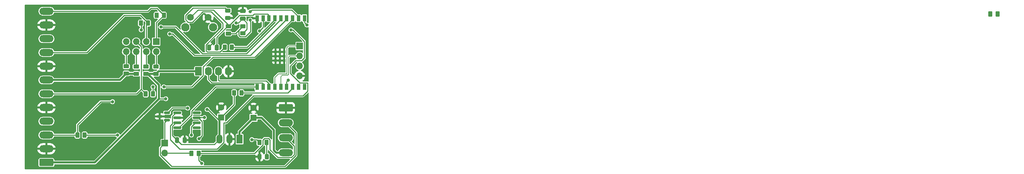
<source format=gbr>
%TF.GenerationSoftware,KiCad,Pcbnew,6.0.2+dfsg-1*%
%TF.CreationDate,2022-06-15T14:14:24+02:00*%
%TF.ProjectId,accra_A,61636372-615f-4412-9e6b-696361645f70,rev?*%
%TF.SameCoordinates,Original*%
%TF.FileFunction,Copper,L1,Top*%
%TF.FilePolarity,Positive*%
%FSLAX46Y46*%
G04 Gerber Fmt 4.6, Leading zero omitted, Abs format (unit mm)*
G04 Created by KiCad (PCBNEW 6.0.2+dfsg-1) date 2022-06-15 14:14:24*
%MOMM*%
%LPD*%
G01*
G04 APERTURE LIST*
G04 Aperture macros list*
%AMRoundRect*
0 Rectangle with rounded corners*
0 $1 Rounding radius*
0 $2 $3 $4 $5 $6 $7 $8 $9 X,Y pos of 4 corners*
0 Add a 4 corners polygon primitive as box body*
4,1,4,$2,$3,$4,$5,$6,$7,$8,$9,$2,$3,0*
0 Add four circle primitives for the rounded corners*
1,1,$1+$1,$2,$3*
1,1,$1+$1,$4,$5*
1,1,$1+$1,$6,$7*
1,1,$1+$1,$8,$9*
0 Add four rect primitives between the rounded corners*
20,1,$1+$1,$2,$3,$4,$5,0*
20,1,$1+$1,$4,$5,$6,$7,0*
20,1,$1+$1,$6,$7,$8,$9,0*
20,1,$1+$1,$8,$9,$2,$3,0*%
G04 Aperture macros list end*
%TA.AperFunction,SMDPad,CuDef*%
%ADD10R,0.900000X1.500000*%
%TD*%
%TA.AperFunction,SMDPad,CuDef*%
%ADD11R,0.700000X0.700000*%
%TD*%
%TA.AperFunction,ComponentPad*%
%ADD12RoundRect,0.250000X1.550000X-0.650000X1.550000X0.650000X-1.550000X0.650000X-1.550000X-0.650000X0*%
%TD*%
%TA.AperFunction,ComponentPad*%
%ADD13O,3.600000X1.800000*%
%TD*%
%TA.AperFunction,ComponentPad*%
%ADD14RoundRect,0.250000X-0.620000X-0.845000X0.620000X-0.845000X0.620000X0.845000X-0.620000X0.845000X0*%
%TD*%
%TA.AperFunction,ComponentPad*%
%ADD15O,1.740000X2.190000*%
%TD*%
%TA.AperFunction,ComponentPad*%
%ADD16R,1.700000X1.700000*%
%TD*%
%TA.AperFunction,ComponentPad*%
%ADD17O,1.700000X1.700000*%
%TD*%
%TA.AperFunction,SMDPad,CuDef*%
%ADD18RoundRect,0.250000X-0.450000X0.262500X-0.450000X-0.262500X0.450000X-0.262500X0.450000X0.262500X0*%
%TD*%
%TA.AperFunction,SMDPad,CuDef*%
%ADD19RoundRect,0.250000X0.262500X0.450000X-0.262500X0.450000X-0.262500X-0.450000X0.262500X-0.450000X0*%
%TD*%
%TA.AperFunction,SMDPad,CuDef*%
%ADD20RoundRect,0.250000X-0.262500X-0.450000X0.262500X-0.450000X0.262500X0.450000X-0.262500X0.450000X0*%
%TD*%
%TA.AperFunction,SMDPad,CuDef*%
%ADD21RoundRect,0.243750X0.456250X-0.243750X0.456250X0.243750X-0.456250X0.243750X-0.456250X-0.243750X0*%
%TD*%
%TA.AperFunction,SMDPad,CuDef*%
%ADD22RoundRect,0.243750X-0.243750X-0.456250X0.243750X-0.456250X0.243750X0.456250X-0.243750X0.456250X0*%
%TD*%
%TA.AperFunction,SMDPad,CuDef*%
%ADD23RoundRect,0.250000X0.450000X-0.262500X0.450000X0.262500X-0.450000X0.262500X-0.450000X-0.262500X0*%
%TD*%
%TA.AperFunction,ComponentPad*%
%ADD24RoundRect,0.250000X-1.550000X0.650000X-1.550000X-0.650000X1.550000X-0.650000X1.550000X0.650000X0*%
%TD*%
%TA.AperFunction,SMDPad,CuDef*%
%ADD25RoundRect,0.250000X0.475000X-0.250000X0.475000X0.250000X-0.475000X0.250000X-0.475000X-0.250000X0*%
%TD*%
%TA.AperFunction,SMDPad,CuDef*%
%ADD26RoundRect,0.250000X-0.250000X-0.475000X0.250000X-0.475000X0.250000X0.475000X-0.250000X0.475000X0*%
%TD*%
%TA.AperFunction,SMDPad,CuDef*%
%ADD27RoundRect,0.250000X0.250000X0.475000X-0.250000X0.475000X-0.250000X-0.475000X0.250000X-0.475000X0*%
%TD*%
%TA.AperFunction,ComponentPad*%
%ADD28R,1.500000X2.300000*%
%TD*%
%TA.AperFunction,ComponentPad*%
%ADD29O,1.500000X2.300000*%
%TD*%
%TA.AperFunction,SMDPad,CuDef*%
%ADD30RoundRect,0.150000X0.587500X0.150000X-0.587500X0.150000X-0.587500X-0.150000X0.587500X-0.150000X0*%
%TD*%
%TA.AperFunction,ComponentPad*%
%ADD31C,2.100000*%
%TD*%
%TA.AperFunction,ComponentPad*%
%ADD32C,1.750000*%
%TD*%
%TA.AperFunction,SMDPad,CuDef*%
%ADD33RoundRect,0.150000X-0.825000X-0.150000X0.825000X-0.150000X0.825000X0.150000X-0.825000X0.150000X0*%
%TD*%
%TA.AperFunction,ComponentPad*%
%ADD34R,1.600000X1.600000*%
%TD*%
%TA.AperFunction,ComponentPad*%
%ADD35C,1.600000*%
%TD*%
%TA.AperFunction,ViaPad*%
%ADD36C,0.800000*%
%TD*%
%TA.AperFunction,Conductor*%
%ADD37C,0.250000*%
%TD*%
%TA.AperFunction,Conductor*%
%ADD38C,0.200000*%
%TD*%
%TA.AperFunction,Conductor*%
%ADD39C,0.500000*%
%TD*%
G04 APERTURE END LIST*
D10*
%TO.P,IC1,1,3V3*%
%TO.N,+3V3*%
X183400000Y-87500000D03*
%TO.P,IC1,2,EN*%
%TO.N,Net-(C5-Pad1)*%
X181900000Y-87500000D03*
%TO.P,IC1,3,IO4*%
%TO.N,CNT3*%
X180400000Y-87500000D03*
%TO.P,IC1,4,IO5*%
%TO.N,CNT2*%
X178900000Y-87500000D03*
%TO.P,IC1,5,IO6*%
%TO.N,CNT1*%
X177400000Y-87500000D03*
%TO.P,IC1,6,IO7*%
%TO.N,/status*%
X175900000Y-87500000D03*
%TO.P,IC1,7,IO8*%
%TO.N,/config*%
X174400000Y-87500000D03*
%TO.P,IC1,8,IO9*%
%TO.N,/D*%
X172900000Y-87500000D03*
%TO.P,IC1,9,GND_1*%
%TO.N,GND*%
X171400000Y-87500000D03*
%TO.P,IC1,10,IO10*%
%TO.N,/R*%
X171400000Y-105000000D03*
%TO.P,IC1,11,RXD*%
%TO.N,/RXD*%
X172900000Y-105000000D03*
%TO.P,IC1,12,TXD*%
%TO.N,/TXD*%
X174400000Y-105000000D03*
%TO.P,IC1,13,IO18*%
%TO.N,/USB_D-*%
X175900000Y-105000000D03*
%TO.P,IC1,14,IO19*%
%TO.N,/USB_D+*%
X177400000Y-105000000D03*
%TO.P,IC1,15,IO3*%
%TO.N,CNT4*%
X178900000Y-105000000D03*
%TO.P,IC1,16,IO2*%
%TO.N,Net-(IC1-Pad16)*%
X180400000Y-105000000D03*
%TO.P,IC1,17,IO1*%
%TO.N,unconnected-(IC1-Pad17)*%
X181900000Y-105000000D03*
%TO.P,IC1,18,IO0*%
%TO.N,unconnected-(IC1-Pad18)*%
X183400000Y-105000000D03*
D11*
%TO.P,IC1,19,GND_2*%
%TO.N,GND*%
X177200000Y-97210000D03*
%TO.P,IC1,20,GND_3*%
X177200000Y-98310000D03*
%TO.P,IC1,21,GND_4*%
X178300000Y-98310000D03*
%TO.P,IC1,22,GND_5*%
X178300000Y-97210000D03*
%TO.P,IC1,23,GND_6*%
X178300000Y-96110000D03*
%TO.P,IC1,24,GND_7*%
X177200000Y-96110000D03*
%TO.P,IC1,25,GND_8*%
X176100000Y-96110000D03*
%TO.P,IC1,26,GND_9*%
X176100000Y-97210000D03*
%TO.P,IC1,27,GND_10*%
X176100000Y-98310000D03*
%TD*%
D12*
%TO.P,J4,1,Pin_1*%
%TO.N,+3V3*%
X117985000Y-124232500D03*
D13*
%TO.P,J4,2,Pin_2*%
%TO.N,GND*%
X117985000Y-120732500D03*
%TO.P,J4,3,Pin_3*%
%TO.N,Net-(J3-Pad7)*%
X117985000Y-117232500D03*
%TO.P,J4,4,Pin_4*%
%TO.N,+3V3*%
X117985000Y-113732500D03*
%TO.P,J4,5,Pin_5*%
%TO.N,GND*%
X117985000Y-110232500D03*
%TO.P,J4,6,Pin_6*%
%TO.N,Net-(J3-Pad5)*%
X117985000Y-106732500D03*
%TO.P,J4,7,Pin_7*%
%TO.N,+3V3*%
X117985000Y-103232500D03*
%TO.P,J4,8,Pin_8*%
%TO.N,GND*%
X117985000Y-99732500D03*
%TO.P,J4,9,Pin_9*%
%TO.N,Net-(J3-Pad3)*%
X117985000Y-96232500D03*
%TO.P,J4,10,Pin_10*%
%TO.N,+3V3*%
X117985000Y-92732500D03*
%TO.P,J4,11,Pin_11*%
%TO.N,GND*%
X117985000Y-89232500D03*
%TO.P,J4,12,Pin_12*%
%TO.N,Net-(J3-Pad1)*%
X117985000Y-85732500D03*
%TD*%
D14*
%TO.P,J5,1,Pin_1*%
%TO.N,+3V3*%
X156500000Y-101000000D03*
D15*
%TO.P,J5,2,Pin_2*%
%TO.N,/RXD*%
X159040000Y-101000000D03*
%TO.P,J5,3,Pin_3*%
%TO.N,/TXD*%
X161580000Y-101000000D03*
%TO.P,J5,4,Pin_4*%
%TO.N,GND*%
X164120000Y-101000000D03*
%TD*%
D16*
%TO.P,J3,1,Pin_1*%
%TO.N,Net-(J3-Pad1)*%
X145825000Y-93475000D03*
D17*
%TO.P,J3,2,Pin_2*%
%TO.N,Net-(J3-Pad2)*%
X145825000Y-96015000D03*
%TO.P,J3,3,Pin_3*%
%TO.N,Net-(J3-Pad3)*%
X143285000Y-93475000D03*
%TO.P,J3,4,Pin_4*%
%TO.N,Net-(J3-Pad4)*%
X143285000Y-96015000D03*
%TO.P,J3,5,Pin_5*%
%TO.N,Net-(J3-Pad5)*%
X140745000Y-93475000D03*
%TO.P,J3,6,Pin_6*%
%TO.N,Net-(J3-Pad6)*%
X140745000Y-96015000D03*
%TO.P,J3,7,Pin_7*%
%TO.N,Net-(J3-Pad7)*%
X138205000Y-93475000D03*
%TO.P,J3,8,Pin_8*%
%TO.N,Net-(J3-Pad8)*%
X138205000Y-96015000D03*
%TD*%
D18*
%TO.P,R14,1*%
%TO.N,Net-(J3-Pad8)*%
X138250000Y-99750000D03*
%TO.P,R14,2*%
%TO.N,+3V3*%
X138250000Y-101575000D03*
%TD*%
%TO.P,R13,1*%
%TO.N,Net-(J3-Pad6)*%
X140750000Y-99837500D03*
%TO.P,R13,2*%
%TO.N,+3V3*%
X140750000Y-101662500D03*
%TD*%
%TO.P,R12,1*%
%TO.N,Net-(J3-Pad4)*%
X143250000Y-99837500D03*
%TO.P,R12,2*%
%TO.N,+3V3*%
X143250000Y-101662500D03*
%TD*%
%TO.P,R11,1*%
%TO.N,Net-(J3-Pad2)*%
X145750000Y-99837500D03*
%TO.P,R11,2*%
%TO.N,+3V3*%
X145750000Y-101662500D03*
%TD*%
D19*
%TO.P,R10,1*%
%TO.N,CNT4*%
X127662500Y-117250000D03*
%TO.P,R10,2*%
%TO.N,Net-(J3-Pad7)*%
X125837500Y-117250000D03*
%TD*%
%TO.P,R9,1*%
%TO.N,CNT3*%
X145000000Y-106750000D03*
%TO.P,R9,2*%
%TO.N,Net-(J3-Pad5)*%
X143175000Y-106750000D03*
%TD*%
%TO.P,R8,1*%
%TO.N,Net-(J3-Pad3)*%
X143750000Y-88750000D03*
%TO.P,R8,2*%
%TO.N,CNT2*%
X141925000Y-88750000D03*
%TD*%
D20*
%TO.P,R7,1*%
%TO.N,CNT1*%
X145925000Y-86750000D03*
%TO.P,R7,2*%
%TO.N,Net-(J3-Pad1)*%
X147750000Y-86750000D03*
%TD*%
%TO.P,R6,1*%
%TO.N,/config*%
X357292500Y-86475000D03*
%TO.P,R6,2*%
%TO.N,+3V3*%
X359117500Y-86475000D03*
%TD*%
D19*
%TO.P,R5,1*%
%TO.N,Net-(IC1-Pad16)*%
X167412500Y-106500000D03*
%TO.P,R5,2*%
%TO.N,+3V3*%
X165587500Y-106500000D03*
%TD*%
D16*
%TO.P,J2,1,Pin_1*%
%TO.N,/USB_D-*%
X182200000Y-94600000D03*
D17*
%TO.P,J2,2,Pin_2*%
%TO.N,/USB_D+*%
X182200000Y-97140000D03*
%TO.P,J2,3,Pin_3*%
%TO.N,+28V*%
X182200000Y-99680000D03*
%TO.P,J2,4,Pin_4*%
%TO.N,GND*%
X182200000Y-102220000D03*
%TD*%
D21*
%TO.P,D3,1,K*%
%TO.N,GND*%
X164000000Y-87437500D03*
%TO.P,D3,2,A*%
%TO.N,Net-(R2-Pad2)*%
X164000000Y-85562500D03*
%TD*%
D22*
%TO.P,D2,1,K*%
%TO.N,GND*%
X172012500Y-122750000D03*
%TO.P,D2,2,A*%
%TO.N,Net-(R1-Pad2)*%
X173887500Y-122750000D03*
%TD*%
D23*
%TO.P,R4,1*%
%TO.N,Net-(C5-Pad1)*%
X167800000Y-91362500D03*
%TO.P,R4,2*%
%TO.N,+3V3*%
X167800000Y-89537500D03*
%TD*%
D24*
%TO.P,J1,1,Pin_1*%
%TO.N,GND*%
X178657500Y-110302500D03*
D13*
%TO.P,J1,2,Pin_2*%
%TO.N,Net-(D1-Pad1)*%
X178657500Y-114112500D03*
%TO.P,J1,3,Pin_3*%
%TO.N,Net-(D1-Pad2)*%
X178657500Y-117922500D03*
%TO.P,J1,4,Pin_4*%
%TO.N,+28V*%
X178657500Y-121732500D03*
%TD*%
D25*
%TO.P,C5,1*%
%TO.N,Net-(C5-Pad1)*%
X167750000Y-87600000D03*
%TO.P,C5,2*%
%TO.N,GND*%
X167750000Y-85700000D03*
%TD*%
D16*
%TO.P,JP1,1,A*%
%TO.N,Net-(D1-Pad1)*%
X148000000Y-119325000D03*
D17*
%TO.P,JP1,2,B*%
%TO.N,Net-(JP1-Pad2)*%
X148000000Y-121865000D03*
%TD*%
D23*
%TO.P,R3,2*%
%TO.N,/config*%
X164100000Y-89587500D03*
%TO.P,R3,1*%
%TO.N,+3V3*%
X164100000Y-91412500D03*
%TD*%
D19*
%TO.P,R2,1*%
%TO.N,/status*%
X165012500Y-94900000D03*
%TO.P,R2,2*%
%TO.N,Net-(R2-Pad2)*%
X163187500Y-94900000D03*
%TD*%
D20*
%TO.P,R1,1*%
%TO.N,+3V3*%
X171987500Y-119100000D03*
%TO.P,R1,2*%
%TO.N,Net-(R1-Pad2)*%
X173812500Y-119100000D03*
%TD*%
D26*
%TO.P,C4,1*%
%TO.N,+3V3*%
X151100000Y-118550000D03*
%TO.P,C4,2*%
%TO.N,GND*%
X153000000Y-118550000D03*
%TD*%
D27*
%TO.P,C3,1*%
%TO.N,/config*%
X161150000Y-95000000D03*
%TO.P,C3,2*%
%TO.N,GND*%
X159250000Y-95000000D03*
%TD*%
D28*
%TO.P,U1,1,IN*%
%TO.N,+28V*%
X166947000Y-118292500D03*
D29*
%TO.P,U1,2,GND*%
%TO.N,GND*%
X164407000Y-118292500D03*
%TO.P,U1,3,OUT*%
%TO.N,+3V3*%
X161867000Y-118292500D03*
%TD*%
D30*
%TO.P,D1,1,K*%
%TO.N,Net-(D1-Pad1)*%
X148587500Y-113450000D03*
%TO.P,D1,2,K*%
%TO.N,Net-(D1-Pad2)*%
X148587500Y-111550000D03*
%TO.P,D1,3,A*%
%TO.N,GND*%
X146712500Y-112500000D03*
%TD*%
D31*
%TO.P,SW1,*%
%TO.N,*%
X153225000Y-89802500D03*
X160235000Y-89802500D03*
D32*
%TO.P,SW1,1,1*%
%TO.N,/config*%
X154475000Y-87312500D03*
%TO.P,SW1,2,2*%
%TO.N,GND*%
X158975000Y-87312500D03*
%TD*%
D33*
%TO.P,U2,1,D*%
%TO.N,/D*%
X151175000Y-111595000D03*
%TO.P,U2,2,GND*%
%TO.N,GND*%
X151175000Y-112865000D03*
%TO.P,U2,3,VCC*%
%TO.N,+3V3*%
X151175000Y-114135000D03*
%TO.P,U2,4,R*%
%TO.N,/R*%
X151175000Y-115405000D03*
%TO.P,U2,5,NC*%
%TO.N,unconnected-(U2-Pad5)*%
X156125000Y-115405000D03*
%TO.P,U2,6,CANL*%
%TO.N,Net-(D1-Pad1)*%
X156125000Y-114135000D03*
%TO.P,U2,7,CANH*%
%TO.N,Net-(D1-Pad2)*%
X156125000Y-112865000D03*
%TO.P,U2,8,NC*%
%TO.N,unconnected-(U2-Pad8)*%
X156125000Y-111595000D03*
%TD*%
D34*
%TO.P,C2,1*%
%TO.N,+3V3*%
X162300000Y-112732380D03*
D35*
%TO.P,C2,2*%
%TO.N,GND*%
X162300000Y-110232380D03*
%TD*%
D20*
%TO.P,R17,1*%
%TO.N,Net-(JP1-Pad2)*%
X154737500Y-121900000D03*
%TO.P,R17,2*%
%TO.N,Net-(D1-Pad2)*%
X156562500Y-121900000D03*
%TD*%
D34*
%TO.P,C1,1*%
%TO.N,+28V*%
X170500000Y-112832380D03*
D35*
%TO.P,C1,2*%
%TO.N,GND*%
X170500000Y-110332380D03*
%TD*%
D36*
%TO.N,GND*%
X173750000Y-89000000D03*
X168000000Y-123500000D03*
X166000000Y-93000000D03*
X165750000Y-85000000D03*
X165750000Y-90250000D03*
X165750000Y-90250000D03*
%TO.N,+3V3*%
X148250000Y-108000000D03*
X158750000Y-110750000D03*
%TO.N,Net-(D1-Pad1)*%
X154750000Y-117250000D03*
%TO.N,GND*%
X179750000Y-84500000D03*
X180750000Y-89250000D03*
X160250000Y-93750000D03*
X180750000Y-100750000D03*
X180250000Y-98000000D03*
X180250000Y-96000000D03*
X150750000Y-103500000D03*
%TO.N,/D*%
X172000000Y-90750000D03*
X180000000Y-90500000D03*
%TO.N,CNT3*%
X147750000Y-105000000D03*
%TO.N,CNT2*%
X149250000Y-91500000D03*
%TO.N,CNT1*%
X147000000Y-89750000D03*
%TO.N,CNT4*%
X136000000Y-117250000D03*
X179250000Y-103250000D03*
%TO.N,CNT3*%
X145000000Y-105000000D03*
%TO.N,CNT2*%
X142000000Y-90500000D03*
%TO.N,CNT1*%
X145925000Y-86750000D03*
%TO.N,+3V3*%
X184000000Y-89250000D03*
%TO.N,Net-(J3-Pad7)*%
X134750000Y-108750000D03*
%TO.N,+3V3*%
X170050000Y-118400000D03*
X169650000Y-88000000D03*
%TO.N,Net-(D1-Pad2)*%
X158050000Y-112800000D03*
X153800000Y-110400000D03*
X157350000Y-124450000D03*
X156700000Y-118150000D03*
%TO.N,Net-(C5-Pad1)*%
X166100000Y-88750000D03*
X169650000Y-85800000D03*
%TD*%
D37*
%TO.N,+3V3*%
X148250000Y-108000000D02*
X146500000Y-108000000D01*
X159000000Y-110750000D02*
X158750000Y-110750000D01*
X161867000Y-113617000D02*
X159000000Y-110750000D01*
X161867000Y-118292500D02*
X161867000Y-113617000D01*
X146500000Y-108000000D02*
X146479511Y-108020489D01*
%TO.N,Net-(D1-Pad1)*%
X154750000Y-115126857D02*
X154750000Y-117250000D01*
X156125000Y-114135000D02*
X155741857Y-114135000D01*
X155741857Y-114135000D02*
X154750000Y-115126857D01*
X178657500Y-114112500D02*
X181241540Y-116696540D01*
X181241540Y-116696540D02*
X181241540Y-122430051D01*
X181241540Y-122430051D02*
X178421591Y-125250000D01*
X178421591Y-125250000D02*
X149716918Y-125250000D01*
X146820489Y-120504511D02*
X148000000Y-119325000D01*
X149716918Y-125250000D02*
X146820489Y-122353571D01*
X146820489Y-122353571D02*
X146820489Y-120504511D01*
%TO.N,Net-(D1-Pad2)*%
X178657500Y-117922500D02*
X180787020Y-120052020D01*
X180787020Y-120052020D02*
X180787020Y-122241783D01*
X180787020Y-122241783D02*
X180066783Y-122962020D01*
X180066783Y-122962020D02*
X176642454Y-122962020D01*
X174654520Y-118409955D02*
X174315045Y-118070480D01*
X173309955Y-118070480D02*
X172829520Y-118550915D01*
X176642454Y-122962020D02*
X174654520Y-120974086D01*
X174654520Y-120974086D02*
X174654520Y-118409955D01*
X172829520Y-118550915D02*
X172829520Y-119790045D01*
X170719565Y-121900000D02*
X156562500Y-121900000D01*
X174315045Y-118070480D02*
X173309955Y-118070480D01*
X172829520Y-119790045D02*
X170719565Y-121900000D01*
%TO.N,+3V3*%
X165587500Y-106500000D02*
X165587500Y-109444880D01*
X165587500Y-109444880D02*
X162300000Y-112732380D01*
%TO.N,Net-(IC1-Pad16)*%
X180400000Y-105000000D02*
X180400000Y-105300000D01*
X180400000Y-105300000D02*
X179200000Y-106500000D01*
X179200000Y-106500000D02*
X167412500Y-106500000D01*
D38*
%TO.N,/USB_D+*%
X182200000Y-97140000D02*
X179619031Y-97140000D01*
X179619031Y-97140000D02*
X179359031Y-97400000D01*
X179359031Y-97400000D02*
X179359031Y-101813046D01*
X179359031Y-101813046D02*
X179122068Y-102050009D01*
X179122068Y-102050009D02*
X177750000Y-102050009D01*
X177750000Y-102050009D02*
X177400000Y-102400009D01*
X177400000Y-102400009D02*
X177400000Y-105000000D01*
%TO.N,/USB_D-*%
X178954511Y-101645489D02*
X176854511Y-101645489D01*
X176854511Y-101645489D02*
X175900000Y-102600000D01*
X175900000Y-102600000D02*
X175900000Y-105000000D01*
D37*
%TO.N,/D*%
X163596520Y-114153480D02*
X170500000Y-107250000D01*
X183009022Y-107250000D02*
X184179511Y-106079511D01*
X162946520Y-114153480D02*
X163596520Y-114153480D01*
X170500000Y-107250000D02*
X183009022Y-107250000D01*
X184179511Y-106079511D02*
X184179511Y-103920489D01*
%TO.N,GND*%
X159250000Y-95000000D02*
X159250000Y-94750000D01*
X159250000Y-94750000D02*
X160250000Y-93750000D01*
%TO.N,CNT2*%
X178900000Y-87500000D02*
X178900000Y-87800000D01*
X150000000Y-91500000D02*
X149250000Y-91500000D01*
X178900000Y-87800000D02*
X169736440Y-96963560D01*
X169736440Y-96963560D02*
X155463560Y-96963560D01*
X155463560Y-96963560D02*
X150000000Y-91500000D01*
%TO.N,Net-(J3-Pad5)*%
X142000000Y-105575000D02*
X143175000Y-106750000D01*
X117985000Y-106732500D02*
X140842500Y-106732500D01*
X140842500Y-106732500D02*
X142000000Y-105575000D01*
%TO.N,/status*%
X175900000Y-87500000D02*
X175900000Y-87881685D01*
X175900000Y-87881685D02*
X168881685Y-94900000D01*
X168881685Y-94900000D02*
X165012500Y-94900000D01*
%TO.N,CNT3*%
X145000000Y-106750000D02*
X145000000Y-105000000D01*
%TO.N,/TXD*%
X161750000Y-103465969D02*
X161580000Y-103295969D01*
X161580000Y-103295969D02*
X161580000Y-101000000D01*
%TO.N,/D*%
X172900000Y-89850000D02*
X172000000Y-90750000D01*
X172900000Y-87500000D02*
X172900000Y-89850000D01*
X180459022Y-90500000D02*
X180000000Y-90500000D01*
X179796945Y-99703055D02*
X181180489Y-98319511D01*
X184179511Y-103920489D02*
X182232407Y-103920489D01*
X182232407Y-103920489D02*
X179796945Y-101485027D01*
X182688571Y-98319511D02*
X183379511Y-97628571D01*
X183379511Y-97628571D02*
X183379511Y-93420489D01*
X183379511Y-93420489D02*
X180459022Y-90500000D01*
X179796945Y-101485027D02*
X179796945Y-99703055D01*
X181180489Y-98319511D02*
X182688571Y-98319511D01*
%TO.N,CNT3*%
X176200000Y-92000000D02*
X170781920Y-97418080D01*
X170781920Y-97418080D02*
X160196395Y-97418080D01*
X160196395Y-97418080D02*
X157699520Y-99914955D01*
X154784565Y-105000000D02*
X147750000Y-105000000D01*
X157699520Y-99914955D02*
X157699520Y-102085045D01*
X157699520Y-102085045D02*
X154784565Y-105000000D01*
%TO.N,CNT1*%
X150750000Y-89750000D02*
X147000000Y-89750000D01*
X157509040Y-96509040D02*
X151000000Y-90000000D01*
X168690960Y-96509040D02*
X157980616Y-96509040D01*
X174950000Y-90250000D02*
X168690960Y-96509040D01*
X157980616Y-96509040D02*
X157509040Y-96509040D01*
X151000000Y-90000000D02*
X150750000Y-89750000D01*
D39*
%TO.N,+3V3*%
X143250000Y-101662500D02*
X145750000Y-101662500D01*
X138250000Y-101575000D02*
X136592500Y-103232500D01*
X136592500Y-103232500D02*
X117985000Y-103232500D01*
D37*
X143250000Y-101662500D02*
X143662500Y-101662500D01*
D39*
X146479511Y-104479511D02*
X146479511Y-108020489D01*
X143662500Y-101662500D02*
X146479511Y-104479511D01*
X146479511Y-108020489D02*
X130267500Y-124232500D01*
X130267500Y-124232500D02*
X117985000Y-124232500D01*
X140750000Y-101662500D02*
X138337500Y-101662500D01*
D37*
X138337500Y-101662500D02*
X138250000Y-101575000D01*
D39*
X156500000Y-101000000D02*
X146412500Y-101000000D01*
X146412500Y-101000000D02*
X145750000Y-101662500D01*
D37*
%TO.N,/TXD*%
X174400000Y-104150000D02*
X173715969Y-103465969D01*
X174400000Y-105000000D02*
X174400000Y-104150000D01*
X173715969Y-103465969D02*
X161750000Y-103465969D01*
%TO.N,/RXD*%
X172670489Y-103920489D02*
X159920489Y-103920489D01*
X159920489Y-103920489D02*
X159040000Y-103040000D01*
X172900000Y-104150000D02*
X172670489Y-103920489D01*
X172900000Y-105000000D02*
X172900000Y-104150000D01*
X159040000Y-103040000D02*
X159040000Y-101000000D01*
%TO.N,Net-(R1-Pad2)*%
X173812500Y-119100000D02*
X173812500Y-122675000D01*
X173812500Y-122675000D02*
X173887500Y-122750000D01*
%TO.N,CNT4*%
X136000000Y-117250000D02*
X127662500Y-117250000D01*
X178900000Y-105000000D02*
X178900000Y-103850000D01*
X178900000Y-103850000D02*
X178900000Y-103600000D01*
X178900000Y-103600000D02*
X179250000Y-103250000D01*
%TO.N,CNT3*%
X180400000Y-87800000D02*
X176200000Y-92000000D01*
X180400000Y-87500000D02*
X180400000Y-87800000D01*
%TO.N,CNT2*%
X142000000Y-90500000D02*
X142000000Y-88825000D01*
X142000000Y-88825000D02*
X141925000Y-88750000D01*
%TO.N,CNT1*%
X177400000Y-87500000D02*
X177400000Y-87800000D01*
X177400000Y-87800000D02*
X174950000Y-90250000D01*
%TO.N,+3V3*%
X183400000Y-88650000D02*
X184000000Y-89250000D01*
X183400000Y-87500000D02*
X183400000Y-87650000D01*
X183400000Y-87650000D02*
X183400000Y-88650000D01*
%TO.N,/status*%
X175900000Y-87500000D02*
X175900000Y-87600000D01*
X175900000Y-87600000D02*
X175900000Y-87850000D01*
%TO.N,Net-(J3-Pad7)*%
X125837500Y-114662500D02*
X131750000Y-108750000D01*
X125837500Y-117250000D02*
X125837500Y-114662500D01*
X131750000Y-108750000D02*
X134750000Y-108750000D01*
%TO.N,Net-(J3-Pad5)*%
X140745000Y-93475000D02*
X142000000Y-94730000D01*
X142000000Y-94730000D02*
X142000000Y-105575000D01*
%TO.N,Net-(J3-Pad3)*%
X117985000Y-96232500D02*
X128267500Y-96232500D01*
X128267500Y-96232500D02*
X137750000Y-86750000D01*
X137750000Y-86750000D02*
X141750000Y-86750000D01*
X141750000Y-86750000D02*
X143750000Y-88750000D01*
X143750000Y-88750000D02*
X143285000Y-89215000D01*
X143285000Y-89215000D02*
X143285000Y-93475000D01*
%TO.N,Net-(J3-Pad1)*%
X147750000Y-86750000D02*
X145825000Y-88675000D01*
X145825000Y-88675000D02*
X145825000Y-93475000D01*
X143767500Y-85732500D02*
X144500000Y-85000000D01*
X117985000Y-85732500D02*
X143767500Y-85732500D01*
X144500000Y-85000000D02*
X146000000Y-85000000D01*
X146000000Y-85000000D02*
X147750000Y-86750000D01*
%TO.N,Net-(J3-Pad8)*%
X138250000Y-99750000D02*
X138205000Y-99705000D01*
X138205000Y-99705000D02*
X138205000Y-96015000D01*
%TO.N,Net-(J3-Pad4)*%
X143250000Y-99837500D02*
X143285000Y-99802500D01*
X143285000Y-99802500D02*
X143285000Y-96015000D01*
%TO.N,Net-(J3-Pad2)*%
X145750000Y-99837500D02*
X145825000Y-99762500D01*
X145825000Y-99762500D02*
X145825000Y-96015000D01*
%TO.N,Net-(J3-Pad6)*%
X140750000Y-99837500D02*
X140745000Y-99832500D01*
X140745000Y-99832500D02*
X140745000Y-96015000D01*
%TO.N,Net-(J3-Pad7)*%
X117985000Y-117232500D02*
X125820000Y-117232500D01*
X125820000Y-117232500D02*
X125837500Y-117250000D01*
%TO.N,/D*%
X162946520Y-119139651D02*
X162946520Y-114153480D01*
X151805435Y-120800000D02*
X161286171Y-120800000D01*
X149415960Y-118410525D02*
X151805435Y-120800000D01*
X149870480Y-112516377D02*
X149870480Y-114413589D01*
X161286171Y-120800000D02*
X162946520Y-119139651D01*
X149415960Y-114868109D02*
X149415960Y-118410525D01*
X149870480Y-114413589D02*
X149415960Y-114868109D01*
X150791857Y-111595000D02*
X149870480Y-112516377D01*
X151175000Y-111595000D02*
X150791857Y-111595000D01*
%TO.N,+3V3*%
X167077717Y-92172283D02*
X167109955Y-92204520D01*
X166770480Y-91865045D02*
X167077717Y-92172283D01*
X170050000Y-118400000D02*
X171287500Y-118400000D01*
X171287500Y-118400000D02*
X171987500Y-119100000D01*
X168490045Y-92204520D02*
X169750000Y-90944565D01*
X167109955Y-92204520D02*
X168490045Y-92204520D01*
X169750000Y-88100000D02*
X169650000Y-88000000D01*
X166770480Y-90567020D02*
X166770480Y-91865045D01*
X167800000Y-89537500D02*
X166770480Y-90567020D01*
X169750000Y-90944565D02*
X169750000Y-88100000D01*
%TO.N,Net-(R2-Pad2)*%
X163187500Y-94900000D02*
X162032980Y-96054520D01*
X162032980Y-96054520D02*
X158754520Y-96054520D01*
X158754520Y-96054520D02*
X158420480Y-95720480D01*
X162700000Y-90005435D02*
X162700000Y-88804520D01*
X157636417Y-85854520D02*
X154973926Y-88517011D01*
X158420480Y-95720480D02*
X158420480Y-94284955D01*
X153890435Y-88517011D02*
X153270489Y-87897065D01*
X158420480Y-94284955D02*
X162700000Y-90005435D01*
X162700000Y-88804520D02*
X159750000Y-85854520D01*
X153270489Y-87897065D02*
X153270489Y-86782631D01*
X159750000Y-85854520D02*
X157636417Y-85854520D01*
X154973926Y-88517011D02*
X153890435Y-88517011D01*
X153270489Y-86782631D02*
X155153120Y-84900000D01*
X155153120Y-84900000D02*
X163337500Y-84900000D01*
X163337500Y-84900000D02*
X164000000Y-85562500D01*
%TO.N,Net-(D1-Pad2)*%
X149450000Y-110800000D02*
X149900000Y-110350000D01*
X148587500Y-111550000D02*
X148700000Y-111550000D01*
X149900000Y-110350000D02*
X153750000Y-110350000D01*
X158050000Y-112800000D02*
X156190000Y-112800000D01*
X148700000Y-111550000D02*
X149450000Y-110800000D01*
X153750000Y-110350000D02*
X153800000Y-110400000D01*
X156190000Y-112800000D02*
X156125000Y-112865000D01*
%TO.N,Net-(D1-Pad1)*%
X148587500Y-113450000D02*
X148000000Y-114037500D01*
X148000000Y-114037500D02*
X148000000Y-119325000D01*
%TO.N,Net-(JP1-Pad2)*%
X154737500Y-121900000D02*
X154702500Y-121865000D01*
X154702500Y-121865000D02*
X148000000Y-121865000D01*
%TO.N,/R*%
X151175000Y-115405000D02*
X151558143Y-115405000D01*
X151558143Y-115405000D02*
X154820480Y-112142663D01*
X154820480Y-112142663D02*
X154820480Y-111129520D01*
X154820480Y-111129520D02*
X160950000Y-105000000D01*
X160950000Y-105000000D02*
X171400000Y-105000000D01*
%TO.N,Net-(D1-Pad2)*%
X157429520Y-113786377D02*
X157429520Y-117420480D01*
X156508143Y-112865000D02*
X157429520Y-113786377D01*
X156125000Y-112865000D02*
X156508143Y-112865000D01*
X157429520Y-117420480D02*
X156700000Y-118150000D01*
X157350000Y-124450000D02*
X156562500Y-123662500D01*
X156562500Y-123662500D02*
X156562500Y-121900000D01*
%TO.N,+3V3*%
X151100000Y-118550000D02*
X152154520Y-119604520D01*
X152154520Y-119604520D02*
X160554980Y-119604520D01*
X160554980Y-119604520D02*
X161867000Y-118292500D01*
X151175000Y-114135000D02*
X150791857Y-114135000D01*
X150791857Y-114135000D02*
X149870480Y-115056377D01*
X149870480Y-115056377D02*
X149870480Y-117320480D01*
X149870480Y-117320480D02*
X151100000Y-118550000D01*
D39*
X161867000Y-118292500D02*
X161867000Y-113165380D01*
D37*
X161867000Y-113165380D02*
X162300000Y-112732380D01*
D39*
%TO.N,+28V*%
X166947000Y-118292500D02*
X166947000Y-116385380D01*
X166947000Y-116385380D02*
X170500000Y-112832380D01*
X175650000Y-121150000D02*
X176232500Y-121732500D01*
X176232500Y-121732500D02*
X178657500Y-121732500D01*
X172532380Y-112832380D02*
X175650000Y-115950000D01*
X175650000Y-115950000D02*
X175650000Y-121150000D01*
X170500000Y-112832380D02*
X172532380Y-112832380D01*
D38*
%TO.N,/USB_D-*%
X178954511Y-101645489D02*
X178954511Y-95004511D01*
X179359022Y-94600000D02*
X182200000Y-94600000D01*
X178954511Y-95004511D02*
X179359022Y-94600000D01*
D37*
%TO.N,Net-(C5-Pad1)*%
X181900000Y-87140978D02*
X180159022Y-85400000D01*
X166600000Y-88750000D02*
X167750000Y-87600000D01*
X181900000Y-87500000D02*
X181900000Y-87140978D01*
X170050000Y-85400000D02*
X169650000Y-85800000D01*
X180159022Y-85400000D02*
X170050000Y-85400000D01*
X166100000Y-88750000D02*
X166600000Y-88750000D01*
%TO.N,/config*%
X164100000Y-89587500D02*
X166917020Y-86770480D01*
X166917020Y-86770480D02*
X170270498Y-86770480D01*
X170270498Y-86770480D02*
X170640978Y-86400000D01*
X174000000Y-86400000D02*
X174400000Y-86800000D01*
X174400000Y-86800000D02*
X174400000Y-87500000D01*
X170640978Y-86400000D02*
X174000000Y-86400000D01*
%TO.N,Net-(C5-Pad1)*%
X167750000Y-87600000D02*
X168829520Y-88679520D01*
X168829520Y-88679520D02*
X168829520Y-90332980D01*
X168829520Y-90332980D02*
X167800000Y-91362500D01*
%TO.N,+3V3*%
X164100000Y-91412500D02*
X165925000Y-91412500D01*
X165925000Y-91412500D02*
X167800000Y-89537500D01*
%TO.N,/config*%
X161150000Y-95000000D02*
X161150000Y-92350000D01*
X161150000Y-92350000D02*
X163912500Y-89587500D01*
X163912500Y-89587500D02*
X164100000Y-89587500D01*
X154475000Y-87312500D02*
X156387500Y-85400000D01*
X156387500Y-85400000D02*
X160300000Y-85400000D01*
X160300000Y-85400000D02*
X164100000Y-89200000D01*
X164100000Y-89200000D02*
X164100000Y-89587500D01*
%TD*%
%TA.AperFunction,Conductor*%
%TO.N,GND*%
G36*
X184418221Y-84048602D02*
G01*
X184464714Y-84102258D01*
X184476100Y-84154600D01*
X184476100Y-88603246D01*
X184456098Y-88671367D01*
X184402442Y-88717860D01*
X184332168Y-88727964D01*
X184301882Y-88719655D01*
X184165697Y-88663245D01*
X184165694Y-88663244D01*
X184158067Y-88660085D01*
X184028909Y-88643081D01*
X183963982Y-88614359D01*
X183924890Y-88555093D01*
X183924045Y-88484102D01*
X183961715Y-88423923D01*
X183975354Y-88413394D01*
X183987839Y-88405052D01*
X183987841Y-88405050D01*
X183998157Y-88398157D01*
X184043577Y-88330182D01*
X184055500Y-88270240D01*
X184055500Y-86729760D01*
X184043577Y-86669818D01*
X183998157Y-86601843D01*
X183930182Y-86556423D01*
X183870240Y-86544500D01*
X182929760Y-86544500D01*
X182869818Y-86556423D01*
X182801843Y-86601843D01*
X182756423Y-86669818D01*
X182753600Y-86667932D01*
X182721863Y-86707317D01*
X182654500Y-86729739D01*
X182585708Y-86712182D01*
X182545234Y-86668711D01*
X182543577Y-86669818D01*
X182505050Y-86612159D01*
X182498157Y-86601843D01*
X182430182Y-86556423D01*
X182370240Y-86544500D01*
X181823110Y-86544500D01*
X181754989Y-86524498D01*
X181734015Y-86507595D01*
X180406813Y-85180393D01*
X180399386Y-85172289D01*
X180381826Y-85151362D01*
X180381825Y-85151361D01*
X180374740Y-85142917D01*
X180365195Y-85137406D01*
X180365191Y-85137403D01*
X180341534Y-85123745D01*
X180332264Y-85117839D01*
X180309885Y-85102169D01*
X180309881Y-85102167D01*
X180300852Y-85095845D01*
X180290204Y-85092991D01*
X180286836Y-85091421D01*
X180283349Y-85090152D01*
X180273803Y-85084641D01*
X180262949Y-85082727D01*
X180262946Y-85082726D01*
X180236040Y-85077981D01*
X180225312Y-85075603D01*
X180198924Y-85068533D01*
X180198922Y-85068533D01*
X180188271Y-85065679D01*
X180177287Y-85066640D01*
X180177286Y-85066640D01*
X180150086Y-85069020D01*
X180139104Y-85069500D01*
X170069920Y-85069500D01*
X170058939Y-85069021D01*
X170031726Y-85066640D01*
X170031725Y-85066640D01*
X170020750Y-85065680D01*
X170010106Y-85068532D01*
X170010104Y-85068532D01*
X169983721Y-85075601D01*
X169972993Y-85077980D01*
X169957651Y-85080685D01*
X169935219Y-85084641D01*
X169925675Y-85090152D01*
X169922193Y-85091419D01*
X169918820Y-85092992D01*
X169908170Y-85095845D01*
X169899139Y-85102168D01*
X169899138Y-85102169D01*
X169876764Y-85117836D01*
X169867493Y-85123742D01*
X169843829Y-85137404D01*
X169843825Y-85137407D01*
X169834282Y-85142917D01*
X169827197Y-85151361D01*
X169825354Y-85153557D01*
X169821615Y-85156045D01*
X169818752Y-85158447D01*
X169818484Y-85158128D01*
X169766244Y-85192884D01*
X169712386Y-85197488D01*
X169658188Y-85190353D01*
X169650000Y-85189275D01*
X169491933Y-85210085D01*
X169344638Y-85271097D01*
X169218152Y-85368152D01*
X169213127Y-85374701D01*
X169200764Y-85390813D01*
X169143427Y-85432681D01*
X169072556Y-85436903D01*
X169010653Y-85402140D01*
X168977371Y-85339428D01*
X168975474Y-85327113D01*
X168972743Y-85300794D01*
X168969851Y-85287400D01*
X168918412Y-85133216D01*
X168912239Y-85120038D01*
X168826937Y-84982193D01*
X168817901Y-84970792D01*
X168703171Y-84856261D01*
X168691760Y-84847249D01*
X168553757Y-84762184D01*
X168540576Y-84756037D01*
X168386290Y-84704862D01*
X168372914Y-84701995D01*
X168278562Y-84692328D01*
X168272145Y-84692000D01*
X168022115Y-84692000D01*
X168006876Y-84696475D01*
X168005671Y-84697865D01*
X168004000Y-84705548D01*
X168004000Y-85828000D01*
X167983998Y-85896121D01*
X167930342Y-85942614D01*
X167878000Y-85954000D01*
X166535116Y-85954000D01*
X166519877Y-85958475D01*
X166518672Y-85959865D01*
X166517001Y-85967548D01*
X166517001Y-85997095D01*
X166517338Y-86003614D01*
X166527257Y-86099206D01*
X166530149Y-86112600D01*
X166581588Y-86266784D01*
X166587762Y-86279962D01*
X166669960Y-86412793D01*
X166688798Y-86481245D01*
X166667637Y-86549014D01*
X166651911Y-86568191D01*
X165423095Y-87797007D01*
X165360783Y-87831033D01*
X165289968Y-87825968D01*
X165233132Y-87783421D01*
X165208321Y-87716901D01*
X165208069Y-87709851D01*
X165203525Y-87694376D01*
X165202135Y-87693171D01*
X165194452Y-87691500D01*
X163872000Y-87691500D01*
X163803879Y-87671498D01*
X163757386Y-87617842D01*
X163746000Y-87565500D01*
X163746000Y-87309500D01*
X163766002Y-87241379D01*
X163819658Y-87194886D01*
X163872000Y-87183500D01*
X165189884Y-87183500D01*
X165205123Y-87179025D01*
X165206328Y-87177635D01*
X165207999Y-87169952D01*
X165207999Y-87147067D01*
X165207662Y-87140548D01*
X165197834Y-87045830D01*
X165194942Y-87032436D01*
X165143964Y-86879635D01*
X165137790Y-86866457D01*
X165053256Y-86729851D01*
X165044220Y-86718450D01*
X164930521Y-86604949D01*
X164919110Y-86595937D01*
X164782346Y-86511635D01*
X164769171Y-86505492D01*
X164631877Y-86459953D01*
X164573518Y-86419522D01*
X164546281Y-86353958D01*
X164558815Y-86284076D01*
X164607139Y-86232065D01*
X164629787Y-86221481D01*
X164668842Y-86207766D01*
X164676417Y-86202171D01*
X164676419Y-86202170D01*
X164769935Y-86133098D01*
X164777506Y-86127506D01*
X164802215Y-86094053D01*
X164852170Y-86026419D01*
X164852171Y-86026417D01*
X164857766Y-86018842D01*
X164861309Y-86008755D01*
X164899982Y-85898629D01*
X164902527Y-85891382D01*
X164905500Y-85859930D01*
X164905500Y-85427885D01*
X166517000Y-85427885D01*
X166521475Y-85443124D01*
X166522865Y-85444329D01*
X166530548Y-85446000D01*
X167477885Y-85446000D01*
X167493124Y-85441525D01*
X167494329Y-85440135D01*
X167496000Y-85432452D01*
X167496000Y-84710116D01*
X167491525Y-84694877D01*
X167490135Y-84693672D01*
X167482452Y-84692001D01*
X167227905Y-84692001D01*
X167221386Y-84692338D01*
X167125794Y-84702257D01*
X167112400Y-84705149D01*
X166958216Y-84756588D01*
X166945038Y-84762761D01*
X166807193Y-84848063D01*
X166795792Y-84857099D01*
X166681261Y-84971829D01*
X166672249Y-84983240D01*
X166587184Y-85121243D01*
X166581037Y-85134424D01*
X166529862Y-85288710D01*
X166526995Y-85302086D01*
X166517328Y-85396438D01*
X166517000Y-85402855D01*
X166517000Y-85427885D01*
X164905500Y-85427885D01*
X164905500Y-85265070D01*
X164902527Y-85233618D01*
X164897940Y-85220556D01*
X164860888Y-85115047D01*
X164860887Y-85115045D01*
X164857766Y-85106158D01*
X164846882Y-85091421D01*
X164783098Y-85005065D01*
X164777506Y-84997494D01*
X164689940Y-84932817D01*
X164676419Y-84922830D01*
X164676417Y-84922829D01*
X164668842Y-84917234D01*
X164659955Y-84914113D01*
X164659953Y-84914112D01*
X164548629Y-84875018D01*
X164541382Y-84872473D01*
X164533740Y-84871751D01*
X164533737Y-84871750D01*
X164519094Y-84870366D01*
X164509930Y-84869500D01*
X163826588Y-84869500D01*
X163758467Y-84849498D01*
X163737493Y-84832595D01*
X163585291Y-84680393D01*
X163577864Y-84672289D01*
X163574712Y-84668533D01*
X163553218Y-84642917D01*
X163543673Y-84637406D01*
X163543669Y-84637403D01*
X163520012Y-84623745D01*
X163510742Y-84617839D01*
X163488363Y-84602169D01*
X163488359Y-84602167D01*
X163479330Y-84595845D01*
X163468682Y-84592991D01*
X163465314Y-84591421D01*
X163461827Y-84590152D01*
X163452281Y-84584641D01*
X163441427Y-84582727D01*
X163441424Y-84582726D01*
X163414518Y-84577981D01*
X163403790Y-84575603D01*
X163377402Y-84568533D01*
X163377400Y-84568533D01*
X163366749Y-84565679D01*
X163355765Y-84566640D01*
X163355764Y-84566640D01*
X163328564Y-84569020D01*
X163317582Y-84569500D01*
X155173037Y-84569500D01*
X155162055Y-84569020D01*
X155134857Y-84566640D01*
X155134855Y-84566640D01*
X155123870Y-84565679D01*
X155113215Y-84568534D01*
X155113216Y-84568534D01*
X155086833Y-84575603D01*
X155076100Y-84577983D01*
X155068447Y-84579332D01*
X155038339Y-84584641D01*
X155028791Y-84590153D01*
X155025296Y-84591425D01*
X155021935Y-84592992D01*
X155011290Y-84595845D01*
X155002262Y-84602167D01*
X155002261Y-84602167D01*
X154979884Y-84617836D01*
X154970613Y-84623742D01*
X154946949Y-84637404D01*
X154946945Y-84637407D01*
X154937402Y-84642917D01*
X154915908Y-84668533D01*
X154912751Y-84672295D01*
X154905324Y-84680399D01*
X153050882Y-86534840D01*
X153042778Y-86542267D01*
X153013406Y-86566913D01*
X153007895Y-86576458D01*
X153007892Y-86576462D01*
X152994234Y-86600119D01*
X152988328Y-86609389D01*
X152972658Y-86631768D01*
X152972656Y-86631772D01*
X152966334Y-86640801D01*
X152963480Y-86651449D01*
X152961910Y-86654817D01*
X152960641Y-86658304D01*
X152955130Y-86667850D01*
X152953216Y-86678704D01*
X152953215Y-86678707D01*
X152948470Y-86705613D01*
X152946092Y-86716341D01*
X152939022Y-86742729D01*
X152936168Y-86753382D01*
X152937129Y-86764364D01*
X152939509Y-86791567D01*
X152939989Y-86802549D01*
X152939989Y-87877147D01*
X152939509Y-87888129D01*
X152936168Y-87926314D01*
X152939022Y-87936965D01*
X152939022Y-87936967D01*
X152946092Y-87963355D01*
X152948470Y-87974083D01*
X152953215Y-88000989D01*
X152953216Y-88000992D01*
X152955130Y-88011846D01*
X152960641Y-88021392D01*
X152961910Y-88024879D01*
X152963480Y-88028247D01*
X152966334Y-88038895D01*
X152972656Y-88047924D01*
X152972658Y-88047928D01*
X152988328Y-88070307D01*
X152994234Y-88079577D01*
X153007892Y-88103234D01*
X153007895Y-88103238D01*
X153013406Y-88112783D01*
X153031835Y-88128247D01*
X153042778Y-88137429D01*
X153050882Y-88144856D01*
X153239205Y-88333179D01*
X153273231Y-88395491D01*
X153268166Y-88466306D01*
X153225619Y-88523142D01*
X153161092Y-88547794D01*
X153011644Y-88560870D01*
X153011638Y-88560871D01*
X153006152Y-88561351D01*
X153000838Y-88562775D01*
X153000837Y-88562775D01*
X152799263Y-88616786D01*
X152799261Y-88616787D01*
X152793953Y-88618209D01*
X152788973Y-88620531D01*
X152788971Y-88620532D01*
X152599833Y-88708729D01*
X152599830Y-88708731D01*
X152594852Y-88711052D01*
X152414897Y-88837057D01*
X152259557Y-88992397D01*
X152133552Y-89172352D01*
X152131231Y-89177330D01*
X152131229Y-89177333D01*
X152043032Y-89366471D01*
X152040709Y-89371453D01*
X152039287Y-89376761D01*
X152039286Y-89376763D01*
X151999372Y-89525725D01*
X151983851Y-89583652D01*
X151964704Y-89802500D01*
X151983851Y-90021348D01*
X151985275Y-90026662D01*
X151985275Y-90026663D01*
X151994348Y-90060525D01*
X152040709Y-90233547D01*
X152041621Y-90235504D01*
X152046058Y-90305327D01*
X152011539Y-90367367D01*
X151948958Y-90400895D01*
X151878185Y-90395268D01*
X151834059Y-90366661D01*
X150997785Y-89530387D01*
X150990359Y-89522283D01*
X150972804Y-89501362D01*
X150965718Y-89492917D01*
X150956173Y-89487406D01*
X150956169Y-89487403D01*
X150932512Y-89473745D01*
X150923242Y-89467839D01*
X150900863Y-89452169D01*
X150900859Y-89452167D01*
X150891830Y-89445845D01*
X150881182Y-89442991D01*
X150877814Y-89441421D01*
X150874327Y-89440152D01*
X150864781Y-89434641D01*
X150853927Y-89432727D01*
X150853924Y-89432726D01*
X150827018Y-89427981D01*
X150816290Y-89425603D01*
X150789902Y-89418533D01*
X150789900Y-89418533D01*
X150779249Y-89415679D01*
X150768265Y-89416640D01*
X150768264Y-89416640D01*
X150741064Y-89419020D01*
X150730082Y-89419500D01*
X147571751Y-89419500D01*
X147503630Y-89399498D01*
X147471788Y-89370204D01*
X147468924Y-89366471D01*
X147431848Y-89318152D01*
X147373701Y-89273534D01*
X147352648Y-89257380D01*
X147305363Y-89221097D01*
X147158067Y-89160085D01*
X147000000Y-89139275D01*
X146841933Y-89160085D01*
X146694638Y-89221097D01*
X146688087Y-89226124D01*
X146688084Y-89226126D01*
X146646300Y-89258188D01*
X146568152Y-89318152D01*
X146471097Y-89444638D01*
X146410085Y-89591933D01*
X146407677Y-89610223D01*
X146406422Y-89619756D01*
X146377699Y-89684684D01*
X146318434Y-89723775D01*
X146247443Y-89724620D01*
X146187264Y-89686950D01*
X146157005Y-89622724D01*
X146155500Y-89603310D01*
X146155500Y-88864088D01*
X146175502Y-88795967D01*
X146192405Y-88774993D01*
X147282464Y-87684934D01*
X147344776Y-87650908D01*
X147396823Y-87650954D01*
X147401184Y-87652486D01*
X147433070Y-87655500D01*
X148066930Y-87655500D01*
X148076217Y-87654622D01*
X148091171Y-87653209D01*
X148091174Y-87653208D01*
X148098816Y-87652486D01*
X148228050Y-87607102D01*
X148338225Y-87525725D01*
X148419602Y-87415550D01*
X148464986Y-87286316D01*
X148468000Y-87254430D01*
X148468000Y-86245570D01*
X148466787Y-86232733D01*
X148465709Y-86221329D01*
X148465708Y-86221326D01*
X148464986Y-86213684D01*
X148434722Y-86127506D01*
X148422723Y-86093337D01*
X148422723Y-86093336D01*
X148419602Y-86084450D01*
X148338225Y-85974275D01*
X148228050Y-85892898D01*
X148201964Y-85883737D01*
X148106063Y-85850059D01*
X148098816Y-85847514D01*
X148091174Y-85846792D01*
X148091171Y-85846791D01*
X148076217Y-85845378D01*
X148066930Y-85844500D01*
X147433070Y-85844500D01*
X147401184Y-85847514D01*
X147397114Y-85848943D01*
X147327735Y-85844104D01*
X147282464Y-85815066D01*
X146247791Y-84780393D01*
X146240364Y-84772289D01*
X146222804Y-84751362D01*
X146222803Y-84751361D01*
X146215718Y-84742917D01*
X146206173Y-84737406D01*
X146206169Y-84737403D01*
X146182512Y-84723745D01*
X146173242Y-84717839D01*
X146150863Y-84702169D01*
X146150859Y-84702167D01*
X146141830Y-84695845D01*
X146131182Y-84692991D01*
X146127814Y-84691421D01*
X146124327Y-84690152D01*
X146114781Y-84684641D01*
X146103927Y-84682727D01*
X146103924Y-84682726D01*
X146077018Y-84677981D01*
X146066290Y-84675603D01*
X146039902Y-84668533D01*
X146039900Y-84668533D01*
X146029249Y-84665679D01*
X146018265Y-84666640D01*
X146018264Y-84666640D01*
X145991064Y-84669020D01*
X145980082Y-84669500D01*
X144519920Y-84669500D01*
X144508939Y-84669021D01*
X144481726Y-84666640D01*
X144481725Y-84666640D01*
X144470750Y-84665680D01*
X144460106Y-84668532D01*
X144460104Y-84668532D01*
X144433721Y-84675601D01*
X144422993Y-84677980D01*
X144407651Y-84680685D01*
X144385219Y-84684641D01*
X144375675Y-84690152D01*
X144372193Y-84691419D01*
X144368820Y-84692992D01*
X144358170Y-84695845D01*
X144349139Y-84702168D01*
X144349138Y-84702169D01*
X144326764Y-84717836D01*
X144317493Y-84723742D01*
X144293829Y-84737404D01*
X144293825Y-84737407D01*
X144284282Y-84742917D01*
X144277197Y-84751361D01*
X144259637Y-84772288D01*
X144252210Y-84780393D01*
X143667506Y-85365096D01*
X143605194Y-85399121D01*
X143578411Y-85402000D01*
X120030269Y-85402000D01*
X119962148Y-85381998D01*
X119915568Y-85328152D01*
X119908437Y-85312468D01*
X119847714Y-85178915D01*
X119725665Y-85006857D01*
X119573283Y-84860983D01*
X119396065Y-84746555D01*
X119292611Y-84704862D01*
X119205976Y-84669947D01*
X119205973Y-84669946D01*
X119200407Y-84667703D01*
X119045257Y-84637404D01*
X118997815Y-84628139D01*
X118997812Y-84628139D01*
X118993369Y-84627271D01*
X118987828Y-84627000D01*
X117032289Y-84627000D01*
X116875004Y-84642006D01*
X116869244Y-84643696D01*
X116869243Y-84643696D01*
X116691486Y-84695845D01*
X116672585Y-84701390D01*
X116629186Y-84723742D01*
X116490378Y-84795232D01*
X116490375Y-84795234D01*
X116485047Y-84797978D01*
X116433058Y-84838816D01*
X116323874Y-84924580D01*
X116323869Y-84924584D01*
X116319157Y-84928286D01*
X116315226Y-84932816D01*
X116315225Y-84932817D01*
X116272379Y-84982193D01*
X116180901Y-85087613D01*
X116075267Y-85270208D01*
X116041515Y-85367405D01*
X116014363Y-85445595D01*
X116006067Y-85469484D01*
X115975797Y-85678251D01*
X115985550Y-85888975D01*
X116000228Y-85949879D01*
X116032706Y-86084641D01*
X116034974Y-86094053D01*
X116037456Y-86099511D01*
X116037457Y-86099515D01*
X116054531Y-86137066D01*
X116122286Y-86286085D01*
X116170432Y-86353958D01*
X116226306Y-86432726D01*
X116244335Y-86458143D01*
X116319808Y-86530393D01*
X116389120Y-86596744D01*
X116396717Y-86604017D01*
X116573935Y-86718445D01*
X116604815Y-86730890D01*
X116764024Y-86795053D01*
X116764027Y-86795054D01*
X116769593Y-86797297D01*
X116872962Y-86817484D01*
X116972185Y-86836861D01*
X116972188Y-86836861D01*
X116976631Y-86837729D01*
X116982172Y-86838000D01*
X118937711Y-86838000D01*
X119094996Y-86822994D01*
X119109896Y-86818623D01*
X119291651Y-86765301D01*
X119297415Y-86763610D01*
X119455891Y-86681990D01*
X119479622Y-86669768D01*
X119479625Y-86669766D01*
X119484953Y-86667022D01*
X119558323Y-86609389D01*
X119646126Y-86540420D01*
X119646131Y-86540416D01*
X119650843Y-86536714D01*
X119661444Y-86524498D01*
X119746024Y-86427027D01*
X119789099Y-86377387D01*
X119894733Y-86194792D01*
X119896701Y-86189124D01*
X119896704Y-86189118D01*
X119911099Y-86147666D01*
X119952341Y-86089876D01*
X120018279Y-86063558D01*
X120030126Y-86063000D01*
X143747582Y-86063000D01*
X143758564Y-86063480D01*
X143785764Y-86065860D01*
X143785765Y-86065860D01*
X143796749Y-86066821D01*
X143807400Y-86063967D01*
X143807402Y-86063967D01*
X143833790Y-86056897D01*
X143844518Y-86054519D01*
X143871424Y-86049774D01*
X143871427Y-86049773D01*
X143882281Y-86047859D01*
X143891827Y-86042348D01*
X143895314Y-86041079D01*
X143898682Y-86039509D01*
X143909330Y-86036655D01*
X143918359Y-86030333D01*
X143918363Y-86030331D01*
X143940742Y-86014661D01*
X143950012Y-86008755D01*
X143973669Y-85995097D01*
X143973673Y-85995094D01*
X143983218Y-85989583D01*
X144007859Y-85960217D01*
X144015285Y-85952113D01*
X144599992Y-85367405D01*
X144662305Y-85333380D01*
X144689088Y-85330500D01*
X145810912Y-85330500D01*
X145879033Y-85350502D01*
X145900007Y-85367405D01*
X146162007Y-85629405D01*
X146196033Y-85691717D01*
X146190968Y-85762532D01*
X146148421Y-85819368D01*
X146081901Y-85844179D01*
X146072912Y-85844500D01*
X145608070Y-85844500D01*
X145598783Y-85845378D01*
X145583829Y-85846791D01*
X145583826Y-85846792D01*
X145576184Y-85847514D01*
X145568937Y-85850059D01*
X145473037Y-85883737D01*
X145446950Y-85892898D01*
X145336775Y-85974275D01*
X145255398Y-86084450D01*
X145252277Y-86093336D01*
X145252277Y-86093337D01*
X145240278Y-86127506D01*
X145210014Y-86213684D01*
X145209292Y-86221326D01*
X145209291Y-86221329D01*
X145208213Y-86232733D01*
X145207000Y-86245570D01*
X145207000Y-87254430D01*
X145210014Y-87286316D01*
X145255398Y-87415550D01*
X145336775Y-87525725D01*
X145446950Y-87607102D01*
X145576184Y-87652486D01*
X145583826Y-87653208D01*
X145583829Y-87653209D01*
X145598783Y-87654622D01*
X145608070Y-87655500D01*
X146072912Y-87655500D01*
X146141033Y-87675502D01*
X146187526Y-87729158D01*
X146197630Y-87799432D01*
X146168136Y-87864012D01*
X146162007Y-87870595D01*
X145605393Y-88427209D01*
X145597289Y-88434636D01*
X145567917Y-88459282D01*
X145562406Y-88468827D01*
X145562403Y-88468831D01*
X145548745Y-88492488D01*
X145542839Y-88501758D01*
X145527169Y-88524137D01*
X145527167Y-88524141D01*
X145520845Y-88533170D01*
X145517991Y-88543818D01*
X145516421Y-88547186D01*
X145515152Y-88550673D01*
X145509641Y-88560219D01*
X145507727Y-88571073D01*
X145507726Y-88571076D01*
X145502981Y-88597982D01*
X145500603Y-88608710D01*
X145494877Y-88630082D01*
X145490679Y-88645751D01*
X145492649Y-88668264D01*
X145494020Y-88683936D01*
X145494500Y-88694918D01*
X145494500Y-92293500D01*
X145474498Y-92361621D01*
X145420842Y-92408114D01*
X145368500Y-92419500D01*
X144954760Y-92419500D01*
X144894818Y-92431423D01*
X144826843Y-92476843D01*
X144819950Y-92487159D01*
X144792047Y-92528919D01*
X144781423Y-92544818D01*
X144769500Y-92604760D01*
X144769500Y-94345240D01*
X144781423Y-94405182D01*
X144826843Y-94473157D01*
X144894818Y-94518577D01*
X144954760Y-94530500D01*
X146695240Y-94530500D01*
X146755182Y-94518577D01*
X146823157Y-94473157D01*
X146868577Y-94405182D01*
X146880500Y-94345240D01*
X146880500Y-92604760D01*
X146868577Y-92544818D01*
X146857954Y-92528919D01*
X146830050Y-92487159D01*
X146823157Y-92476843D01*
X146755182Y-92431423D01*
X146695240Y-92419500D01*
X146281500Y-92419500D01*
X146213379Y-92399498D01*
X146166886Y-92345842D01*
X146155500Y-92293500D01*
X146155500Y-89896690D01*
X146175502Y-89828569D01*
X146229158Y-89782076D01*
X146299432Y-89771972D01*
X146364012Y-89801466D01*
X146402396Y-89861192D01*
X146406422Y-89880244D01*
X146410085Y-89908067D01*
X146413245Y-89915696D01*
X146421786Y-89936316D01*
X146471097Y-90055362D01*
X146568152Y-90181848D01*
X146574702Y-90186874D01*
X146574703Y-90186875D01*
X146615183Y-90217936D01*
X146694637Y-90278903D01*
X146841933Y-90339915D01*
X146850121Y-90340993D01*
X146919455Y-90350121D01*
X147000000Y-90360725D01*
X147008188Y-90359647D01*
X147149879Y-90340993D01*
X147158067Y-90339915D01*
X147305363Y-90278903D01*
X147384817Y-90217936D01*
X147425297Y-90186875D01*
X147425298Y-90186874D01*
X147431848Y-90181848D01*
X147471789Y-90129795D01*
X147529126Y-90087929D01*
X147571751Y-90080500D01*
X150560911Y-90080500D01*
X150629032Y-90100502D01*
X150650006Y-90117404D01*
X150700757Y-90168154D01*
X150745855Y-90213252D01*
X150745857Y-90213255D01*
X156950568Y-96417966D01*
X156984592Y-96480276D01*
X156979528Y-96551092D01*
X156936982Y-96607928D01*
X156870461Y-96632739D01*
X156861472Y-96633060D01*
X155652648Y-96633060D01*
X155584527Y-96613058D01*
X155563553Y-96596155D01*
X150247791Y-91280393D01*
X150240364Y-91272289D01*
X150222804Y-91251362D01*
X150222805Y-91251362D01*
X150215718Y-91242917D01*
X150206173Y-91237406D01*
X150206169Y-91237403D01*
X150182512Y-91223745D01*
X150173242Y-91217839D01*
X150150863Y-91202169D01*
X150150859Y-91202167D01*
X150141830Y-91195845D01*
X150131182Y-91192991D01*
X150127814Y-91191421D01*
X150124327Y-91190152D01*
X150114781Y-91184641D01*
X150103927Y-91182727D01*
X150103924Y-91182726D01*
X150077018Y-91177981D01*
X150066290Y-91175603D01*
X150039902Y-91168533D01*
X150039900Y-91168533D01*
X150029249Y-91165679D01*
X150018265Y-91166640D01*
X150018264Y-91166640D01*
X149991064Y-91169020D01*
X149980082Y-91169500D01*
X149821751Y-91169500D01*
X149753630Y-91149498D01*
X149721788Y-91120204D01*
X149681848Y-91068152D01*
X149671634Y-91060314D01*
X149565228Y-90978667D01*
X149555363Y-90971097D01*
X149408067Y-90910085D01*
X149250000Y-90889275D01*
X149091933Y-90910085D01*
X148944638Y-90971097D01*
X148938087Y-90976124D01*
X148938084Y-90976126D01*
X148848200Y-91045096D01*
X148818152Y-91068152D01*
X148721097Y-91194638D01*
X148660085Y-91341933D01*
X148639275Y-91500000D01*
X148640353Y-91508188D01*
X148657971Y-91642006D01*
X148660085Y-91658067D01*
X148721097Y-91805362D01*
X148818152Y-91931848D01*
X148944637Y-92028903D01*
X148989672Y-92047557D01*
X149080606Y-92085223D01*
X149091933Y-92089915D01*
X149250000Y-92110725D01*
X149258188Y-92109647D01*
X149399879Y-92090993D01*
X149408067Y-92089915D01*
X149419395Y-92085223D01*
X149510328Y-92047557D01*
X149555363Y-92028903D01*
X149681848Y-91931848D01*
X149717083Y-91885928D01*
X149774420Y-91844062D01*
X149845291Y-91839840D01*
X149906140Y-91873538D01*
X155215769Y-97183167D01*
X155223196Y-97191271D01*
X155247842Y-97220643D01*
X155257387Y-97226154D01*
X155257391Y-97226157D01*
X155281048Y-97239815D01*
X155290318Y-97245721D01*
X155312697Y-97261391D01*
X155312701Y-97261393D01*
X155321730Y-97267715D01*
X155332378Y-97270569D01*
X155335746Y-97272139D01*
X155339233Y-97273408D01*
X155348779Y-97278919D01*
X155359633Y-97280833D01*
X155359636Y-97280834D01*
X155386542Y-97285579D01*
X155397270Y-97287957D01*
X155423664Y-97295029D01*
X155423668Y-97295029D01*
X155434311Y-97297881D01*
X155445286Y-97296921D01*
X155445287Y-97296921D01*
X155472511Y-97294539D01*
X155483492Y-97294060D01*
X159548828Y-97294060D01*
X159616949Y-97314062D01*
X159663442Y-97367718D01*
X159673546Y-97437992D01*
X159644052Y-97502572D01*
X159637924Y-97509154D01*
X158551311Y-98595766D01*
X157479913Y-99667164D01*
X157471809Y-99674591D01*
X157442437Y-99699237D01*
X157440678Y-99702284D01*
X157385421Y-99739047D01*
X157314433Y-99740174D01*
X157306268Y-99737615D01*
X157206316Y-99702514D01*
X157198674Y-99701792D01*
X157198671Y-99701791D01*
X157183717Y-99700378D01*
X157174430Y-99699500D01*
X155825570Y-99699500D01*
X155816283Y-99700378D01*
X155801329Y-99701791D01*
X155801326Y-99701792D01*
X155793684Y-99702514D01*
X155786437Y-99705059D01*
X155686445Y-99740174D01*
X155664450Y-99747898D01*
X155554275Y-99829275D01*
X155472898Y-99939450D01*
X155469777Y-99948336D01*
X155469777Y-99948337D01*
X155465163Y-99961476D01*
X155427514Y-100068684D01*
X155424500Y-100100570D01*
X155424500Y-100418500D01*
X155404498Y-100486621D01*
X155350842Y-100533114D01*
X155298500Y-100544500D01*
X146687705Y-100544500D01*
X146619584Y-100524498D01*
X146573091Y-100470842D01*
X146562987Y-100400568D01*
X146586354Y-100343640D01*
X146601507Y-100323125D01*
X146607102Y-100315550D01*
X146617477Y-100286008D01*
X146649941Y-100193563D01*
X146652486Y-100186316D01*
X146655500Y-100154430D01*
X146655500Y-99520570D01*
X146652486Y-99488684D01*
X146629531Y-99423317D01*
X146610223Y-99368337D01*
X146610223Y-99368336D01*
X146607102Y-99359450D01*
X146525725Y-99249275D01*
X146415550Y-99167898D01*
X146399140Y-99162135D01*
X146293563Y-99125059D01*
X146286316Y-99122514D01*
X146278674Y-99121792D01*
X146278671Y-99121791D01*
X146269643Y-99120938D01*
X146203707Y-99094614D01*
X146162469Y-99036821D01*
X146155500Y-98995497D01*
X146155500Y-97108139D01*
X146175502Y-97040018D01*
X146224689Y-96995673D01*
X146387802Y-96913278D01*
X146393302Y-96910500D01*
X146418844Y-96890545D01*
X146551559Y-96786856D01*
X146556415Y-96783062D01*
X146560441Y-96778398D01*
X146687641Y-96631036D01*
X146687642Y-96631034D01*
X146691670Y-96626368D01*
X146710028Y-96594053D01*
X146734433Y-96551092D01*
X146793913Y-96446388D01*
X146859250Y-96249976D01*
X146885193Y-96044614D01*
X146885607Y-96015000D01*
X146865408Y-95808994D01*
X146805580Y-95610834D01*
X146725599Y-95460412D01*
X146711296Y-95433511D01*
X146711294Y-95433508D01*
X146708402Y-95428069D01*
X146704511Y-95423299D01*
X146704509Y-95423295D01*
X146581471Y-95272435D01*
X146581468Y-95272432D01*
X146577576Y-95267660D01*
X146570667Y-95261944D01*
X146422834Y-95139646D01*
X146422831Y-95139644D01*
X146418084Y-95135717D01*
X146236002Y-95037265D01*
X146081144Y-94989329D01*
X146044152Y-94977878D01*
X146044149Y-94977877D01*
X146038265Y-94976056D01*
X146032140Y-94975412D01*
X146032139Y-94975412D01*
X145838532Y-94955063D01*
X145838531Y-94955063D01*
X145832404Y-94954419D01*
X145745465Y-94962331D01*
X145632401Y-94972620D01*
X145632398Y-94972621D01*
X145626262Y-94973179D01*
X145427690Y-95031622D01*
X145398299Y-95046987D01*
X145249711Y-95124667D01*
X145249707Y-95124670D01*
X145244251Y-95127522D01*
X145082932Y-95257225D01*
X144949879Y-95415792D01*
X144946915Y-95421184D01*
X144946912Y-95421188D01*
X144867549Y-95565550D01*
X144850159Y-95597182D01*
X144848298Y-95603049D01*
X144848297Y-95603051D01*
X144808294Y-95729158D01*
X144787570Y-95794487D01*
X144764496Y-96000192D01*
X144765750Y-96015127D01*
X144779952Y-96184248D01*
X144781817Y-96206460D01*
X144783515Y-96212381D01*
X144783515Y-96212382D01*
X144835210Y-96392660D01*
X144838873Y-96405435D01*
X144848696Y-96424548D01*
X144913730Y-96551092D01*
X144933489Y-96589540D01*
X145062063Y-96751760D01*
X145066756Y-96755754D01*
X145066757Y-96755755D01*
X145214787Y-96881738D01*
X145219697Y-96885917D01*
X145225075Y-96888923D01*
X145225077Y-96888924D01*
X145242360Y-96898583D01*
X145400387Y-96986901D01*
X145407433Y-96989190D01*
X145407971Y-96989558D01*
X145411896Y-96991273D01*
X145411570Y-96992019D01*
X145466038Y-97029260D01*
X145493678Y-97094655D01*
X145494500Y-97109024D01*
X145494500Y-98993500D01*
X145474498Y-99061621D01*
X145420842Y-99108114D01*
X145368500Y-99119500D01*
X145245570Y-99119500D01*
X145236283Y-99120378D01*
X145221329Y-99121791D01*
X145221326Y-99121792D01*
X145213684Y-99122514D01*
X145206437Y-99125059D01*
X145100861Y-99162135D01*
X145084450Y-99167898D01*
X144974275Y-99249275D01*
X144892898Y-99359450D01*
X144889777Y-99368336D01*
X144889777Y-99368337D01*
X144870469Y-99423317D01*
X144847514Y-99488684D01*
X144844500Y-99520570D01*
X144844500Y-100154430D01*
X144847514Y-100186316D01*
X144850059Y-100193563D01*
X144882524Y-100286008D01*
X144892898Y-100315550D01*
X144974275Y-100425725D01*
X145084450Y-100507102D01*
X145213684Y-100552486D01*
X145221326Y-100553208D01*
X145221329Y-100553209D01*
X145236283Y-100554622D01*
X145245570Y-100555500D01*
X145908636Y-100555500D01*
X145976757Y-100575502D01*
X146023250Y-100629158D01*
X146033354Y-100699432D01*
X146003860Y-100764012D01*
X145997731Y-100770595D01*
X145860731Y-100907595D01*
X145798419Y-100941621D01*
X145771636Y-100944500D01*
X145245570Y-100944500D01*
X145236283Y-100945378D01*
X145221329Y-100946791D01*
X145221326Y-100946792D01*
X145213684Y-100947514D01*
X145206437Y-100950059D01*
X145101886Y-100986775D01*
X145084450Y-100992898D01*
X144974275Y-101074275D01*
X144968683Y-101081846D01*
X144914015Y-101155860D01*
X144857454Y-101198770D01*
X144812664Y-101207000D01*
X144187336Y-101207000D01*
X144119215Y-101186998D01*
X144085985Y-101155860D01*
X144031317Y-101081846D01*
X144025725Y-101074275D01*
X143915550Y-100992898D01*
X143898115Y-100986775D01*
X143793563Y-100950059D01*
X143786316Y-100947514D01*
X143778674Y-100946792D01*
X143778671Y-100946791D01*
X143763717Y-100945378D01*
X143754430Y-100944500D01*
X142745570Y-100944500D01*
X142736283Y-100945378D01*
X142721329Y-100946791D01*
X142721326Y-100946792D01*
X142713684Y-100947514D01*
X142706437Y-100950059D01*
X142601886Y-100986775D01*
X142584450Y-100992898D01*
X142576876Y-100998493D01*
X142576871Y-100998495D01*
X142531359Y-101032111D01*
X142464681Y-101056494D01*
X142395405Y-101040957D01*
X142345527Y-100990434D01*
X142330500Y-100930760D01*
X142330500Y-100569240D01*
X142350502Y-100501119D01*
X142404158Y-100454626D01*
X142474432Y-100444522D01*
X142531359Y-100467889D01*
X142576871Y-100501505D01*
X142576876Y-100501507D01*
X142584450Y-100507102D01*
X142713684Y-100552486D01*
X142721326Y-100553208D01*
X142721329Y-100553209D01*
X142736283Y-100554622D01*
X142745570Y-100555500D01*
X143754430Y-100555500D01*
X143763717Y-100554622D01*
X143778671Y-100553209D01*
X143778674Y-100553208D01*
X143786316Y-100552486D01*
X143915550Y-100507102D01*
X144025725Y-100425725D01*
X144107102Y-100315550D01*
X144117477Y-100286008D01*
X144149941Y-100193563D01*
X144152486Y-100186316D01*
X144155500Y-100154430D01*
X144155500Y-99520570D01*
X144152486Y-99488684D01*
X144129531Y-99423317D01*
X144110223Y-99368337D01*
X144110223Y-99368336D01*
X144107102Y-99359450D01*
X144025725Y-99249275D01*
X143915550Y-99167898D01*
X143899140Y-99162135D01*
X143793563Y-99125059D01*
X143786316Y-99122514D01*
X143778674Y-99121792D01*
X143778671Y-99121791D01*
X143763717Y-99120378D01*
X143754430Y-99119500D01*
X143741500Y-99119500D01*
X143673379Y-99099498D01*
X143626886Y-99045842D01*
X143615500Y-98993500D01*
X143615500Y-97108139D01*
X143635502Y-97040018D01*
X143684689Y-96995673D01*
X143847802Y-96913278D01*
X143853302Y-96910500D01*
X143878844Y-96890545D01*
X144011559Y-96786856D01*
X144016415Y-96783062D01*
X144020441Y-96778398D01*
X144147641Y-96631036D01*
X144147642Y-96631034D01*
X144151670Y-96626368D01*
X144170028Y-96594053D01*
X144194433Y-96551092D01*
X144253913Y-96446388D01*
X144319250Y-96249976D01*
X144345193Y-96044614D01*
X144345607Y-96015000D01*
X144325408Y-95808994D01*
X144265580Y-95610834D01*
X144185599Y-95460412D01*
X144171296Y-95433511D01*
X144171294Y-95433508D01*
X144168402Y-95428069D01*
X144164511Y-95423299D01*
X144164509Y-95423295D01*
X144041471Y-95272435D01*
X144041468Y-95272432D01*
X144037576Y-95267660D01*
X144030667Y-95261944D01*
X143882834Y-95139646D01*
X143882831Y-95139644D01*
X143878084Y-95135717D01*
X143696002Y-95037265D01*
X143541144Y-94989329D01*
X143504152Y-94977878D01*
X143504149Y-94977877D01*
X143498265Y-94976056D01*
X143492140Y-94975412D01*
X143492139Y-94975412D01*
X143298532Y-94955063D01*
X143298531Y-94955063D01*
X143292404Y-94954419D01*
X143205465Y-94962331D01*
X143092401Y-94972620D01*
X143092398Y-94972621D01*
X143086262Y-94973179D01*
X142887690Y-95031622D01*
X142858299Y-95046987D01*
X142709711Y-95124667D01*
X142709707Y-95124670D01*
X142704251Y-95127522D01*
X142542932Y-95257225D01*
X142542826Y-95257352D01*
X142481993Y-95289747D01*
X142411234Y-95283941D01*
X142354847Y-95240802D01*
X142330734Y-95174026D01*
X142330500Y-95166353D01*
X142330500Y-94749918D01*
X142330980Y-94738936D01*
X142333360Y-94711733D01*
X142334321Y-94700751D01*
X142331467Y-94690098D01*
X142324397Y-94663710D01*
X142322019Y-94652982D01*
X142317274Y-94626076D01*
X142317273Y-94626073D01*
X142315359Y-94615219D01*
X142309848Y-94605673D01*
X142308579Y-94602186D01*
X142307009Y-94598818D01*
X142304155Y-94588170D01*
X142297833Y-94579141D01*
X142297831Y-94579137D01*
X142282161Y-94556758D01*
X142276255Y-94547488D01*
X142262597Y-94523831D01*
X142262594Y-94523827D01*
X142257083Y-94514282D01*
X142227711Y-94489636D01*
X142219607Y-94482209D01*
X141751434Y-94014036D01*
X141717408Y-93951724D01*
X141720971Y-93885171D01*
X141779250Y-93709976D01*
X141805193Y-93504614D01*
X141805607Y-93475000D01*
X141785408Y-93268994D01*
X141725580Y-93070834D01*
X141628402Y-92888069D01*
X141624511Y-92883299D01*
X141624509Y-92883295D01*
X141501471Y-92732435D01*
X141501468Y-92732432D01*
X141497576Y-92727660D01*
X141490667Y-92721944D01*
X141342834Y-92599646D01*
X141342831Y-92599644D01*
X141338084Y-92595717D01*
X141156002Y-92497265D01*
X141040795Y-92461603D01*
X140964152Y-92437878D01*
X140964149Y-92437877D01*
X140958265Y-92436056D01*
X140952140Y-92435412D01*
X140952139Y-92435412D01*
X140758532Y-92415063D01*
X140758531Y-92415063D01*
X140752404Y-92414419D01*
X140665465Y-92422331D01*
X140552401Y-92432620D01*
X140552398Y-92432621D01*
X140546262Y-92433179D01*
X140347690Y-92491622D01*
X140327167Y-92502351D01*
X140169711Y-92584667D01*
X140169707Y-92584670D01*
X140164251Y-92587522D01*
X140002932Y-92717225D01*
X139869879Y-92875792D01*
X139866915Y-92881184D01*
X139866912Y-92881188D01*
X139859429Y-92894800D01*
X139770159Y-93057182D01*
X139768298Y-93063049D01*
X139768297Y-93063051D01*
X139765828Y-93070834D01*
X139707570Y-93254487D01*
X139684496Y-93460192D01*
X139686035Y-93478522D01*
X139697426Y-93614165D01*
X139701817Y-93666460D01*
X139703515Y-93672381D01*
X139703515Y-93672382D01*
X139746867Y-93823564D01*
X139758873Y-93865435D01*
X139761688Y-93870912D01*
X139850076Y-94042898D01*
X139853489Y-94049540D01*
X139982063Y-94211760D01*
X139986756Y-94215754D01*
X139986757Y-94215755D01*
X140134786Y-94341737D01*
X140139697Y-94345917D01*
X140145075Y-94348923D01*
X140145077Y-94348924D01*
X140222198Y-94392025D01*
X140320387Y-94446901D01*
X140517250Y-94510865D01*
X140722788Y-94535374D01*
X140728923Y-94534902D01*
X140728925Y-94534902D01*
X140923030Y-94519967D01*
X140923034Y-94519966D01*
X140929172Y-94519494D01*
X140935105Y-94517838D01*
X140935108Y-94517837D01*
X141088817Y-94474920D01*
X141128542Y-94463829D01*
X141134040Y-94461052D01*
X141134047Y-94461049D01*
X141138743Y-94458677D01*
X141208564Y-94445816D01*
X141274256Y-94472745D01*
X141284649Y-94482047D01*
X141632595Y-94829993D01*
X141666621Y-94892305D01*
X141669500Y-94919088D01*
X141669500Y-95142124D01*
X141649498Y-95210245D01*
X141595842Y-95256738D01*
X141525568Y-95266842D01*
X141463185Y-95239209D01*
X141342834Y-95139646D01*
X141342831Y-95139644D01*
X141338084Y-95135717D01*
X141156002Y-95037265D01*
X141001144Y-94989329D01*
X140964152Y-94977878D01*
X140964149Y-94977877D01*
X140958265Y-94976056D01*
X140952140Y-94975412D01*
X140952139Y-94975412D01*
X140758532Y-94955063D01*
X140758531Y-94955063D01*
X140752404Y-94954419D01*
X140665465Y-94962331D01*
X140552401Y-94972620D01*
X140552398Y-94972621D01*
X140546262Y-94973179D01*
X140347690Y-95031622D01*
X140318299Y-95046987D01*
X140169711Y-95124667D01*
X140169707Y-95124670D01*
X140164251Y-95127522D01*
X140002932Y-95257225D01*
X139869879Y-95415792D01*
X139866915Y-95421184D01*
X139866912Y-95421188D01*
X139787549Y-95565550D01*
X139770159Y-95597182D01*
X139768298Y-95603049D01*
X139768297Y-95603051D01*
X139728294Y-95729158D01*
X139707570Y-95794487D01*
X139684496Y-96000192D01*
X139685750Y-96015127D01*
X139699952Y-96184248D01*
X139701817Y-96206460D01*
X139703515Y-96212381D01*
X139703515Y-96212382D01*
X139755210Y-96392660D01*
X139758873Y-96405435D01*
X139768696Y-96424548D01*
X139833730Y-96551092D01*
X139853489Y-96589540D01*
X139982063Y-96751760D01*
X139986756Y-96755754D01*
X139986757Y-96755755D01*
X140134787Y-96881738D01*
X140139697Y-96885917D01*
X140145075Y-96888923D01*
X140145077Y-96888924D01*
X140162360Y-96898583D01*
X140320387Y-96986901D01*
X140327433Y-96989190D01*
X140327971Y-96989558D01*
X140331896Y-96991273D01*
X140331570Y-96992019D01*
X140386038Y-97029260D01*
X140413678Y-97094655D01*
X140414500Y-97109024D01*
X140414500Y-98993500D01*
X140394498Y-99061621D01*
X140340842Y-99108114D01*
X140288500Y-99119500D01*
X140245570Y-99119500D01*
X140236283Y-99120378D01*
X140221329Y-99121791D01*
X140221326Y-99121792D01*
X140213684Y-99122514D01*
X140206437Y-99125059D01*
X140100861Y-99162135D01*
X140084450Y-99167898D01*
X139974275Y-99249275D01*
X139892898Y-99359450D01*
X139889777Y-99368336D01*
X139889777Y-99368337D01*
X139870469Y-99423317D01*
X139847514Y-99488684D01*
X139844500Y-99520570D01*
X139844500Y-100154430D01*
X139847514Y-100186316D01*
X139850059Y-100193563D01*
X139882524Y-100286008D01*
X139892898Y-100315550D01*
X139974275Y-100425725D01*
X140084450Y-100507102D01*
X140213684Y-100552486D01*
X140221326Y-100553208D01*
X140221329Y-100553209D01*
X140236283Y-100554622D01*
X140245570Y-100555500D01*
X141254430Y-100555500D01*
X141263717Y-100554622D01*
X141278671Y-100553209D01*
X141278674Y-100553208D01*
X141286316Y-100552486D01*
X141415550Y-100507102D01*
X141423124Y-100501507D01*
X141423129Y-100501505D01*
X141468641Y-100467889D01*
X141535319Y-100443506D01*
X141604595Y-100459043D01*
X141654473Y-100509566D01*
X141669500Y-100569240D01*
X141669500Y-100930760D01*
X141649498Y-100998881D01*
X141595842Y-101045374D01*
X141525568Y-101055478D01*
X141468641Y-101032111D01*
X141423129Y-100998495D01*
X141423124Y-100998493D01*
X141415550Y-100992898D01*
X141398115Y-100986775D01*
X141293563Y-100950059D01*
X141286316Y-100947514D01*
X141278674Y-100946792D01*
X141278671Y-100946791D01*
X141263717Y-100945378D01*
X141254430Y-100944500D01*
X140245570Y-100944500D01*
X140236283Y-100945378D01*
X140221329Y-100946791D01*
X140221326Y-100946792D01*
X140213684Y-100947514D01*
X140206437Y-100950059D01*
X140101886Y-100986775D01*
X140084450Y-100992898D01*
X139974275Y-101074275D01*
X139968683Y-101081846D01*
X139914015Y-101155860D01*
X139857454Y-101198770D01*
X139812664Y-101207000D01*
X139235044Y-101207000D01*
X139166923Y-101186998D01*
X139120430Y-101133342D01*
X139116162Y-101122749D01*
X139110223Y-101105837D01*
X139110223Y-101105836D01*
X139107102Y-101096950D01*
X139025725Y-100986775D01*
X138915550Y-100905398D01*
X138786316Y-100860014D01*
X138778674Y-100859292D01*
X138778671Y-100859291D01*
X138763717Y-100857878D01*
X138754430Y-100857000D01*
X137745570Y-100857000D01*
X137736283Y-100857878D01*
X137721329Y-100859291D01*
X137721326Y-100859292D01*
X137713684Y-100860014D01*
X137584450Y-100905398D01*
X137474275Y-100986775D01*
X137392898Y-101096950D01*
X137347514Y-101226184D01*
X137346792Y-101233826D01*
X137346791Y-101233829D01*
X137344885Y-101254000D01*
X137344500Y-101258070D01*
X137344500Y-101784134D01*
X137324498Y-101852255D01*
X137307596Y-101873229D01*
X136440731Y-102740095D01*
X136378418Y-102774120D01*
X136351635Y-102777000D01*
X119973434Y-102777000D01*
X119905313Y-102756998D01*
X119858735Y-102703154D01*
X119847714Y-102678915D01*
X119725665Y-102506857D01*
X119573283Y-102360983D01*
X119396065Y-102246555D01*
X119311844Y-102212613D01*
X119205976Y-102169947D01*
X119205973Y-102169946D01*
X119200407Y-102167703D01*
X119065903Y-102141436D01*
X118997815Y-102128139D01*
X118997812Y-102128139D01*
X118993369Y-102127271D01*
X118987828Y-102127000D01*
X117032289Y-102127000D01*
X116875004Y-102142006D01*
X116869244Y-102143696D01*
X116869243Y-102143696D01*
X116808256Y-102161588D01*
X116672585Y-102201390D01*
X116637737Y-102219338D01*
X116490378Y-102295232D01*
X116490375Y-102295234D01*
X116485047Y-102297978D01*
X116448729Y-102326506D01*
X116323874Y-102424580D01*
X116323869Y-102424584D01*
X116319157Y-102428286D01*
X116315226Y-102432816D01*
X116315225Y-102432817D01*
X116286677Y-102465716D01*
X116180901Y-102587613D01*
X116075267Y-102770208D01*
X116006067Y-102969484D01*
X116005206Y-102975419D01*
X116005206Y-102975421D01*
X115978822Y-103157390D01*
X115975797Y-103178251D01*
X115985550Y-103388975D01*
X115994656Y-103426758D01*
X116027097Y-103561367D01*
X116034974Y-103594053D01*
X116037456Y-103599511D01*
X116037457Y-103599515D01*
X116077178Y-103686875D01*
X116122286Y-103786085D01*
X116244335Y-103958143D01*
X116396717Y-104104017D01*
X116573935Y-104218445D01*
X116579501Y-104220688D01*
X116764024Y-104295053D01*
X116764027Y-104295054D01*
X116769593Y-104297297D01*
X116872962Y-104317484D01*
X116972185Y-104336861D01*
X116972188Y-104336861D01*
X116976631Y-104337729D01*
X116982172Y-104338000D01*
X118937711Y-104338000D01*
X119094996Y-104322994D01*
X119255629Y-104275869D01*
X119291651Y-104265301D01*
X119297415Y-104263610D01*
X119464469Y-104177572D01*
X119479622Y-104169768D01*
X119479625Y-104169766D01*
X119484953Y-104167022D01*
X119544935Y-104119906D01*
X119646126Y-104040420D01*
X119646131Y-104040416D01*
X119650843Y-104036714D01*
X119661444Y-104024498D01*
X119785167Y-103881918D01*
X119789099Y-103877387D01*
X119862270Y-103750905D01*
X119913696Y-103701956D01*
X119971335Y-103688000D01*
X136557984Y-103688000D01*
X136572793Y-103688873D01*
X136606970Y-103692918D01*
X136616234Y-103691226D01*
X136616237Y-103691226D01*
X136665369Y-103682253D01*
X136669271Y-103681603D01*
X136718632Y-103674182D01*
X136718634Y-103674181D01*
X136727948Y-103672781D01*
X136734526Y-103669622D01*
X136741711Y-103668310D01*
X136750070Y-103663968D01*
X136794381Y-103640950D01*
X136797923Y-103639180D01*
X136842931Y-103617568D01*
X136842932Y-103617567D01*
X136851421Y-103613491D01*
X136856717Y-103608596D01*
X136856890Y-103608479D01*
X136863260Y-103605170D01*
X136868359Y-103600816D01*
X136906054Y-103563121D01*
X136909620Y-103559692D01*
X136945083Y-103526910D01*
X136952001Y-103520515D01*
X136955725Y-103514104D01*
X136961344Y-103507831D01*
X137543155Y-102926020D01*
X138139269Y-102329905D01*
X138201581Y-102295880D01*
X138228364Y-102293000D01*
X138754430Y-102293000D01*
X138763717Y-102292122D01*
X138778671Y-102290709D01*
X138778674Y-102290708D01*
X138786316Y-102289986D01*
X138831570Y-102274094D01*
X138906663Y-102247723D01*
X138906664Y-102247723D01*
X138915550Y-102244602D01*
X139025725Y-102163225D01*
X139031317Y-102155654D01*
X139032066Y-102154905D01*
X139094378Y-102120879D01*
X139121161Y-102118000D01*
X139812664Y-102118000D01*
X139880785Y-102138002D01*
X139914015Y-102169140D01*
X139974275Y-102250725D01*
X140084450Y-102332102D01*
X140093336Y-102335223D01*
X140093337Y-102335223D01*
X140178494Y-102365128D01*
X140213684Y-102377486D01*
X140221326Y-102378208D01*
X140221329Y-102378209D01*
X140236283Y-102379622D01*
X140245570Y-102380500D01*
X141254430Y-102380500D01*
X141263717Y-102379622D01*
X141278671Y-102378209D01*
X141278674Y-102378208D01*
X141286316Y-102377486D01*
X141321506Y-102365128D01*
X141406663Y-102335223D01*
X141406664Y-102335223D01*
X141415550Y-102332102D01*
X141423124Y-102326507D01*
X141423129Y-102326505D01*
X141468641Y-102292889D01*
X141535319Y-102268506D01*
X141604595Y-102284043D01*
X141654473Y-102334566D01*
X141669500Y-102394240D01*
X141669500Y-105385912D01*
X141649498Y-105454033D01*
X141632595Y-105475007D01*
X140742507Y-106365095D01*
X140680195Y-106399121D01*
X140653412Y-106402000D01*
X120030269Y-106402000D01*
X119962148Y-106381998D01*
X119915568Y-106328152D01*
X119900599Y-106295229D01*
X119847714Y-106178915D01*
X119725665Y-106006857D01*
X119573283Y-105860983D01*
X119396065Y-105746555D01*
X119326905Y-105718683D01*
X119205976Y-105669947D01*
X119205973Y-105669946D01*
X119200407Y-105667703D01*
X119077476Y-105643696D01*
X118997815Y-105628139D01*
X118997812Y-105628139D01*
X118993369Y-105627271D01*
X118987828Y-105627000D01*
X117032289Y-105627000D01*
X116875004Y-105642006D01*
X116869244Y-105643696D01*
X116869243Y-105643696D01*
X116791332Y-105666553D01*
X116672585Y-105701390D01*
X116628151Y-105724275D01*
X116490378Y-105795232D01*
X116490375Y-105795234D01*
X116485047Y-105797978D01*
X116444049Y-105830182D01*
X116323874Y-105924580D01*
X116323869Y-105924584D01*
X116319157Y-105928286D01*
X116315226Y-105932816D01*
X116315225Y-105932817D01*
X116281806Y-105971329D01*
X116180901Y-106087613D01*
X116075267Y-106270208D01*
X116073299Y-106275876D01*
X116008495Y-106462493D01*
X116006067Y-106469484D01*
X116005206Y-106475419D01*
X116005206Y-106475421D01*
X116001730Y-106499398D01*
X115975797Y-106678251D01*
X115985550Y-106888975D01*
X115986954Y-106894800D01*
X116027625Y-107063558D01*
X116034974Y-107094053D01*
X116122286Y-107286085D01*
X116244335Y-107458143D01*
X116396717Y-107604017D01*
X116573935Y-107718445D01*
X116579501Y-107720688D01*
X116764024Y-107795053D01*
X116764027Y-107795054D01*
X116769593Y-107797297D01*
X116872962Y-107817484D01*
X116972185Y-107836861D01*
X116972188Y-107836861D01*
X116976631Y-107837729D01*
X116982172Y-107838000D01*
X118937711Y-107838000D01*
X119094996Y-107822994D01*
X119297415Y-107763610D01*
X119391425Y-107715192D01*
X119479622Y-107669768D01*
X119479625Y-107669766D01*
X119484953Y-107667022D01*
X119544555Y-107620204D01*
X119646126Y-107540420D01*
X119646131Y-107540416D01*
X119650843Y-107536714D01*
X119657534Y-107529004D01*
X119778783Y-107389275D01*
X119789099Y-107377387D01*
X119894733Y-107194792D01*
X119896701Y-107189124D01*
X119896704Y-107189118D01*
X119911099Y-107147666D01*
X119952341Y-107089876D01*
X120018279Y-107063558D01*
X120030126Y-107063000D01*
X140822582Y-107063000D01*
X140833564Y-107063480D01*
X140860764Y-107065860D01*
X140860765Y-107065860D01*
X140871749Y-107066821D01*
X140882400Y-107063967D01*
X140882402Y-107063967D01*
X140908790Y-107056897D01*
X140919518Y-107054519D01*
X140946424Y-107049774D01*
X140946427Y-107049773D01*
X140957281Y-107047859D01*
X140966827Y-107042348D01*
X140970314Y-107041079D01*
X140973682Y-107039509D01*
X140984330Y-107036655D01*
X140993359Y-107030333D01*
X140993363Y-107030331D01*
X141015742Y-107014661D01*
X141025012Y-107008755D01*
X141048669Y-106995097D01*
X141048673Y-106995094D01*
X141058218Y-106989583D01*
X141082864Y-106960211D01*
X141090291Y-106952107D01*
X141910905Y-106131493D01*
X141973217Y-106097467D01*
X142044032Y-106102532D01*
X142089095Y-106131493D01*
X142420095Y-106462493D01*
X142454121Y-106524805D01*
X142457000Y-106551588D01*
X142457000Y-107254430D01*
X142460014Y-107286316D01*
X142462559Y-107293563D01*
X142494178Y-107383599D01*
X142505398Y-107415550D01*
X142586775Y-107525725D01*
X142696950Y-107607102D01*
X142826184Y-107652486D01*
X142833826Y-107653208D01*
X142833829Y-107653209D01*
X142848783Y-107654622D01*
X142858070Y-107655500D01*
X143491930Y-107655500D01*
X143501217Y-107654622D01*
X143516171Y-107653209D01*
X143516174Y-107653208D01*
X143523816Y-107652486D01*
X143653050Y-107607102D01*
X143763225Y-107525725D01*
X143844602Y-107415550D01*
X143855823Y-107383599D01*
X143887441Y-107293563D01*
X143889986Y-107286316D01*
X143893000Y-107254430D01*
X144282000Y-107254430D01*
X144285014Y-107286316D01*
X144287559Y-107293563D01*
X144319178Y-107383599D01*
X144330398Y-107415550D01*
X144411775Y-107525725D01*
X144521950Y-107607102D01*
X144651184Y-107652486D01*
X144658826Y-107653208D01*
X144658829Y-107653209D01*
X144673783Y-107654622D01*
X144683070Y-107655500D01*
X145316930Y-107655500D01*
X145326217Y-107654622D01*
X145341171Y-107653209D01*
X145341174Y-107653208D01*
X145348816Y-107652486D01*
X145478050Y-107607102D01*
X145588225Y-107525725D01*
X145669602Y-107415550D01*
X145680823Y-107383599D01*
X145712441Y-107293563D01*
X145714986Y-107286316D01*
X145718000Y-107254430D01*
X145718000Y-106245570D01*
X145714986Y-106213684D01*
X145701060Y-106174028D01*
X145672723Y-106093337D01*
X145672723Y-106093336D01*
X145669602Y-106084450D01*
X145588225Y-105974275D01*
X145478050Y-105892898D01*
X145414748Y-105870668D01*
X145357106Y-105829226D01*
X145331018Y-105763197D01*
X145330500Y-105751787D01*
X145330500Y-105571752D01*
X145350502Y-105503631D01*
X145379796Y-105471790D01*
X145425293Y-105436879D01*
X145425298Y-105436874D01*
X145431848Y-105431848D01*
X145528903Y-105305362D01*
X145589915Y-105158067D01*
X145610725Y-105000000D01*
X145589915Y-104841933D01*
X145528903Y-104694638D01*
X145431848Y-104568152D01*
X145305363Y-104471097D01*
X145158067Y-104410085D01*
X145000000Y-104389275D01*
X144841933Y-104410085D01*
X144694638Y-104471097D01*
X144568152Y-104568152D01*
X144471097Y-104694638D01*
X144410085Y-104841933D01*
X144389275Y-105000000D01*
X144410085Y-105158067D01*
X144471097Y-105305362D01*
X144568152Y-105431848D01*
X144574702Y-105436874D01*
X144574707Y-105436879D01*
X144620204Y-105471790D01*
X144662071Y-105529128D01*
X144669500Y-105571752D01*
X144669500Y-105751787D01*
X144649498Y-105819908D01*
X144595842Y-105866401D01*
X144585271Y-105870661D01*
X144521950Y-105892898D01*
X144411775Y-105974275D01*
X144330398Y-106084450D01*
X144327277Y-106093336D01*
X144327277Y-106093337D01*
X144298940Y-106174028D01*
X144285014Y-106213684D01*
X144282000Y-106245570D01*
X144282000Y-107254430D01*
X143893000Y-107254430D01*
X143893000Y-106245570D01*
X143889986Y-106213684D01*
X143876060Y-106174028D01*
X143847723Y-106093337D01*
X143847723Y-106093336D01*
X143844602Y-106084450D01*
X143763225Y-105974275D01*
X143653050Y-105892898D01*
X143523816Y-105847514D01*
X143516174Y-105846792D01*
X143516171Y-105846791D01*
X143501217Y-105845378D01*
X143491930Y-105844500D01*
X142858070Y-105844500D01*
X142826184Y-105847514D01*
X142822114Y-105848943D01*
X142752735Y-105844104D01*
X142707464Y-105815066D01*
X142367405Y-105475007D01*
X142333379Y-105412695D01*
X142330500Y-105385912D01*
X142330500Y-102394240D01*
X142350502Y-102326119D01*
X142404158Y-102279626D01*
X142474432Y-102269522D01*
X142531359Y-102292889D01*
X142576871Y-102326505D01*
X142576876Y-102326507D01*
X142584450Y-102332102D01*
X142593336Y-102335223D01*
X142593337Y-102335223D01*
X142678494Y-102365128D01*
X142713684Y-102377486D01*
X142721326Y-102378208D01*
X142721329Y-102378209D01*
X142736283Y-102379622D01*
X142745570Y-102380500D01*
X143684135Y-102380500D01*
X143752256Y-102400502D01*
X143773230Y-102417405D01*
X145987106Y-104631280D01*
X146021131Y-104693592D01*
X146024011Y-104720375D01*
X146024011Y-107779625D01*
X146004009Y-107847746D01*
X145987106Y-107868720D01*
X136774213Y-117081613D01*
X136711901Y-117115639D01*
X136641086Y-117110574D01*
X136584250Y-117068027D01*
X136568710Y-117040737D01*
X136532066Y-116952274D01*
X136532064Y-116952270D01*
X136528903Y-116944638D01*
X136431848Y-116818152D01*
X136425292Y-116813121D01*
X136341120Y-116748534D01*
X136305363Y-116721097D01*
X136158067Y-116660085D01*
X136000000Y-116639275D01*
X135841933Y-116660085D01*
X135694638Y-116721097D01*
X135568152Y-116818152D01*
X135536082Y-116859947D01*
X135528212Y-116870204D01*
X135470874Y-116912071D01*
X135428249Y-116919500D01*
X128506500Y-116919500D01*
X128438379Y-116899498D01*
X128391886Y-116845842D01*
X128380500Y-116793500D01*
X128380500Y-116745570D01*
X128378614Y-116725619D01*
X128378209Y-116721329D01*
X128378208Y-116721326D01*
X128377486Y-116713684D01*
X128363360Y-116673460D01*
X128335223Y-116593337D01*
X128335223Y-116593336D01*
X128332102Y-116584450D01*
X128250725Y-116474275D01*
X128140550Y-116392898D01*
X128011316Y-116347514D01*
X128003674Y-116346792D01*
X128003671Y-116346791D01*
X127988717Y-116345378D01*
X127979430Y-116344500D01*
X127345570Y-116344500D01*
X127336283Y-116345378D01*
X127321329Y-116346791D01*
X127321326Y-116346792D01*
X127313684Y-116347514D01*
X127184450Y-116392898D01*
X127074275Y-116474275D01*
X126992898Y-116584450D01*
X126989777Y-116593336D01*
X126989777Y-116593337D01*
X126961640Y-116673460D01*
X126947514Y-116713684D01*
X126946792Y-116721326D01*
X126946791Y-116721329D01*
X126946386Y-116725619D01*
X126944500Y-116745570D01*
X126944500Y-117754430D01*
X126947514Y-117786316D01*
X126950059Y-117793563D01*
X126987412Y-117899927D01*
X126992898Y-117915550D01*
X127074275Y-118025725D01*
X127184450Y-118107102D01*
X127313684Y-118152486D01*
X127321326Y-118153208D01*
X127321329Y-118153209D01*
X127336283Y-118154622D01*
X127345570Y-118155500D01*
X127979430Y-118155500D01*
X127988717Y-118154622D01*
X128003671Y-118153209D01*
X128003674Y-118153208D01*
X128011316Y-118152486D01*
X128140550Y-118107102D01*
X128250725Y-118025725D01*
X128332102Y-117915550D01*
X128337589Y-117899927D01*
X128374941Y-117793563D01*
X128377486Y-117786316D01*
X128380500Y-117754430D01*
X128380500Y-117706500D01*
X128400502Y-117638379D01*
X128454158Y-117591886D01*
X128506500Y-117580500D01*
X135428249Y-117580500D01*
X135496370Y-117600502D01*
X135528211Y-117629795D01*
X135568152Y-117681848D01*
X135574702Y-117686874D01*
X135574703Y-117686875D01*
X135600279Y-117706500D01*
X135694637Y-117778903D01*
X135769917Y-117810085D01*
X135790737Y-117818709D01*
X135846017Y-117863258D01*
X135868438Y-117930621D01*
X135850880Y-117999412D01*
X135831613Y-118024213D01*
X130115731Y-123740095D01*
X130053419Y-123774121D01*
X130026636Y-123777000D01*
X120116500Y-123777000D01*
X120048379Y-123756998D01*
X120001886Y-123703342D01*
X119990500Y-123651000D01*
X119990500Y-123528070D01*
X119987486Y-123496184D01*
X119977537Y-123467855D01*
X119945223Y-123375837D01*
X119945223Y-123375836D01*
X119942102Y-123366950D01*
X119860725Y-123256775D01*
X119750550Y-123175398D01*
X119621316Y-123130014D01*
X119613674Y-123129292D01*
X119613671Y-123129291D01*
X119598717Y-123127878D01*
X119589430Y-123127000D01*
X116380570Y-123127000D01*
X116371283Y-123127878D01*
X116356329Y-123129291D01*
X116356326Y-123129292D01*
X116348684Y-123130014D01*
X116219450Y-123175398D01*
X116109275Y-123256775D01*
X116027898Y-123366950D01*
X116024777Y-123375836D01*
X116024777Y-123375837D01*
X115992463Y-123467855D01*
X115982514Y-123496184D01*
X115979500Y-123528070D01*
X115979500Y-124936930D01*
X115982514Y-124968816D01*
X116027898Y-125098050D01*
X116109275Y-125208225D01*
X116219450Y-125289602D01*
X116348684Y-125334986D01*
X116356326Y-125335708D01*
X116356329Y-125335709D01*
X116371283Y-125337122D01*
X116380570Y-125338000D01*
X119589430Y-125338000D01*
X119598717Y-125337122D01*
X119613671Y-125335709D01*
X119613674Y-125335708D01*
X119621316Y-125334986D01*
X119750550Y-125289602D01*
X119860725Y-125208225D01*
X119942102Y-125098050D01*
X119987486Y-124968816D01*
X119990500Y-124936930D01*
X119990500Y-124814000D01*
X120010502Y-124745879D01*
X120064158Y-124699386D01*
X120116500Y-124688000D01*
X130232984Y-124688000D01*
X130247793Y-124688873D01*
X130281970Y-124692918D01*
X130291234Y-124691226D01*
X130291237Y-124691226D01*
X130340369Y-124682253D01*
X130344271Y-124681603D01*
X130393632Y-124674182D01*
X130393634Y-124674181D01*
X130402948Y-124672781D01*
X130409526Y-124669622D01*
X130416711Y-124668310D01*
X130469381Y-124640950D01*
X130472923Y-124639180D01*
X130517931Y-124617568D01*
X130517932Y-124617567D01*
X130526421Y-124613491D01*
X130531717Y-124608596D01*
X130531890Y-124608479D01*
X130538260Y-124605170D01*
X130543359Y-124600816D01*
X130581055Y-124563120D01*
X130584621Y-124559691D01*
X130620083Y-124526910D01*
X130627001Y-124520515D01*
X130630725Y-124514104D01*
X130636344Y-124507831D01*
X142378303Y-112765871D01*
X145473456Y-112765871D01*
X145514107Y-112905790D01*
X145520352Y-112920221D01*
X145596911Y-113049678D01*
X145606551Y-113062104D01*
X145712896Y-113168449D01*
X145725322Y-113178089D01*
X145854779Y-113254648D01*
X145869210Y-113260893D01*
X146015065Y-113303269D01*
X146027667Y-113305570D01*
X146056084Y-113307807D01*
X146061014Y-113308000D01*
X146440385Y-113308000D01*
X146455624Y-113303525D01*
X146456829Y-113302135D01*
X146458500Y-113294452D01*
X146458500Y-112772115D01*
X146454025Y-112756876D01*
X146452635Y-112755671D01*
X146444952Y-112754000D01*
X145488122Y-112754000D01*
X145474591Y-112757973D01*
X145473456Y-112765871D01*
X142378303Y-112765871D01*
X142915569Y-112228605D01*
X145475061Y-112228605D01*
X145475101Y-112242706D01*
X145482370Y-112246000D01*
X146440385Y-112246000D01*
X146455624Y-112241525D01*
X146456829Y-112240135D01*
X146458500Y-112232452D01*
X146458500Y-112227885D01*
X146966500Y-112227885D01*
X146970975Y-112243124D01*
X146972365Y-112244329D01*
X146980048Y-112246000D01*
X147936878Y-112246000D01*
X147950409Y-112242027D01*
X147951544Y-112234129D01*
X147946467Y-112216654D01*
X147946670Y-112145657D01*
X147985223Y-112086041D01*
X148049888Y-112056732D01*
X148067464Y-112055500D01*
X149154572Y-112055499D01*
X149208698Y-112055499D01*
X149278569Y-112045215D01*
X149358917Y-112005766D01*
X149375458Y-111997645D01*
X149375460Y-111997644D01*
X149384806Y-111993055D01*
X149468420Y-111909295D01*
X149520395Y-111802967D01*
X149521807Y-111793290D01*
X149529840Y-111738226D01*
X149529840Y-111738220D01*
X149530500Y-111733699D01*
X149530499Y-111366302D01*
X149520215Y-111296431D01*
X149518018Y-111291955D01*
X149516946Y-111223606D01*
X149549289Y-111168109D01*
X149999993Y-110717405D01*
X150062305Y-110683379D01*
X150089088Y-110680500D01*
X153189883Y-110680500D01*
X153258004Y-110700502D01*
X153289845Y-110729795D01*
X153368152Y-110831848D01*
X153494637Y-110928903D01*
X153641933Y-110989915D01*
X153800000Y-111010725D01*
X153808188Y-111009647D01*
X153823775Y-111007595D01*
X153958067Y-110989915D01*
X154105363Y-110928903D01*
X154231848Y-110831848D01*
X154328903Y-110705362D01*
X154389915Y-110558067D01*
X154410725Y-110400000D01*
X154389915Y-110241933D01*
X154383368Y-110226126D01*
X154340356Y-110122289D01*
X154328903Y-110094638D01*
X154231848Y-109968152D01*
X154105363Y-109871097D01*
X153958067Y-109810085D01*
X153800000Y-109789275D01*
X153641933Y-109810085D01*
X153494638Y-109871097D01*
X153368152Y-109968152D01*
X153363126Y-109974702D01*
X153357284Y-109980544D01*
X153355231Y-109978491D01*
X153309232Y-110012074D01*
X153266615Y-110019500D01*
X149919917Y-110019500D01*
X149908935Y-110019020D01*
X149881737Y-110016640D01*
X149881735Y-110016640D01*
X149870750Y-110015679D01*
X149860095Y-110018534D01*
X149860096Y-110018534D01*
X149833713Y-110025603D01*
X149822980Y-110027983D01*
X149815327Y-110029332D01*
X149785219Y-110034641D01*
X149775671Y-110040153D01*
X149772176Y-110041425D01*
X149768815Y-110042992D01*
X149758170Y-110045845D01*
X149749141Y-110052167D01*
X149749137Y-110052169D01*
X149726758Y-110067839D01*
X149717488Y-110073745D01*
X149693831Y-110087403D01*
X149693827Y-110087406D01*
X149684282Y-110092917D01*
X149677195Y-110101362D01*
X149677196Y-110101362D01*
X149659636Y-110122289D01*
X149652209Y-110130393D01*
X148775007Y-111007595D01*
X148712695Y-111041621D01*
X148685912Y-111044500D01*
X148028918Y-111044501D01*
X147966302Y-111044501D01*
X147896431Y-111054785D01*
X147844677Y-111080195D01*
X147799542Y-111102355D01*
X147799540Y-111102356D01*
X147790194Y-111106945D01*
X147750201Y-111147008D01*
X147715422Y-111181848D01*
X147706580Y-111190705D01*
X147654605Y-111297033D01*
X147653194Y-111306708D01*
X147653193Y-111306710D01*
X147645165Y-111361744D01*
X147644500Y-111366301D01*
X147644501Y-111546239D01*
X147644501Y-111597062D01*
X147624499Y-111665183D01*
X147570844Y-111711676D01*
X147500570Y-111721781D01*
X147483347Y-111718060D01*
X147409935Y-111696731D01*
X147397333Y-111694430D01*
X147368916Y-111692193D01*
X147363986Y-111692000D01*
X146984615Y-111692000D01*
X146969376Y-111696475D01*
X146968171Y-111697865D01*
X146966500Y-111705548D01*
X146966500Y-112227885D01*
X146458500Y-112227885D01*
X146458500Y-111710116D01*
X146454025Y-111694877D01*
X146452635Y-111693672D01*
X146444952Y-111692001D01*
X146061017Y-111692001D01*
X146056080Y-111692195D01*
X146027664Y-111694430D01*
X146015069Y-111696730D01*
X145869210Y-111739107D01*
X145854779Y-111745352D01*
X145725322Y-111821911D01*
X145712896Y-111831551D01*
X145606551Y-111937896D01*
X145596911Y-111950322D01*
X145520352Y-112079779D01*
X145514107Y-112094210D01*
X145475061Y-112228605D01*
X142915569Y-112228605D01*
X146776769Y-108367405D01*
X146839081Y-108333379D01*
X146865864Y-108330500D01*
X147678249Y-108330500D01*
X147746370Y-108350502D01*
X147778211Y-108379795D01*
X147818152Y-108431848D01*
X147824702Y-108436874D01*
X147824703Y-108436875D01*
X147869171Y-108470996D01*
X147944637Y-108528903D01*
X148091933Y-108589915D01*
X148250000Y-108610725D01*
X148258188Y-108609647D01*
X148399879Y-108590993D01*
X148408067Y-108589915D01*
X148555363Y-108528903D01*
X148630829Y-108470996D01*
X148675297Y-108436875D01*
X148675298Y-108436874D01*
X148681848Y-108431848D01*
X148778903Y-108305362D01*
X148839915Y-108158067D01*
X148860725Y-108000000D01*
X148839915Y-107841933D01*
X148778903Y-107694638D01*
X148681848Y-107568152D01*
X148634944Y-107532161D01*
X148590701Y-107498213D01*
X148555363Y-107471097D01*
X148408067Y-107410085D01*
X148382075Y-107406663D01*
X148258188Y-107390353D01*
X148250000Y-107389275D01*
X148241812Y-107390353D01*
X148117926Y-107406663D01*
X148091933Y-107410085D01*
X147944638Y-107471097D01*
X147938087Y-107476124D01*
X147938084Y-107476126D01*
X147890554Y-107512597D01*
X147818152Y-107568152D01*
X147778212Y-107620204D01*
X147720874Y-107662071D01*
X147678249Y-107669500D01*
X147061011Y-107669500D01*
X146992890Y-107649498D01*
X146946397Y-107595842D01*
X146935011Y-107543500D01*
X146935011Y-105248135D01*
X146955013Y-105180014D01*
X147008669Y-105133521D01*
X147078943Y-105123417D01*
X147143523Y-105152911D01*
X147177420Y-105199917D01*
X147221097Y-105305362D01*
X147318152Y-105431848D01*
X147324702Y-105436874D01*
X147324703Y-105436875D01*
X147326302Y-105438102D01*
X147444637Y-105528903D01*
X147591933Y-105589915D01*
X147600121Y-105590993D01*
X147644161Y-105596791D01*
X147750000Y-105610725D01*
X147758188Y-105609647D01*
X147899879Y-105590993D01*
X147908067Y-105589915D01*
X148055363Y-105528903D01*
X148173698Y-105438102D01*
X148175297Y-105436875D01*
X148175298Y-105436874D01*
X148181848Y-105431848D01*
X148221789Y-105379795D01*
X148279126Y-105337929D01*
X148321751Y-105330500D01*
X154764647Y-105330500D01*
X154775629Y-105330980D01*
X154802829Y-105333360D01*
X154802830Y-105333360D01*
X154813814Y-105334321D01*
X154824465Y-105331467D01*
X154824467Y-105331467D01*
X154850855Y-105324397D01*
X154861583Y-105322019D01*
X154888489Y-105317274D01*
X154888492Y-105317273D01*
X154899346Y-105315359D01*
X154908892Y-105309848D01*
X154912379Y-105308579D01*
X154915747Y-105307009D01*
X154926395Y-105304155D01*
X154935424Y-105297833D01*
X154935428Y-105297831D01*
X154957807Y-105282161D01*
X154967077Y-105276255D01*
X154990734Y-105262597D01*
X154990738Y-105262594D01*
X155000283Y-105257083D01*
X155024929Y-105227711D01*
X155032356Y-105219607D01*
X157919127Y-102332836D01*
X157927231Y-102325409D01*
X157948158Y-102307849D01*
X157956603Y-102300763D01*
X157962114Y-102291218D01*
X157962117Y-102291214D01*
X157975775Y-102267557D01*
X157981681Y-102258287D01*
X157997351Y-102235908D01*
X157997353Y-102235904D01*
X158003675Y-102226875D01*
X158006529Y-102216227D01*
X158008099Y-102212859D01*
X158009368Y-102209372D01*
X158014879Y-102199826D01*
X158016793Y-102188972D01*
X158016794Y-102188969D01*
X158021539Y-102162063D01*
X158023917Y-102151335D01*
X158030989Y-102124941D01*
X158030989Y-102124937D01*
X158033841Y-102114294D01*
X158030499Y-102076094D01*
X158030020Y-102065113D01*
X158030020Y-102044703D01*
X158050022Y-101976582D01*
X158103678Y-101930089D01*
X158173952Y-101919985D01*
X158238532Y-101949479D01*
X158249635Y-101961129D01*
X158249771Y-101961000D01*
X158253905Y-101965341D01*
X158257611Y-101970059D01*
X158262141Y-101973990D01*
X158262142Y-101973991D01*
X158408082Y-102100633D01*
X158408087Y-102100637D01*
X158412613Y-102104564D01*
X158502641Y-102156646D01*
X158579985Y-102201390D01*
X158590254Y-102207331D01*
X158624836Y-102219340D01*
X158682623Y-102260580D01*
X158708942Y-102326518D01*
X158709500Y-102338366D01*
X158709500Y-103020082D01*
X158709020Y-103031064D01*
X158705679Y-103069249D01*
X158708533Y-103079900D01*
X158708533Y-103079902D01*
X158715603Y-103106290D01*
X158717981Y-103117018D01*
X158722726Y-103143924D01*
X158722727Y-103143927D01*
X158724641Y-103154781D01*
X158730152Y-103164327D01*
X158731421Y-103167814D01*
X158732991Y-103171182D01*
X158735845Y-103181830D01*
X158742167Y-103190859D01*
X158742169Y-103190863D01*
X158757839Y-103213242D01*
X158763745Y-103222512D01*
X158777403Y-103246169D01*
X158777406Y-103246173D01*
X158782917Y-103255718D01*
X158791362Y-103262804D01*
X158812283Y-103280359D01*
X158820387Y-103287785D01*
X159672699Y-104140096D01*
X159680125Y-104148200D01*
X159704771Y-104177572D01*
X159714314Y-104183082D01*
X159714318Y-104183085D01*
X159737982Y-104196747D01*
X159747249Y-104202651D01*
X159757496Y-104209826D01*
X159765212Y-104215228D01*
X159778659Y-104224644D01*
X159789309Y-104227497D01*
X159792682Y-104229070D01*
X159796164Y-104230337D01*
X159805708Y-104235848D01*
X159828140Y-104239804D01*
X159843482Y-104242509D01*
X159854210Y-104244888D01*
X159880593Y-104251957D01*
X159880595Y-104251957D01*
X159891239Y-104254809D01*
X159902214Y-104253849D01*
X159902215Y-104253849D01*
X159929428Y-104251468D01*
X159940409Y-104250989D01*
X170618500Y-104250989D01*
X170686621Y-104270991D01*
X170733114Y-104324647D01*
X170744500Y-104376989D01*
X170744500Y-104543500D01*
X170724498Y-104611621D01*
X170670842Y-104658114D01*
X170618500Y-104669500D01*
X160969917Y-104669500D01*
X160958935Y-104669020D01*
X160931737Y-104666640D01*
X160931735Y-104666640D01*
X160920750Y-104665679D01*
X160910095Y-104668534D01*
X160910096Y-104668534D01*
X160883713Y-104675603D01*
X160872980Y-104677983D01*
X160865327Y-104679332D01*
X160835219Y-104684641D01*
X160825671Y-104690153D01*
X160822176Y-104691425D01*
X160818815Y-104692992D01*
X160808170Y-104695845D01*
X160799142Y-104702167D01*
X160799141Y-104702167D01*
X160776764Y-104717836D01*
X160767493Y-104723742D01*
X160743829Y-104737404D01*
X160743825Y-104737407D01*
X160734282Y-104742917D01*
X160727197Y-104751361D01*
X160709631Y-104772295D01*
X160702204Y-104780399D01*
X154600873Y-110881729D01*
X154592769Y-110889156D01*
X154563397Y-110913802D01*
X154557886Y-110923347D01*
X154557883Y-110923351D01*
X154544225Y-110947008D01*
X154538319Y-110956278D01*
X154522649Y-110978657D01*
X154522647Y-110978661D01*
X154516325Y-110987690D01*
X154513471Y-110998338D01*
X154511901Y-111001706D01*
X154510632Y-111005193D01*
X154505121Y-111014739D01*
X154503207Y-111025593D01*
X154503206Y-111025596D01*
X154498461Y-111052502D01*
X154496083Y-111063230D01*
X154489013Y-111089618D01*
X154486159Y-111100271D01*
X154489469Y-111138102D01*
X154489500Y-111138456D01*
X154489980Y-111149438D01*
X154489980Y-111953576D01*
X154469978Y-112021697D01*
X154453075Y-112042671D01*
X152555316Y-113940430D01*
X152493004Y-113974456D01*
X152422189Y-113969391D01*
X152365353Y-113926844D01*
X152346447Y-113889804D01*
X152345215Y-113881431D01*
X152329530Y-113849484D01*
X152297645Y-113784542D01*
X152297644Y-113784540D01*
X152293055Y-113775194D01*
X152286401Y-113768551D01*
X152263204Y-113702075D01*
X152279767Y-113633038D01*
X152324908Y-113587307D01*
X152399674Y-113543091D01*
X152412104Y-113533449D01*
X152518449Y-113427104D01*
X152528089Y-113414678D01*
X152604648Y-113285221D01*
X152610893Y-113270790D01*
X152649939Y-113136395D01*
X152649899Y-113122294D01*
X152642630Y-113119000D01*
X151047000Y-113119000D01*
X150978879Y-113098998D01*
X150932386Y-113045342D01*
X150921000Y-112993000D01*
X150921000Y-112737000D01*
X150941002Y-112668879D01*
X150994658Y-112622386D01*
X151047000Y-112611000D01*
X152636878Y-112611000D01*
X152650409Y-112607027D01*
X152651544Y-112599129D01*
X152610893Y-112459210D01*
X152604648Y-112444779D01*
X152528089Y-112315322D01*
X152518449Y-112302896D01*
X152412104Y-112196551D01*
X152399678Y-112186911D01*
X152324921Y-112142701D01*
X152276469Y-112090808D01*
X152263763Y-112020958D01*
X152286380Y-111961348D01*
X152293420Y-111954295D01*
X152345395Y-111847967D01*
X152348295Y-111828087D01*
X152354840Y-111783226D01*
X152354840Y-111783220D01*
X152355500Y-111778699D01*
X152355499Y-111411302D01*
X152345215Y-111341431D01*
X152312047Y-111273876D01*
X152297645Y-111244542D01*
X152297644Y-111244540D01*
X152293055Y-111235194D01*
X152209295Y-111151580D01*
X152102967Y-111099605D01*
X152093292Y-111098194D01*
X152093290Y-111098193D01*
X152038226Y-111090160D01*
X152038220Y-111090160D01*
X152033699Y-111089500D01*
X151178274Y-111089500D01*
X150316302Y-111089501D01*
X150246431Y-111099785D01*
X150216837Y-111114315D01*
X150149542Y-111147355D01*
X150149540Y-111147356D01*
X150140194Y-111151945D01*
X150056580Y-111235705D01*
X150004605Y-111342033D01*
X150003194Y-111351708D01*
X150003193Y-111351710D01*
X149995165Y-111406744D01*
X149994500Y-111411301D01*
X149994501Y-111778698D01*
X149995172Y-111783256D01*
X150004044Y-111843534D01*
X149994175Y-111913841D01*
X149968482Y-111950977D01*
X149650873Y-112268586D01*
X149642769Y-112276013D01*
X149613397Y-112300659D01*
X149607886Y-112310204D01*
X149607883Y-112310208D01*
X149594225Y-112333865D01*
X149588319Y-112343135D01*
X149572649Y-112365514D01*
X149572647Y-112365518D01*
X149566325Y-112374547D01*
X149563471Y-112385195D01*
X149561901Y-112388563D01*
X149560632Y-112392050D01*
X149555121Y-112401596D01*
X149553207Y-112412450D01*
X149553206Y-112412453D01*
X149548461Y-112439359D01*
X149546083Y-112450087D01*
X149540882Y-112469500D01*
X149536159Y-112487128D01*
X149537120Y-112498110D01*
X149539500Y-112525313D01*
X149539980Y-112536295D01*
X149539980Y-112880842D01*
X149519978Y-112948963D01*
X149466322Y-112995456D01*
X149396048Y-113005560D01*
X149358646Y-112994042D01*
X149286752Y-112958899D01*
X149286751Y-112958899D01*
X149277967Y-112954605D01*
X149268292Y-112953194D01*
X149268290Y-112953193D01*
X149213226Y-112945160D01*
X149213220Y-112945160D01*
X149208699Y-112944500D01*
X149154966Y-112944500D01*
X148067464Y-112944501D01*
X147999343Y-112924499D01*
X147952850Y-112870843D01*
X147942746Y-112800569D01*
X147946467Y-112783348D01*
X147949939Y-112771396D01*
X147949899Y-112757294D01*
X147942630Y-112754000D01*
X146984615Y-112754000D01*
X146969376Y-112758475D01*
X146968171Y-112759865D01*
X146966500Y-112767548D01*
X146966500Y-113289884D01*
X146970975Y-113305123D01*
X146972365Y-113306328D01*
X146980048Y-113307999D01*
X147363984Y-113307999D01*
X147368920Y-113307805D01*
X147397336Y-113305570D01*
X147409931Y-113303270D01*
X147483346Y-113281940D01*
X147554342Y-113282142D01*
X147613959Y-113320696D01*
X147643268Y-113385360D01*
X147644500Y-113402936D01*
X147644501Y-113533449D01*
X147644501Y-113633698D01*
X147654785Y-113703569D01*
X147662895Y-113720087D01*
X147696294Y-113788113D01*
X147708362Y-113858077D01*
X147699010Y-113891150D01*
X147695845Y-113895670D01*
X147692991Y-113906318D01*
X147691421Y-113909686D01*
X147690152Y-113913173D01*
X147684641Y-113922719D01*
X147682727Y-113933573D01*
X147682726Y-113933576D01*
X147677981Y-113960482D01*
X147675603Y-113971210D01*
X147668533Y-113997598D01*
X147665679Y-114008251D01*
X147666640Y-114019233D01*
X147669020Y-114046436D01*
X147669500Y-114057418D01*
X147669500Y-118143500D01*
X147649498Y-118211621D01*
X147595842Y-118258114D01*
X147543500Y-118269500D01*
X147129760Y-118269500D01*
X147069818Y-118281423D01*
X147059499Y-118288318D01*
X147049238Y-118295174D01*
X147001843Y-118326843D01*
X146956423Y-118394818D01*
X146944500Y-118454760D01*
X146944500Y-119860912D01*
X146924498Y-119929033D01*
X146907595Y-119950007D01*
X146600882Y-120256720D01*
X146592779Y-120264146D01*
X146563406Y-120288793D01*
X146557895Y-120298338D01*
X146557892Y-120298342D01*
X146544234Y-120321999D01*
X146538328Y-120331269D01*
X146522658Y-120353648D01*
X146522656Y-120353652D01*
X146516334Y-120362681D01*
X146513480Y-120373329D01*
X146511910Y-120376697D01*
X146510641Y-120380184D01*
X146505130Y-120389730D01*
X146503216Y-120400584D01*
X146503215Y-120400587D01*
X146498470Y-120427493D01*
X146496092Y-120438221D01*
X146489207Y-120463920D01*
X146486168Y-120475262D01*
X146487129Y-120486244D01*
X146489509Y-120513447D01*
X146489989Y-120524429D01*
X146489989Y-122333653D01*
X146489509Y-122344635D01*
X146486168Y-122382820D01*
X146489022Y-122393471D01*
X146489022Y-122393473D01*
X146496092Y-122419861D01*
X146498470Y-122430589D01*
X146503215Y-122457495D01*
X146503216Y-122457498D01*
X146505130Y-122468352D01*
X146510641Y-122477898D01*
X146511910Y-122481385D01*
X146513480Y-122484753D01*
X146516334Y-122495401D01*
X146522656Y-122504430D01*
X146522658Y-122504434D01*
X146538328Y-122526813D01*
X146544234Y-122536083D01*
X146557892Y-122559740D01*
X146557895Y-122559744D01*
X146563406Y-122569289D01*
X146571851Y-122576375D01*
X146592778Y-122593935D01*
X146600882Y-122601362D01*
X149469127Y-125469607D01*
X149476554Y-125477711D01*
X149501200Y-125507083D01*
X149510745Y-125512594D01*
X149510749Y-125512597D01*
X149534406Y-125526255D01*
X149543676Y-125532161D01*
X149566055Y-125547831D01*
X149566059Y-125547833D01*
X149575088Y-125554155D01*
X149585733Y-125557008D01*
X149589094Y-125558575D01*
X149592589Y-125559847D01*
X149602137Y-125565359D01*
X149632245Y-125570668D01*
X149639898Y-125572017D01*
X149650631Y-125574397D01*
X149671634Y-125580025D01*
X149687668Y-125584321D01*
X149698653Y-125583360D01*
X149698655Y-125583360D01*
X149725853Y-125580980D01*
X149736835Y-125580500D01*
X178401673Y-125580500D01*
X178412655Y-125580980D01*
X178439855Y-125583360D01*
X178439856Y-125583360D01*
X178450840Y-125584321D01*
X178461491Y-125581467D01*
X178461493Y-125581467D01*
X178487881Y-125574397D01*
X178498609Y-125572019D01*
X178525515Y-125567274D01*
X178525518Y-125567273D01*
X178536372Y-125565359D01*
X178545918Y-125559848D01*
X178549405Y-125558579D01*
X178552773Y-125557009D01*
X178563421Y-125554155D01*
X178572450Y-125547833D01*
X178572454Y-125547831D01*
X178594833Y-125532161D01*
X178604103Y-125526255D01*
X178627760Y-125512597D01*
X178627764Y-125512594D01*
X178637309Y-125507083D01*
X178661955Y-125477711D01*
X178669382Y-125469607D01*
X181461147Y-122677842D01*
X181469251Y-122670415D01*
X181490178Y-122652855D01*
X181498623Y-122645769D01*
X181504134Y-122636224D01*
X181504137Y-122636220D01*
X181517795Y-122612563D01*
X181523701Y-122603293D01*
X181539371Y-122580914D01*
X181539373Y-122580910D01*
X181545695Y-122571881D01*
X181548548Y-122561236D01*
X181550115Y-122557875D01*
X181551387Y-122554380D01*
X181556899Y-122544832D01*
X181563557Y-122507071D01*
X181565937Y-122496338D01*
X181573006Y-122469955D01*
X181575861Y-122459301D01*
X181574724Y-122446299D01*
X181572520Y-122421116D01*
X181572040Y-122410134D01*
X181572040Y-116716457D01*
X181572520Y-116705475D01*
X181574900Y-116678277D01*
X181574900Y-116678275D01*
X181575861Y-116667290D01*
X181568354Y-116639275D01*
X181565937Y-116630253D01*
X181563557Y-116619520D01*
X181558813Y-116592616D01*
X181556899Y-116581759D01*
X181551387Y-116572211D01*
X181550115Y-116568716D01*
X181548548Y-116565355D01*
X181545695Y-116554710D01*
X181523702Y-116523300D01*
X181517798Y-116514033D01*
X181504136Y-116490369D01*
X181504133Y-116490365D01*
X181498623Y-116480822D01*
X181469244Y-116456170D01*
X181461141Y-116448744D01*
X180202987Y-115190589D01*
X180168961Y-115128277D01*
X180174026Y-115057461D01*
X180214249Y-115002408D01*
X180318626Y-114920420D01*
X180318631Y-114920416D01*
X180323343Y-114916714D01*
X180338281Y-114899500D01*
X180404174Y-114823564D01*
X180461599Y-114757387D01*
X180567233Y-114574792D01*
X180616504Y-114432906D01*
X180634466Y-114381181D01*
X180634466Y-114381179D01*
X180636433Y-114375516D01*
X180637294Y-114369579D01*
X180665842Y-114172689D01*
X180665842Y-114172686D01*
X180666703Y-114166749D01*
X180656950Y-113956025D01*
X180654721Y-113946774D01*
X180608932Y-113756780D01*
X180608931Y-113756778D01*
X180607526Y-113750947D01*
X180590074Y-113712562D01*
X180533123Y-113587307D01*
X180520214Y-113558915D01*
X180398165Y-113386857D01*
X180245783Y-113240983D01*
X180068565Y-113126555D01*
X179997041Y-113097730D01*
X179878476Y-113049947D01*
X179878473Y-113049946D01*
X179872907Y-113047703D01*
X179738403Y-113021436D01*
X179670315Y-113008139D01*
X179670312Y-113008139D01*
X179665869Y-113007271D01*
X179660328Y-113007000D01*
X177704789Y-113007000D01*
X177547504Y-113022006D01*
X177345085Y-113081390D01*
X177313359Y-113097730D01*
X177162878Y-113175232D01*
X177162875Y-113175234D01*
X177157547Y-113177978D01*
X177134055Y-113196431D01*
X176996374Y-113304580D01*
X176996369Y-113304584D01*
X176991657Y-113308286D01*
X176987726Y-113312816D01*
X176987725Y-113312817D01*
X176937672Y-113370499D01*
X176853401Y-113467613D01*
X176747767Y-113650208D01*
X176726184Y-113712361D01*
X176682597Y-113837880D01*
X176678567Y-113849484D01*
X176677706Y-113855419D01*
X176677706Y-113855421D01*
X176649215Y-114051922D01*
X176648297Y-114058251D01*
X176658050Y-114268975D01*
X176659454Y-114274800D01*
X176703640Y-114458143D01*
X176707474Y-114474053D01*
X176709956Y-114479511D01*
X176709957Y-114479515D01*
X176740968Y-114547719D01*
X176794786Y-114666085D01*
X176916835Y-114838143D01*
X177069217Y-114984017D01*
X177246435Y-115098445D01*
X177252001Y-115100688D01*
X177436524Y-115175053D01*
X177436527Y-115175054D01*
X177442093Y-115177297D01*
X177510157Y-115190589D01*
X177644685Y-115216861D01*
X177644688Y-115216861D01*
X177649131Y-115217729D01*
X177654672Y-115218000D01*
X179243412Y-115218000D01*
X179311533Y-115238002D01*
X179332507Y-115254905D01*
X180874135Y-116796532D01*
X180908160Y-116858844D01*
X180911040Y-116885627D01*
X180911040Y-117808274D01*
X180891038Y-117876395D01*
X180837382Y-117922888D01*
X180830144Y-117923929D01*
X180880363Y-117956287D01*
X180909779Y-118020903D01*
X180911040Y-118038686D01*
X180911040Y-119404452D01*
X180891038Y-119472573D01*
X180837382Y-119519066D01*
X180767108Y-119529170D01*
X180702528Y-119499676D01*
X180695945Y-119493547D01*
X180202987Y-119000589D01*
X180168961Y-118938277D01*
X180174026Y-118867462D01*
X180214249Y-118812408D01*
X180318626Y-118730420D01*
X180318631Y-118730416D01*
X180323343Y-118726714D01*
X180359022Y-118685598D01*
X180457667Y-118571918D01*
X180461599Y-118567387D01*
X180567233Y-118384792D01*
X180612960Y-118253111D01*
X180634466Y-118191181D01*
X180634466Y-118191179D01*
X180636433Y-118185516D01*
X180638717Y-118169768D01*
X180660344Y-118020606D01*
X180689914Y-117956060D01*
X180743047Y-117922003D01*
X180702528Y-117903498D01*
X180664144Y-117843772D01*
X180659175Y-117814099D01*
X180658255Y-117794225D01*
X180656950Y-117766025D01*
X180653442Y-117751466D01*
X180608932Y-117566780D01*
X180608931Y-117566778D01*
X180607526Y-117560947D01*
X180601662Y-117548048D01*
X180537102Y-117406059D01*
X180520214Y-117368915D01*
X180398165Y-117196857D01*
X180245783Y-117050983D01*
X180068565Y-116936555D01*
X180007812Y-116912071D01*
X179878476Y-116859947D01*
X179878473Y-116859946D01*
X179872907Y-116857703D01*
X179749976Y-116833696D01*
X179670315Y-116818139D01*
X179670312Y-116818139D01*
X179665869Y-116817271D01*
X179660328Y-116817000D01*
X177704789Y-116817000D01*
X177547504Y-116832006D01*
X177541744Y-116833696D01*
X177541743Y-116833696D01*
X177414768Y-116870947D01*
X177345085Y-116891390D01*
X177313291Y-116907765D01*
X177162878Y-116985232D01*
X177162875Y-116985234D01*
X177157547Y-116987978D01*
X177117437Y-117019485D01*
X176996374Y-117114580D01*
X176996369Y-117114584D01*
X176991657Y-117118286D01*
X176987726Y-117122816D01*
X176987725Y-117122817D01*
X176982840Y-117128447D01*
X176853401Y-117277613D01*
X176747767Y-117460208D01*
X176721704Y-117535261D01*
X176684193Y-117643284D01*
X176678567Y-117659484D01*
X176677706Y-117665419D01*
X176677706Y-117665421D01*
X176649545Y-117859647D01*
X176648297Y-117868251D01*
X176658050Y-118078975D01*
X176678099Y-118162164D01*
X176705988Y-118277885D01*
X176707474Y-118284053D01*
X176709956Y-118289511D01*
X176709957Y-118289515D01*
X176731879Y-118337729D01*
X176794786Y-118476085D01*
X176916835Y-118648143D01*
X176921162Y-118652285D01*
X177054362Y-118779796D01*
X177069217Y-118794017D01*
X177246435Y-118908445D01*
X177297198Y-118928903D01*
X177436524Y-118985053D01*
X177436527Y-118985054D01*
X177442093Y-118987297D01*
X177510157Y-119000589D01*
X177644685Y-119026861D01*
X177644688Y-119026861D01*
X177649131Y-119027729D01*
X177654672Y-119028000D01*
X179243412Y-119028000D01*
X179311533Y-119048002D01*
X179332507Y-119064905D01*
X180419615Y-120152013D01*
X180453641Y-120214325D01*
X180456520Y-120241108D01*
X180456520Y-120768074D01*
X180436518Y-120836195D01*
X180382862Y-120882688D01*
X180312588Y-120892792D01*
X180252429Y-120866957D01*
X180250112Y-120865127D01*
X180245783Y-120860983D01*
X180194513Y-120827878D01*
X180073603Y-120749808D01*
X180068565Y-120746555D01*
X180008632Y-120722401D01*
X179878476Y-120669947D01*
X179878473Y-120669946D01*
X179872907Y-120667703D01*
X179738265Y-120641409D01*
X179670315Y-120628139D01*
X179670312Y-120628139D01*
X179665869Y-120627271D01*
X179660328Y-120627000D01*
X177704789Y-120627000D01*
X177547504Y-120642006D01*
X177345085Y-120701390D01*
X177339746Y-120704140D01*
X177162878Y-120795232D01*
X177162875Y-120795234D01*
X177157547Y-120797978D01*
X177108894Y-120836195D01*
X176996374Y-120924580D01*
X176996369Y-120924584D01*
X176991657Y-120928286D01*
X176987726Y-120932816D01*
X176987725Y-120932817D01*
X176951410Y-120974667D01*
X176853401Y-121087613D01*
X176818790Y-121147441D01*
X176780229Y-121214095D01*
X176728804Y-121263044D01*
X176671165Y-121277000D01*
X176473364Y-121277000D01*
X176405243Y-121256998D01*
X176384269Y-121240095D01*
X176142405Y-120998231D01*
X176108379Y-120935919D01*
X176105500Y-120909136D01*
X176105500Y-115984509D01*
X176106373Y-115969700D01*
X176109310Y-115944883D01*
X176110417Y-115935530D01*
X176099754Y-115877142D01*
X176099109Y-115873269D01*
X176091680Y-115823859D01*
X176090281Y-115814552D01*
X176087121Y-115807970D01*
X176085809Y-115800789D01*
X176081471Y-115792438D01*
X176081469Y-115792432D01*
X176058448Y-115748116D01*
X176056678Y-115744573D01*
X176035070Y-115699572D01*
X176035067Y-115699568D01*
X176030991Y-115691079D01*
X176026096Y-115685784D01*
X176025981Y-115685613D01*
X176022670Y-115679239D01*
X176018315Y-115674141D01*
X175980632Y-115636458D01*
X175977203Y-115632892D01*
X175944410Y-115597417D01*
X175938015Y-115590499D01*
X175931603Y-115586775D01*
X175925326Y-115581152D01*
X172878877Y-112534703D01*
X172869023Y-112523614D01*
X172853548Y-112503985D01*
X172853546Y-112503983D01*
X172847713Y-112496584D01*
X172839966Y-112491230D01*
X172839964Y-112491228D01*
X172798887Y-112462839D01*
X172795665Y-112460537D01*
X172747929Y-112425278D01*
X172741043Y-112422860D01*
X172735036Y-112418708D01*
X172726058Y-112415869D01*
X172726057Y-112415868D01*
X172678457Y-112400814D01*
X172674703Y-112399561D01*
X172627585Y-112383014D01*
X172627577Y-112383013D01*
X172618697Y-112379894D01*
X172611495Y-112379611D01*
X172611283Y-112379569D01*
X172604441Y-112377406D01*
X172597757Y-112376880D01*
X172544456Y-112376880D01*
X172539510Y-112376783D01*
X172539482Y-112376782D01*
X172481832Y-112374517D01*
X172474667Y-112376417D01*
X172466252Y-112376880D01*
X171631500Y-112376880D01*
X171563379Y-112356878D01*
X171516886Y-112303222D01*
X171505500Y-112250880D01*
X171505500Y-112012140D01*
X171493577Y-111952198D01*
X171448157Y-111884223D01*
X171380182Y-111838803D01*
X171320240Y-111826880D01*
X170933240Y-111826880D01*
X170865119Y-111806878D01*
X170818626Y-111753222D01*
X170808522Y-111682948D01*
X170838016Y-111618368D01*
X170900629Y-111579173D01*
X170943761Y-111567616D01*
X170954053Y-111563870D01*
X171151511Y-111471794D01*
X171161006Y-111466311D01*
X171213048Y-111429871D01*
X171221424Y-111419392D01*
X171214356Y-111405946D01*
X170512812Y-110704402D01*
X170498868Y-110696788D01*
X170497035Y-110696919D01*
X170490420Y-110701170D01*
X169784923Y-111406667D01*
X169778493Y-111418442D01*
X169787789Y-111430457D01*
X169838994Y-111466311D01*
X169848489Y-111471794D01*
X170045947Y-111563870D01*
X170056239Y-111567616D01*
X170099371Y-111579173D01*
X170159994Y-111616125D01*
X170191015Y-111679985D01*
X170182587Y-111750480D01*
X170137384Y-111805227D01*
X170066760Y-111826880D01*
X169679760Y-111826880D01*
X169619818Y-111838803D01*
X169551843Y-111884223D01*
X169506423Y-111952198D01*
X169494500Y-112012140D01*
X169494500Y-113141516D01*
X169474498Y-113209637D01*
X169457595Y-113230611D01*
X166649323Y-116038883D01*
X166638234Y-116048737D01*
X166618605Y-116064212D01*
X166618603Y-116064214D01*
X166611204Y-116070047D01*
X166605850Y-116077794D01*
X166605848Y-116077796D01*
X166577459Y-116118873D01*
X166575164Y-116122085D01*
X166539898Y-116169831D01*
X166537480Y-116176717D01*
X166533328Y-116182724D01*
X166530489Y-116191702D01*
X166530488Y-116191703D01*
X166515434Y-116239303D01*
X166514181Y-116243057D01*
X166497634Y-116290175D01*
X166497633Y-116290183D01*
X166494514Y-116299063D01*
X166494231Y-116306265D01*
X166494189Y-116306477D01*
X166492026Y-116313319D01*
X166491500Y-116320003D01*
X166491500Y-116373304D01*
X166491403Y-116378250D01*
X166489137Y-116435928D01*
X166491037Y-116443093D01*
X166491500Y-116451508D01*
X166491500Y-116811000D01*
X166471498Y-116879121D01*
X166417842Y-116925614D01*
X166365500Y-116937000D01*
X166176760Y-116937000D01*
X166116818Y-116948923D01*
X166048843Y-116994343D01*
X166003423Y-117062318D01*
X165991500Y-117122260D01*
X165991500Y-119462740D01*
X166003423Y-119522682D01*
X166048843Y-119590657D01*
X166116818Y-119636077D01*
X166176760Y-119648000D01*
X167717240Y-119648000D01*
X167777182Y-119636077D01*
X167845157Y-119590657D01*
X167890577Y-119522682D01*
X167902500Y-119462740D01*
X167902500Y-117122260D01*
X167890577Y-117062318D01*
X167845157Y-116994343D01*
X167777182Y-116948923D01*
X167717240Y-116937000D01*
X167528500Y-116937000D01*
X167460379Y-116916998D01*
X167413886Y-116863342D01*
X167402500Y-116811000D01*
X167402500Y-116626245D01*
X167422502Y-116558124D01*
X167439405Y-116537150D01*
X170101769Y-113874785D01*
X170164081Y-113840759D01*
X170190864Y-113837880D01*
X171320240Y-113837880D01*
X171380182Y-113825957D01*
X171448157Y-113780537D01*
X171493577Y-113712562D01*
X171505500Y-113652620D01*
X171505500Y-113413880D01*
X171525502Y-113345759D01*
X171579158Y-113299266D01*
X171631500Y-113287880D01*
X172291515Y-113287880D01*
X172359636Y-113307882D01*
X172380610Y-113324785D01*
X175157595Y-116101770D01*
X175191621Y-116164082D01*
X175194500Y-116190865D01*
X175194500Y-118210033D01*
X175174498Y-118278154D01*
X175120842Y-118324647D01*
X175050568Y-118334751D01*
X174985988Y-118305257D01*
X174959069Y-118269594D01*
X174958675Y-118268125D01*
X174952353Y-118259097D01*
X174952352Y-118259094D01*
X174936681Y-118236713D01*
X174930775Y-118227443D01*
X174917117Y-118203786D01*
X174917114Y-118203782D01*
X174911603Y-118194237D01*
X174882231Y-118169591D01*
X174874127Y-118162164D01*
X174562836Y-117850873D01*
X174555409Y-117842769D01*
X174537849Y-117821842D01*
X174537850Y-117821842D01*
X174530763Y-117813397D01*
X174521218Y-117807886D01*
X174521214Y-117807883D01*
X174497557Y-117794225D01*
X174488287Y-117788319D01*
X174465908Y-117772649D01*
X174465904Y-117772647D01*
X174456875Y-117766325D01*
X174446227Y-117763471D01*
X174442859Y-117761901D01*
X174439372Y-117760632D01*
X174429826Y-117755121D01*
X174418972Y-117753207D01*
X174418969Y-117753206D01*
X174392063Y-117748461D01*
X174381335Y-117746083D01*
X174354947Y-117739013D01*
X174354945Y-117739013D01*
X174344294Y-117736159D01*
X174333310Y-117737120D01*
X174333309Y-117737120D01*
X174306109Y-117739500D01*
X174295127Y-117739980D01*
X173329887Y-117739980D01*
X173318906Y-117739501D01*
X173291682Y-117737119D01*
X173291681Y-117737119D01*
X173280706Y-117736159D01*
X173270063Y-117739011D01*
X173270059Y-117739011D01*
X173243665Y-117746083D01*
X173232937Y-117748461D01*
X173206031Y-117753206D01*
X173206028Y-117753207D01*
X173195174Y-117755121D01*
X173185628Y-117760632D01*
X173182141Y-117761901D01*
X173178773Y-117763471D01*
X173168125Y-117766325D01*
X173159096Y-117772647D01*
X173159092Y-117772649D01*
X173136713Y-117788319D01*
X173127443Y-117794225D01*
X173103786Y-117807883D01*
X173103782Y-117807886D01*
X173094237Y-117813397D01*
X173087150Y-117821842D01*
X173087151Y-117821842D01*
X173069591Y-117842769D01*
X173062164Y-117850873D01*
X172659926Y-118253111D01*
X172597614Y-118287137D01*
X172526799Y-118282072D01*
X172495972Y-118265368D01*
X172473125Y-118248493D01*
X172465550Y-118242898D01*
X172395919Y-118218445D01*
X172343563Y-118200059D01*
X172336316Y-118197514D01*
X172328674Y-118196792D01*
X172328671Y-118196791D01*
X172313717Y-118195378D01*
X172304430Y-118194500D01*
X171670570Y-118194500D01*
X171638684Y-118197514D01*
X171636046Y-118198440D01*
X171567325Y-118193651D01*
X171514619Y-118156504D01*
X171510305Y-118151363D01*
X171503218Y-118142917D01*
X171493673Y-118137406D01*
X171493669Y-118137403D01*
X171470012Y-118123745D01*
X171460742Y-118117839D01*
X171438363Y-118102169D01*
X171438359Y-118102167D01*
X171429330Y-118095845D01*
X171418682Y-118092991D01*
X171415314Y-118091421D01*
X171411827Y-118090152D01*
X171402281Y-118084641D01*
X171391427Y-118082727D01*
X171391424Y-118082726D01*
X171364518Y-118077981D01*
X171353790Y-118075603D01*
X171327402Y-118068533D01*
X171327400Y-118068533D01*
X171316749Y-118065679D01*
X171305765Y-118066640D01*
X171305764Y-118066640D01*
X171278564Y-118069020D01*
X171267582Y-118069500D01*
X170621751Y-118069500D01*
X170553630Y-118049498D01*
X170521788Y-118020204D01*
X170505834Y-117999412D01*
X170481848Y-117968152D01*
X170466090Y-117956060D01*
X170363560Y-117877387D01*
X170355363Y-117871097D01*
X170208067Y-117810085D01*
X170050000Y-117789275D01*
X169891933Y-117810085D01*
X169744638Y-117871097D01*
X169618152Y-117968152D01*
X169613126Y-117974702D01*
X169530237Y-118082726D01*
X169521097Y-118094638D01*
X169460085Y-118241933D01*
X169439275Y-118400000D01*
X169460085Y-118558067D01*
X169521097Y-118705362D01*
X169618152Y-118831848D01*
X169624702Y-118836874D01*
X169624703Y-118836875D01*
X169664565Y-118867462D01*
X169744637Y-118928903D01*
X169891933Y-118989915D01*
X170050000Y-119010725D01*
X170058188Y-119009647D01*
X170199879Y-118990993D01*
X170208067Y-118989915D01*
X170355363Y-118928903D01*
X170435435Y-118867462D01*
X170475297Y-118836875D01*
X170475298Y-118836874D01*
X170481848Y-118831848D01*
X170521789Y-118779795D01*
X170579126Y-118737929D01*
X170621751Y-118730500D01*
X171098412Y-118730500D01*
X171166533Y-118750502D01*
X171187507Y-118767405D01*
X171232595Y-118812493D01*
X171266621Y-118874805D01*
X171269500Y-118901588D01*
X171269500Y-119604430D01*
X171269779Y-119607380D01*
X171271508Y-119625668D01*
X171272514Y-119636316D01*
X171275059Y-119643563D01*
X171303122Y-119723473D01*
X171317898Y-119765550D01*
X171399275Y-119875725D01*
X171509450Y-119957102D01*
X171638684Y-120002486D01*
X171646326Y-120003208D01*
X171646329Y-120003209D01*
X171661283Y-120004622D01*
X171670570Y-120005500D01*
X171842477Y-120005500D01*
X171910598Y-120025502D01*
X171957091Y-120079158D01*
X171967195Y-120149432D01*
X171937701Y-120214012D01*
X171931572Y-120220595D01*
X170619572Y-121532595D01*
X170557260Y-121566621D01*
X170530477Y-121569500D01*
X157406500Y-121569500D01*
X157338379Y-121549498D01*
X157291886Y-121495842D01*
X157280500Y-121443500D01*
X157280500Y-121395570D01*
X157277486Y-121363684D01*
X157254506Y-121298247D01*
X157250808Y-121227348D01*
X157286028Y-121165703D01*
X157348984Y-121132886D01*
X157373389Y-121130500D01*
X161266253Y-121130500D01*
X161277235Y-121130980D01*
X161304435Y-121133360D01*
X161304436Y-121133360D01*
X161315420Y-121134321D01*
X161326071Y-121131467D01*
X161326073Y-121131467D01*
X161352461Y-121124397D01*
X161363189Y-121122019D01*
X161390095Y-121117274D01*
X161390098Y-121117273D01*
X161400952Y-121115359D01*
X161410498Y-121109848D01*
X161413985Y-121108579D01*
X161417353Y-121107009D01*
X161428001Y-121104155D01*
X161437030Y-121097833D01*
X161437034Y-121097831D01*
X161459413Y-121082161D01*
X161468683Y-121076255D01*
X161492340Y-121062597D01*
X161492344Y-121062594D01*
X161501889Y-121057083D01*
X161526535Y-121027711D01*
X161533962Y-121019607D01*
X163166127Y-119387442D01*
X163174228Y-119380018D01*
X163180967Y-119374363D01*
X163246007Y-119345896D01*
X163316112Y-119357112D01*
X163364283Y-119397356D01*
X163447569Y-119513260D01*
X163454883Y-119521733D01*
X163608082Y-119670192D01*
X163616779Y-119677235D01*
X163793844Y-119796219D01*
X163803642Y-119801605D01*
X163998990Y-119887357D01*
X164009582Y-119890922D01*
X164135384Y-119921124D01*
X164149470Y-119920419D01*
X164153000Y-119911540D01*
X164153000Y-119910911D01*
X164661000Y-119910911D01*
X164665105Y-119924893D01*
X164674728Y-119926386D01*
X164674973Y-119926334D01*
X164878883Y-119863602D01*
X164889229Y-119859381D01*
X165078814Y-119761529D01*
X165088245Y-119755543D01*
X165257501Y-119625668D01*
X165265724Y-119618107D01*
X165409312Y-119460306D01*
X165416067Y-119451406D01*
X165529434Y-119270685D01*
X165534511Y-119260719D01*
X165614080Y-119062786D01*
X165617315Y-119052071D01*
X165660777Y-118842199D01*
X165661980Y-118833062D01*
X165664895Y-118782510D01*
X165665000Y-118778863D01*
X165665000Y-118564615D01*
X165660525Y-118549376D01*
X165659135Y-118548171D01*
X165651452Y-118546500D01*
X164679115Y-118546500D01*
X164663876Y-118550975D01*
X164662671Y-118552365D01*
X164661000Y-118560048D01*
X164661000Y-119910911D01*
X164153000Y-119910911D01*
X164153000Y-118020385D01*
X164661000Y-118020385D01*
X164665475Y-118035624D01*
X164666865Y-118036829D01*
X164674548Y-118038500D01*
X165646885Y-118038500D01*
X165662124Y-118034025D01*
X165663329Y-118032635D01*
X165665000Y-118024952D01*
X165665000Y-117838325D01*
X165664751Y-117832730D01*
X165650622Y-117674422D01*
X165648640Y-117663408D01*
X165592349Y-117457640D01*
X165588451Y-117447159D01*
X165496603Y-117254597D01*
X165490918Y-117244984D01*
X165366425Y-117071733D01*
X165359117Y-117063267D01*
X165205918Y-116914808D01*
X165197221Y-116907765D01*
X165020156Y-116788781D01*
X165010358Y-116783395D01*
X164815010Y-116697643D01*
X164804418Y-116694078D01*
X164678616Y-116663876D01*
X164664530Y-116664581D01*
X164661000Y-116673460D01*
X164661000Y-118020385D01*
X164153000Y-118020385D01*
X164153000Y-116674089D01*
X164148895Y-116660107D01*
X164139272Y-116658614D01*
X164139027Y-116658666D01*
X163935117Y-116721398D01*
X163924771Y-116725619D01*
X163735186Y-116823471D01*
X163725755Y-116829457D01*
X163556499Y-116959332D01*
X163548270Y-116966898D01*
X163496214Y-117024107D01*
X163435573Y-117061030D01*
X163364598Y-117059307D01*
X163305821Y-117019485D01*
X163277904Y-116954207D01*
X163277020Y-116939308D01*
X163277020Y-114609980D01*
X163297022Y-114541859D01*
X163350678Y-114495366D01*
X163403020Y-114483980D01*
X163576602Y-114483980D01*
X163587584Y-114484460D01*
X163614784Y-114486840D01*
X163614785Y-114486840D01*
X163625769Y-114487801D01*
X163636420Y-114484947D01*
X163636422Y-114484947D01*
X163662810Y-114477877D01*
X163673538Y-114475499D01*
X163700444Y-114470754D01*
X163700447Y-114470753D01*
X163711301Y-114468839D01*
X163720847Y-114463328D01*
X163724334Y-114462059D01*
X163727702Y-114460489D01*
X163738350Y-114457635D01*
X163747379Y-114451313D01*
X163747383Y-114451311D01*
X163769762Y-114435641D01*
X163779032Y-114429735D01*
X163802689Y-114416077D01*
X163802693Y-114416074D01*
X163812238Y-114410563D01*
X163836884Y-114381191D01*
X163844311Y-114373087D01*
X167879543Y-110337855D01*
X169187483Y-110337855D01*
X169206472Y-110554899D01*
X169208375Y-110565692D01*
X169264764Y-110776141D01*
X169268510Y-110786433D01*
X169360586Y-110983891D01*
X169366069Y-110993386D01*
X169402509Y-111045428D01*
X169412988Y-111053804D01*
X169426434Y-111046736D01*
X170127978Y-110345192D01*
X170134356Y-110333512D01*
X170864408Y-110333512D01*
X170864539Y-110335345D01*
X170868790Y-110341960D01*
X171574287Y-111047457D01*
X171586062Y-111053887D01*
X171598077Y-111044591D01*
X171629583Y-110999595D01*
X176349501Y-110999595D01*
X176349838Y-111006114D01*
X176359757Y-111101706D01*
X176362649Y-111115100D01*
X176414088Y-111269284D01*
X176420261Y-111282462D01*
X176505563Y-111420307D01*
X176514599Y-111431708D01*
X176629329Y-111546239D01*
X176640740Y-111555251D01*
X176778743Y-111640316D01*
X176791924Y-111646463D01*
X176946210Y-111697638D01*
X176959586Y-111700505D01*
X177053938Y-111710172D01*
X177060354Y-111710500D01*
X178385385Y-111710500D01*
X178400624Y-111706025D01*
X178401829Y-111704635D01*
X178403500Y-111696952D01*
X178403500Y-111692384D01*
X178911500Y-111692384D01*
X178915975Y-111707623D01*
X178917365Y-111708828D01*
X178925048Y-111710499D01*
X180254595Y-111710499D01*
X180261114Y-111710162D01*
X180356706Y-111700243D01*
X180370100Y-111697351D01*
X180524284Y-111645912D01*
X180537462Y-111639739D01*
X180675307Y-111554437D01*
X180686708Y-111545401D01*
X180801239Y-111430671D01*
X180810251Y-111419260D01*
X180895316Y-111281257D01*
X180901463Y-111268076D01*
X180952638Y-111113790D01*
X180955505Y-111100414D01*
X180965172Y-111006062D01*
X180965500Y-110999646D01*
X180965500Y-110574615D01*
X180961025Y-110559376D01*
X180959635Y-110558171D01*
X180951952Y-110556500D01*
X178929615Y-110556500D01*
X178914376Y-110560975D01*
X178913171Y-110562365D01*
X178911500Y-110570048D01*
X178911500Y-111692384D01*
X178403500Y-111692384D01*
X178403500Y-110574615D01*
X178399025Y-110559376D01*
X178397635Y-110558171D01*
X178389952Y-110556500D01*
X176367616Y-110556500D01*
X176352377Y-110560975D01*
X176351172Y-110562365D01*
X176349501Y-110570048D01*
X176349501Y-110999595D01*
X171629583Y-110999595D01*
X171633931Y-110993386D01*
X171639414Y-110983891D01*
X171731490Y-110786433D01*
X171735236Y-110776141D01*
X171791625Y-110565692D01*
X171793528Y-110554899D01*
X171812517Y-110337855D01*
X171812517Y-110326905D01*
X171793528Y-110109861D01*
X171791625Y-110099068D01*
X171773222Y-110030385D01*
X176349500Y-110030385D01*
X176353975Y-110045624D01*
X176355365Y-110046829D01*
X176363048Y-110048500D01*
X178385385Y-110048500D01*
X178400624Y-110044025D01*
X178401829Y-110042635D01*
X178403500Y-110034952D01*
X178403500Y-110030385D01*
X178911500Y-110030385D01*
X178915975Y-110045624D01*
X178917365Y-110046829D01*
X178925048Y-110048500D01*
X180947384Y-110048500D01*
X180962623Y-110044025D01*
X180963828Y-110042635D01*
X180965499Y-110034952D01*
X180965499Y-109605405D01*
X180965162Y-109598886D01*
X180955243Y-109503294D01*
X180952351Y-109489900D01*
X180900912Y-109335716D01*
X180894739Y-109322538D01*
X180809437Y-109184693D01*
X180800401Y-109173292D01*
X180685671Y-109058761D01*
X180674260Y-109049749D01*
X180536257Y-108964684D01*
X180523076Y-108958537D01*
X180368790Y-108907362D01*
X180355414Y-108904495D01*
X180261062Y-108894828D01*
X180254645Y-108894500D01*
X178929615Y-108894500D01*
X178914376Y-108898975D01*
X178913171Y-108900365D01*
X178911500Y-108908048D01*
X178911500Y-110030385D01*
X178403500Y-110030385D01*
X178403500Y-108912616D01*
X178399025Y-108897377D01*
X178397635Y-108896172D01*
X178389952Y-108894501D01*
X177060405Y-108894501D01*
X177053886Y-108894838D01*
X176958294Y-108904757D01*
X176944900Y-108907649D01*
X176790716Y-108959088D01*
X176777538Y-108965261D01*
X176639693Y-109050563D01*
X176628292Y-109059599D01*
X176513761Y-109174329D01*
X176504749Y-109185740D01*
X176419684Y-109323743D01*
X176413537Y-109336924D01*
X176362362Y-109491210D01*
X176359495Y-109504586D01*
X176349828Y-109598938D01*
X176349500Y-109605355D01*
X176349500Y-110030385D01*
X171773222Y-110030385D01*
X171735236Y-109888619D01*
X171731490Y-109878327D01*
X171639414Y-109680869D01*
X171633931Y-109671374D01*
X171597491Y-109619332D01*
X171587012Y-109610956D01*
X171573566Y-109618024D01*
X170872022Y-110319568D01*
X170864408Y-110333512D01*
X170134356Y-110333512D01*
X170135592Y-110331248D01*
X170135461Y-110329415D01*
X170131210Y-110322800D01*
X169425713Y-109617303D01*
X169413938Y-109610873D01*
X169401923Y-109620169D01*
X169366069Y-109671374D01*
X169360586Y-109680869D01*
X169268510Y-109878327D01*
X169264764Y-109888619D01*
X169208375Y-110099068D01*
X169206472Y-110109861D01*
X169187483Y-110326905D01*
X169187483Y-110337855D01*
X167879543Y-110337855D01*
X168972030Y-109245368D01*
X169778576Y-109245368D01*
X169785644Y-109258814D01*
X170487188Y-109960358D01*
X170501132Y-109967972D01*
X170502965Y-109967841D01*
X170509580Y-109963590D01*
X171215077Y-109258093D01*
X171221507Y-109246318D01*
X171212211Y-109234303D01*
X171161006Y-109198449D01*
X171151511Y-109192966D01*
X170954053Y-109100890D01*
X170943761Y-109097144D01*
X170733312Y-109040755D01*
X170722519Y-109038852D01*
X170505475Y-109019863D01*
X170494525Y-109019863D01*
X170277481Y-109038852D01*
X170266688Y-109040755D01*
X170056239Y-109097144D01*
X170045947Y-109100890D01*
X169848489Y-109192966D01*
X169838994Y-109198449D01*
X169786952Y-109234889D01*
X169778576Y-109245368D01*
X168972030Y-109245368D01*
X170599993Y-107617405D01*
X170662305Y-107583379D01*
X170689088Y-107580500D01*
X182989104Y-107580500D01*
X183000086Y-107580980D01*
X183027286Y-107583360D01*
X183027287Y-107583360D01*
X183038271Y-107584321D01*
X183048922Y-107581467D01*
X183048924Y-107581467D01*
X183075312Y-107574397D01*
X183086040Y-107572019D01*
X183112946Y-107567274D01*
X183112949Y-107567273D01*
X183123803Y-107565359D01*
X183133349Y-107559848D01*
X183136836Y-107558579D01*
X183140204Y-107557009D01*
X183150852Y-107554155D01*
X183159881Y-107547833D01*
X183159885Y-107547831D01*
X183182264Y-107532161D01*
X183191534Y-107526255D01*
X183215191Y-107512597D01*
X183215195Y-107512594D01*
X183224740Y-107507083D01*
X183249387Y-107477710D01*
X183256813Y-107469607D01*
X183755424Y-106970996D01*
X184261005Y-106465414D01*
X184323317Y-106431389D01*
X184394132Y-106436453D01*
X184450968Y-106479000D01*
X184475779Y-106545520D01*
X184476100Y-106554509D01*
X184476100Y-125852600D01*
X184456098Y-125920721D01*
X184402442Y-125967214D01*
X184350100Y-125978600D01*
X112652100Y-125978600D01*
X112583979Y-125958598D01*
X112537486Y-125904942D01*
X112526100Y-125852600D01*
X112526100Y-121001080D01*
X115702662Y-121001080D01*
X115730413Y-121133340D01*
X115733473Y-121143537D01*
X115817315Y-121355840D01*
X115822049Y-121365376D01*
X115940468Y-121560525D01*
X115946734Y-121569118D01*
X116096342Y-121741527D01*
X116103972Y-121748947D01*
X116280488Y-121893680D01*
X116289255Y-121899706D01*
X116487633Y-122012629D01*
X116497297Y-122017095D01*
X116711868Y-122094981D01*
X116722135Y-122097751D01*
X116947932Y-122138581D01*
X116956162Y-122139516D01*
X116975550Y-122140430D01*
X116978526Y-122140500D01*
X117712885Y-122140500D01*
X117728124Y-122136025D01*
X117729329Y-122134635D01*
X117731000Y-122126952D01*
X117731000Y-122122385D01*
X118239000Y-122122385D01*
X118243475Y-122137624D01*
X118244865Y-122138829D01*
X118252548Y-122140500D01*
X118942340Y-122140500D01*
X118947649Y-122140275D01*
X119117771Y-122125840D01*
X119128259Y-122124048D01*
X119349211Y-122066699D01*
X119359239Y-122063167D01*
X119567363Y-121969415D01*
X119576669Y-121964235D01*
X119766024Y-121836753D01*
X119774307Y-121830094D01*
X119939478Y-121672529D01*
X119946530Y-121664558D01*
X120082790Y-121481418D01*
X120088394Y-121472381D01*
X120191851Y-121268894D01*
X120195852Y-121259041D01*
X120263544Y-121041039D01*
X120265828Y-121030652D01*
X120269300Y-121004457D01*
X120267104Y-120990293D01*
X120253919Y-120986500D01*
X118257115Y-120986500D01*
X118241876Y-120990975D01*
X118240671Y-120992365D01*
X118239000Y-121000048D01*
X118239000Y-122122385D01*
X117731000Y-122122385D01*
X117731000Y-121004615D01*
X117726525Y-120989376D01*
X117725135Y-120988171D01*
X117717452Y-120986500D01*
X115717718Y-120986500D01*
X115704187Y-120990473D01*
X115702662Y-121001080D01*
X112526100Y-121001080D01*
X112526100Y-120460543D01*
X115700700Y-120460543D01*
X115702896Y-120474707D01*
X115716081Y-120478500D01*
X117712885Y-120478500D01*
X117728124Y-120474025D01*
X117729329Y-120472635D01*
X117731000Y-120464952D01*
X117731000Y-120460385D01*
X118239000Y-120460385D01*
X118243475Y-120475624D01*
X118244865Y-120476829D01*
X118252548Y-120478500D01*
X120252282Y-120478500D01*
X120265813Y-120474527D01*
X120267338Y-120463920D01*
X120239587Y-120331660D01*
X120236527Y-120321463D01*
X120152685Y-120109160D01*
X120147951Y-120099624D01*
X120029532Y-119904475D01*
X120023266Y-119895882D01*
X119873658Y-119723473D01*
X119866028Y-119716053D01*
X119689512Y-119571320D01*
X119680745Y-119565294D01*
X119482367Y-119452371D01*
X119472703Y-119447905D01*
X119258132Y-119370019D01*
X119247865Y-119367249D01*
X119022068Y-119326419D01*
X119013838Y-119325484D01*
X118994450Y-119324570D01*
X118991474Y-119324500D01*
X118257115Y-119324500D01*
X118241876Y-119328975D01*
X118240671Y-119330365D01*
X118239000Y-119338048D01*
X118239000Y-120460385D01*
X117731000Y-120460385D01*
X117731000Y-119342615D01*
X117726525Y-119327376D01*
X117725135Y-119326171D01*
X117717452Y-119324500D01*
X117027660Y-119324500D01*
X117022351Y-119324725D01*
X116852229Y-119339160D01*
X116841741Y-119340952D01*
X116620789Y-119398301D01*
X116610761Y-119401833D01*
X116402637Y-119495585D01*
X116393331Y-119500765D01*
X116203976Y-119628247D01*
X116195693Y-119634906D01*
X116030522Y-119792471D01*
X116023470Y-119800442D01*
X115887210Y-119983582D01*
X115881606Y-119992619D01*
X115778149Y-120196106D01*
X115774148Y-120205959D01*
X115706456Y-120423961D01*
X115704172Y-120434348D01*
X115700700Y-120460543D01*
X112526100Y-120460543D01*
X112526100Y-117178251D01*
X115975797Y-117178251D01*
X115985550Y-117388975D01*
X115991990Y-117415696D01*
X116032311Y-117583002D01*
X116034974Y-117594053D01*
X116037456Y-117599511D01*
X116037457Y-117599515D01*
X116071914Y-117675298D01*
X116122286Y-117786085D01*
X116244335Y-117958143D01*
X116396717Y-118104017D01*
X116573935Y-118218445D01*
X116619264Y-118236713D01*
X116764024Y-118295053D01*
X116764027Y-118295054D01*
X116769593Y-118297297D01*
X116837365Y-118310532D01*
X116972185Y-118336861D01*
X116972188Y-118336861D01*
X116976631Y-118337729D01*
X116982172Y-118338000D01*
X118937711Y-118338000D01*
X119094996Y-118322994D01*
X119119873Y-118315696D01*
X119291651Y-118265301D01*
X119297415Y-118263610D01*
X119413571Y-118203786D01*
X119479622Y-118169768D01*
X119479625Y-118169766D01*
X119484953Y-118167022D01*
X119557262Y-118110223D01*
X119646126Y-118040420D01*
X119646131Y-118040416D01*
X119650843Y-118036714D01*
X119661050Y-118024952D01*
X119749457Y-117923071D01*
X119789099Y-117877387D01*
X119894733Y-117694792D01*
X119896701Y-117689124D01*
X119896704Y-117689118D01*
X119911099Y-117647666D01*
X119952341Y-117589876D01*
X120018279Y-117563558D01*
X120030126Y-117563000D01*
X124993500Y-117563000D01*
X125061621Y-117583002D01*
X125108114Y-117636658D01*
X125119500Y-117689000D01*
X125119500Y-117754430D01*
X125122514Y-117786316D01*
X125125059Y-117793563D01*
X125162412Y-117899927D01*
X125167898Y-117915550D01*
X125249275Y-118025725D01*
X125359450Y-118107102D01*
X125488684Y-118152486D01*
X125496326Y-118153208D01*
X125496329Y-118153209D01*
X125511283Y-118154622D01*
X125520570Y-118155500D01*
X126154430Y-118155500D01*
X126163717Y-118154622D01*
X126178671Y-118153209D01*
X126178674Y-118153208D01*
X126186316Y-118152486D01*
X126315550Y-118107102D01*
X126425725Y-118025725D01*
X126507102Y-117915550D01*
X126512589Y-117899927D01*
X126549941Y-117793563D01*
X126552486Y-117786316D01*
X126555500Y-117754430D01*
X126555500Y-116745570D01*
X126553614Y-116725619D01*
X126553209Y-116721329D01*
X126553208Y-116721326D01*
X126552486Y-116713684D01*
X126538360Y-116673460D01*
X126510223Y-116593337D01*
X126510223Y-116593336D01*
X126507102Y-116584450D01*
X126425725Y-116474275D01*
X126315550Y-116392898D01*
X126252248Y-116370668D01*
X126194606Y-116329226D01*
X126168518Y-116263197D01*
X126168000Y-116251787D01*
X126168000Y-114851588D01*
X126188002Y-114783467D01*
X126204905Y-114762493D01*
X131849993Y-109117405D01*
X131912305Y-109083379D01*
X131939088Y-109080500D01*
X134178249Y-109080500D01*
X134246370Y-109100502D01*
X134278211Y-109129795D01*
X134318152Y-109181848D01*
X134444637Y-109278903D01*
X134591933Y-109339915D01*
X134750000Y-109360725D01*
X134758188Y-109359647D01*
X134899879Y-109340993D01*
X134908067Y-109339915D01*
X135055363Y-109278903D01*
X135181848Y-109181848D01*
X135278903Y-109055362D01*
X135339915Y-108908067D01*
X135360725Y-108750000D01*
X135339915Y-108591933D01*
X135278903Y-108444638D01*
X135181848Y-108318152D01*
X135155234Y-108297730D01*
X135061914Y-108226124D01*
X135055363Y-108221097D01*
X134908067Y-108160085D01*
X134750000Y-108139275D01*
X134591933Y-108160085D01*
X134444638Y-108221097D01*
X134318152Y-108318152D01*
X134278212Y-108370204D01*
X134220874Y-108412071D01*
X134178249Y-108419500D01*
X131769932Y-108419500D01*
X131758951Y-108419021D01*
X131731727Y-108416639D01*
X131731726Y-108416639D01*
X131720751Y-108415679D01*
X131710108Y-108418531D01*
X131710104Y-108418531D01*
X131683710Y-108425603D01*
X131672982Y-108427981D01*
X131646076Y-108432726D01*
X131646073Y-108432727D01*
X131635219Y-108434641D01*
X131625673Y-108440152D01*
X131622186Y-108441421D01*
X131618818Y-108442991D01*
X131608170Y-108445845D01*
X131599141Y-108452167D01*
X131599137Y-108452169D01*
X131576758Y-108467839D01*
X131567488Y-108473745D01*
X131543831Y-108487403D01*
X131543827Y-108487406D01*
X131534282Y-108492917D01*
X131527195Y-108501362D01*
X131527196Y-108501362D01*
X131509636Y-108522289D01*
X131502209Y-108530393D01*
X125617893Y-114414709D01*
X125609789Y-114422136D01*
X125580417Y-114446782D01*
X125574906Y-114456327D01*
X125574903Y-114456331D01*
X125561245Y-114479988D01*
X125555339Y-114489258D01*
X125539669Y-114511637D01*
X125539667Y-114511641D01*
X125533345Y-114520670D01*
X125530491Y-114531318D01*
X125528921Y-114534686D01*
X125527652Y-114538173D01*
X125522141Y-114547719D01*
X125520227Y-114558573D01*
X125520226Y-114558576D01*
X125515481Y-114585482D01*
X125513103Y-114596210D01*
X125506033Y-114622598D01*
X125503179Y-114633251D01*
X125504140Y-114644233D01*
X125506520Y-114671436D01*
X125507000Y-114682418D01*
X125507000Y-116251787D01*
X125486998Y-116319908D01*
X125433342Y-116366401D01*
X125422771Y-116370661D01*
X125359450Y-116392898D01*
X125249275Y-116474275D01*
X125167898Y-116584450D01*
X125164777Y-116593336D01*
X125164777Y-116593337D01*
X125136640Y-116673460D01*
X125122514Y-116713684D01*
X125121792Y-116721326D01*
X125121791Y-116721329D01*
X125121386Y-116725619D01*
X125119500Y-116745570D01*
X125119500Y-116776000D01*
X125099498Y-116844121D01*
X125045842Y-116890614D01*
X124993500Y-116902000D01*
X120030269Y-116902000D01*
X119962148Y-116881998D01*
X119915568Y-116828152D01*
X119914001Y-116824705D01*
X119847714Y-116678915D01*
X119725665Y-116506857D01*
X119573283Y-116360983D01*
X119396065Y-116246555D01*
X119336132Y-116222401D01*
X119205976Y-116169947D01*
X119205973Y-116169946D01*
X119200407Y-116167703D01*
X119051765Y-116138675D01*
X118997815Y-116128139D01*
X118997812Y-116128139D01*
X118993369Y-116127271D01*
X118987828Y-116127000D01*
X117032289Y-116127000D01*
X116875004Y-116142006D01*
X116869244Y-116143696D01*
X116869243Y-116143696D01*
X116678349Y-116199699D01*
X116672585Y-116201390D01*
X116667246Y-116204140D01*
X116490378Y-116295232D01*
X116490375Y-116295234D01*
X116485047Y-116297978D01*
X116433058Y-116338816D01*
X116323874Y-116424580D01*
X116323869Y-116424584D01*
X116319157Y-116428286D01*
X116315226Y-116432816D01*
X116315225Y-116432817D01*
X116279717Y-116473737D01*
X116180901Y-116587613D01*
X116075267Y-116770208D01*
X116042926Y-116863342D01*
X116010813Y-116955818D01*
X116006067Y-116969484D01*
X116005206Y-116975419D01*
X116005206Y-116975421D01*
X115982540Y-117131749D01*
X115975797Y-117178251D01*
X112526100Y-117178251D01*
X112526100Y-113678251D01*
X115975797Y-113678251D01*
X115985550Y-113888975D01*
X115999021Y-113944871D01*
X116028602Y-114067612D01*
X116034974Y-114094053D01*
X116037456Y-114099511D01*
X116037457Y-114099515D01*
X116064261Y-114158467D01*
X116122286Y-114286085D01*
X116145420Y-114318698D01*
X116218794Y-114422136D01*
X116244335Y-114458143D01*
X116396717Y-114604017D01*
X116573935Y-114718445D01*
X116579501Y-114720688D01*
X116764024Y-114795053D01*
X116764027Y-114795054D01*
X116769593Y-114797297D01*
X116872962Y-114817484D01*
X116972185Y-114836861D01*
X116972188Y-114836861D01*
X116976631Y-114837729D01*
X116982172Y-114838000D01*
X118937711Y-114838000D01*
X119094996Y-114822994D01*
X119175427Y-114799398D01*
X119291651Y-114765301D01*
X119297415Y-114763610D01*
X119393434Y-114714157D01*
X119479622Y-114669768D01*
X119479625Y-114669766D01*
X119484953Y-114667022D01*
X119560219Y-114607900D01*
X119646126Y-114540420D01*
X119646131Y-114540416D01*
X119650843Y-114536714D01*
X119703135Y-114476453D01*
X119756713Y-114414709D01*
X119789099Y-114377387D01*
X119894733Y-114194792D01*
X119946251Y-114046436D01*
X119961966Y-114001181D01*
X119961966Y-114001179D01*
X119963933Y-113995516D01*
X119965359Y-113985681D01*
X119993342Y-113792689D01*
X119993342Y-113792686D01*
X119994203Y-113786749D01*
X119984450Y-113576025D01*
X119980327Y-113558915D01*
X119936432Y-113376780D01*
X119936431Y-113376778D01*
X119935026Y-113370947D01*
X119930871Y-113361807D01*
X119864329Y-113215458D01*
X119847714Y-113178915D01*
X119725665Y-113006857D01*
X119573283Y-112860983D01*
X119396065Y-112746555D01*
X119317074Y-112714721D01*
X119205976Y-112669947D01*
X119205973Y-112669946D01*
X119200407Y-112667703D01*
X119029383Y-112634304D01*
X118997815Y-112628139D01*
X118997812Y-112628139D01*
X118993369Y-112627271D01*
X118987828Y-112627000D01*
X117032289Y-112627000D01*
X116875004Y-112642006D01*
X116869244Y-112643696D01*
X116869243Y-112643696D01*
X116836592Y-112653275D01*
X116672585Y-112701390D01*
X116667246Y-112704140D01*
X116490378Y-112795232D01*
X116490375Y-112795234D01*
X116485047Y-112797978D01*
X116480332Y-112801682D01*
X116323874Y-112924580D01*
X116323869Y-112924584D01*
X116319157Y-112928286D01*
X116315226Y-112932816D01*
X116315225Y-112932817D01*
X116286694Y-112965696D01*
X116180901Y-113087613D01*
X116075267Y-113270208D01*
X116049031Y-113345759D01*
X116025194Y-113414405D01*
X116006067Y-113469484D01*
X116005206Y-113475419D01*
X116005206Y-113475421D01*
X115978634Y-113658688D01*
X115975797Y-113678251D01*
X112526100Y-113678251D01*
X112526100Y-110501080D01*
X115702662Y-110501080D01*
X115730413Y-110633340D01*
X115733473Y-110643537D01*
X115817315Y-110855840D01*
X115822049Y-110865376D01*
X115940468Y-111060525D01*
X115946734Y-111069118D01*
X116096342Y-111241527D01*
X116103972Y-111248947D01*
X116280488Y-111393680D01*
X116289255Y-111399706D01*
X116487633Y-111512629D01*
X116497297Y-111517095D01*
X116711868Y-111594981D01*
X116722135Y-111597751D01*
X116947932Y-111638581D01*
X116956162Y-111639516D01*
X116975550Y-111640430D01*
X116978526Y-111640500D01*
X117712885Y-111640500D01*
X117728124Y-111636025D01*
X117729329Y-111634635D01*
X117731000Y-111626952D01*
X117731000Y-111622385D01*
X118239000Y-111622385D01*
X118243475Y-111637624D01*
X118244865Y-111638829D01*
X118252548Y-111640500D01*
X118942340Y-111640500D01*
X118947649Y-111640275D01*
X119117771Y-111625840D01*
X119128259Y-111624048D01*
X119349211Y-111566699D01*
X119359239Y-111563167D01*
X119567363Y-111469415D01*
X119576669Y-111464235D01*
X119766024Y-111336753D01*
X119774307Y-111330094D01*
X119939478Y-111172529D01*
X119946530Y-111164558D01*
X120082790Y-110981418D01*
X120088394Y-110972381D01*
X120191851Y-110768894D01*
X120195852Y-110759041D01*
X120263544Y-110541039D01*
X120265828Y-110530652D01*
X120269300Y-110504457D01*
X120267104Y-110490293D01*
X120253919Y-110486500D01*
X118257115Y-110486500D01*
X118241876Y-110490975D01*
X118240671Y-110492365D01*
X118239000Y-110500048D01*
X118239000Y-111622385D01*
X117731000Y-111622385D01*
X117731000Y-110504615D01*
X117726525Y-110489376D01*
X117725135Y-110488171D01*
X117717452Y-110486500D01*
X115717718Y-110486500D01*
X115704187Y-110490473D01*
X115702662Y-110501080D01*
X112526100Y-110501080D01*
X112526100Y-109960543D01*
X115700700Y-109960543D01*
X115702896Y-109974707D01*
X115716081Y-109978500D01*
X117712885Y-109978500D01*
X117728124Y-109974025D01*
X117729329Y-109972635D01*
X117731000Y-109964952D01*
X117731000Y-109960385D01*
X118239000Y-109960385D01*
X118243475Y-109975624D01*
X118244865Y-109976829D01*
X118252548Y-109978500D01*
X120252282Y-109978500D01*
X120265813Y-109974527D01*
X120267338Y-109963920D01*
X120239587Y-109831660D01*
X120236527Y-109821463D01*
X120152685Y-109609160D01*
X120147951Y-109599624D01*
X120029532Y-109404475D01*
X120023266Y-109395882D01*
X119873658Y-109223473D01*
X119866028Y-109216053D01*
X119689512Y-109071320D01*
X119680745Y-109065294D01*
X119482367Y-108952371D01*
X119472703Y-108947905D01*
X119258132Y-108870019D01*
X119247865Y-108867249D01*
X119022068Y-108826419D01*
X119013838Y-108825484D01*
X118994450Y-108824570D01*
X118991474Y-108824500D01*
X118257115Y-108824500D01*
X118241876Y-108828975D01*
X118240671Y-108830365D01*
X118239000Y-108838048D01*
X118239000Y-109960385D01*
X117731000Y-109960385D01*
X117731000Y-108842615D01*
X117726525Y-108827376D01*
X117725135Y-108826171D01*
X117717452Y-108824500D01*
X117027660Y-108824500D01*
X117022351Y-108824725D01*
X116852229Y-108839160D01*
X116841741Y-108840952D01*
X116620789Y-108898301D01*
X116610761Y-108901833D01*
X116402637Y-108995585D01*
X116393331Y-109000765D01*
X116203976Y-109128247D01*
X116195693Y-109134906D01*
X116030522Y-109292471D01*
X116023470Y-109300442D01*
X115887210Y-109483582D01*
X115881606Y-109492619D01*
X115778149Y-109696106D01*
X115774148Y-109705959D01*
X115706456Y-109923961D01*
X115704172Y-109934348D01*
X115700700Y-109960543D01*
X112526100Y-109960543D01*
X112526100Y-100001080D01*
X115702662Y-100001080D01*
X115730413Y-100133340D01*
X115733473Y-100143537D01*
X115817315Y-100355840D01*
X115822049Y-100365376D01*
X115940468Y-100560525D01*
X115946734Y-100569118D01*
X116096342Y-100741527D01*
X116103972Y-100748947D01*
X116280488Y-100893680D01*
X116289255Y-100899706D01*
X116487633Y-101012629D01*
X116497297Y-101017095D01*
X116711868Y-101094981D01*
X116722135Y-101097751D01*
X116947932Y-101138581D01*
X116956162Y-101139516D01*
X116975550Y-101140430D01*
X116978526Y-101140500D01*
X117712885Y-101140500D01*
X117728124Y-101136025D01*
X117729329Y-101134635D01*
X117731000Y-101126952D01*
X117731000Y-101122385D01*
X118239000Y-101122385D01*
X118243475Y-101137624D01*
X118244865Y-101138829D01*
X118252548Y-101140500D01*
X118942340Y-101140500D01*
X118947649Y-101140275D01*
X119117771Y-101125840D01*
X119128259Y-101124048D01*
X119349211Y-101066699D01*
X119359239Y-101063167D01*
X119567363Y-100969415D01*
X119576669Y-100964235D01*
X119766024Y-100836753D01*
X119774307Y-100830094D01*
X119939478Y-100672529D01*
X119946530Y-100664558D01*
X120082790Y-100481418D01*
X120088394Y-100472381D01*
X120191851Y-100268894D01*
X120195852Y-100259041D01*
X120263544Y-100041039D01*
X120265828Y-100030652D01*
X120269300Y-100004457D01*
X120267104Y-99990293D01*
X120253919Y-99986500D01*
X118257115Y-99986500D01*
X118241876Y-99990975D01*
X118240671Y-99992365D01*
X118239000Y-100000048D01*
X118239000Y-101122385D01*
X117731000Y-101122385D01*
X117731000Y-100004615D01*
X117726525Y-99989376D01*
X117725135Y-99988171D01*
X117717452Y-99986500D01*
X115717718Y-99986500D01*
X115704187Y-99990473D01*
X115702662Y-100001080D01*
X112526100Y-100001080D01*
X112526100Y-99460543D01*
X115700700Y-99460543D01*
X115702896Y-99474707D01*
X115716081Y-99478500D01*
X117712885Y-99478500D01*
X117728124Y-99474025D01*
X117729329Y-99472635D01*
X117731000Y-99464952D01*
X117731000Y-99460385D01*
X118239000Y-99460385D01*
X118243475Y-99475624D01*
X118244865Y-99476829D01*
X118252548Y-99478500D01*
X120252282Y-99478500D01*
X120265813Y-99474527D01*
X120267338Y-99463920D01*
X120239587Y-99331660D01*
X120236527Y-99321463D01*
X120152685Y-99109160D01*
X120147951Y-99099624D01*
X120029532Y-98904475D01*
X120023266Y-98895882D01*
X119873658Y-98723473D01*
X119866028Y-98716053D01*
X119689512Y-98571320D01*
X119680745Y-98565294D01*
X119482367Y-98452371D01*
X119472703Y-98447905D01*
X119258132Y-98370019D01*
X119247865Y-98367249D01*
X119022068Y-98326419D01*
X119013838Y-98325484D01*
X118994450Y-98324570D01*
X118991474Y-98324500D01*
X118257115Y-98324500D01*
X118241876Y-98328975D01*
X118240671Y-98330365D01*
X118239000Y-98338048D01*
X118239000Y-99460385D01*
X117731000Y-99460385D01*
X117731000Y-98342615D01*
X117726525Y-98327376D01*
X117725135Y-98326171D01*
X117717452Y-98324500D01*
X117027660Y-98324500D01*
X117022351Y-98324725D01*
X116852229Y-98339160D01*
X116841741Y-98340952D01*
X116620789Y-98398301D01*
X116610761Y-98401833D01*
X116402637Y-98495585D01*
X116393331Y-98500765D01*
X116203976Y-98628247D01*
X116195693Y-98634906D01*
X116030522Y-98792471D01*
X116023470Y-98800442D01*
X115887210Y-98983582D01*
X115881606Y-98992619D01*
X115778149Y-99196106D01*
X115774148Y-99205959D01*
X115706456Y-99423961D01*
X115704172Y-99434348D01*
X115700700Y-99460543D01*
X112526100Y-99460543D01*
X112526100Y-96178251D01*
X115975797Y-96178251D01*
X115985550Y-96388975D01*
X115986954Y-96394800D01*
X116031010Y-96577603D01*
X116034974Y-96594053D01*
X116037456Y-96599511D01*
X116037457Y-96599515D01*
X116052709Y-96633060D01*
X116122286Y-96786085D01*
X116201853Y-96898254D01*
X116239641Y-96951525D01*
X116244335Y-96958143D01*
X116396717Y-97104017D01*
X116573935Y-97218445D01*
X116579501Y-97220688D01*
X116764024Y-97295053D01*
X116764027Y-97295054D01*
X116769593Y-97297297D01*
X116855441Y-97314062D01*
X116972185Y-97336861D01*
X116972188Y-97336861D01*
X116976631Y-97337729D01*
X116982172Y-97338000D01*
X118937711Y-97338000D01*
X119094996Y-97322994D01*
X119180598Y-97297881D01*
X119291651Y-97265301D01*
X119297415Y-97263610D01*
X119397238Y-97212198D01*
X119479622Y-97169768D01*
X119479625Y-97169766D01*
X119484953Y-97167022D01*
X119559915Y-97108139D01*
X119646126Y-97040420D01*
X119646131Y-97040416D01*
X119650843Y-97036714D01*
X119690275Y-96991273D01*
X119736602Y-96937885D01*
X119789099Y-96877387D01*
X119894733Y-96694792D01*
X119896701Y-96689124D01*
X119896704Y-96689118D01*
X119911099Y-96647666D01*
X119952341Y-96589876D01*
X120018279Y-96563558D01*
X120030126Y-96563000D01*
X128247582Y-96563000D01*
X128258564Y-96563480D01*
X128285764Y-96565860D01*
X128285765Y-96565860D01*
X128296749Y-96566821D01*
X128307400Y-96563967D01*
X128307402Y-96563967D01*
X128333790Y-96556897D01*
X128344518Y-96554519D01*
X128371424Y-96549774D01*
X128371427Y-96549773D01*
X128382281Y-96547859D01*
X128391827Y-96542348D01*
X128395314Y-96541079D01*
X128398682Y-96539509D01*
X128409330Y-96536655D01*
X128418359Y-96530333D01*
X128418363Y-96530331D01*
X128440742Y-96514661D01*
X128450012Y-96508755D01*
X128473669Y-96495097D01*
X128473673Y-96495094D01*
X128483218Y-96489583D01*
X128507864Y-96460211D01*
X128515291Y-96452107D01*
X128967206Y-96000192D01*
X137144496Y-96000192D01*
X137145750Y-96015127D01*
X137159952Y-96184248D01*
X137161817Y-96206460D01*
X137163515Y-96212381D01*
X137163515Y-96212382D01*
X137215210Y-96392660D01*
X137218873Y-96405435D01*
X137228696Y-96424548D01*
X137293730Y-96551092D01*
X137313489Y-96589540D01*
X137442063Y-96751760D01*
X137446756Y-96755754D01*
X137446757Y-96755755D01*
X137594787Y-96881738D01*
X137599697Y-96885917D01*
X137605075Y-96888923D01*
X137605077Y-96888924D01*
X137622360Y-96898583D01*
X137780387Y-96986901D01*
X137787433Y-96989190D01*
X137787971Y-96989558D01*
X137791896Y-96991273D01*
X137791570Y-96992019D01*
X137846038Y-97029260D01*
X137873678Y-97094655D01*
X137874500Y-97109024D01*
X137874500Y-98906000D01*
X137854498Y-98974121D01*
X137800842Y-99020614D01*
X137751480Y-99031352D01*
X137751504Y-99031860D01*
X137748536Y-99032000D01*
X137745570Y-99032000D01*
X137736283Y-99032878D01*
X137721329Y-99034291D01*
X137721326Y-99034292D01*
X137713684Y-99035014D01*
X137584450Y-99080398D01*
X137474275Y-99161775D01*
X137392898Y-99271950D01*
X137347514Y-99401184D01*
X137344500Y-99433070D01*
X137344500Y-100066930D01*
X137347514Y-100098816D01*
X137350059Y-100106063D01*
X137381875Y-100196660D01*
X137392898Y-100228050D01*
X137474275Y-100338225D01*
X137584450Y-100419602D01*
X137593336Y-100422723D01*
X137593337Y-100422723D01*
X137617809Y-100431317D01*
X137713684Y-100464986D01*
X137721326Y-100465708D01*
X137721329Y-100465709D01*
X137736283Y-100467122D01*
X137745570Y-100468000D01*
X138754430Y-100468000D01*
X138763717Y-100467122D01*
X138778671Y-100465709D01*
X138778674Y-100465708D01*
X138786316Y-100464986D01*
X138882191Y-100431317D01*
X138906663Y-100422723D01*
X138906664Y-100422723D01*
X138915550Y-100419602D01*
X139025725Y-100338225D01*
X139107102Y-100228050D01*
X139118126Y-100196660D01*
X139149941Y-100106063D01*
X139152486Y-100098816D01*
X139155500Y-100066930D01*
X139155500Y-99433070D01*
X139152486Y-99401184D01*
X139107102Y-99271950D01*
X139025725Y-99161775D01*
X138915550Y-99080398D01*
X138786316Y-99035014D01*
X138778674Y-99034292D01*
X138778671Y-99034291D01*
X138763717Y-99032878D01*
X138754430Y-99032000D01*
X138661500Y-99032000D01*
X138593379Y-99011998D01*
X138546886Y-98958342D01*
X138535500Y-98906000D01*
X138535500Y-97108139D01*
X138555502Y-97040018D01*
X138604689Y-96995673D01*
X138767802Y-96913278D01*
X138773302Y-96910500D01*
X138798844Y-96890545D01*
X138931559Y-96786856D01*
X138936415Y-96783062D01*
X138940441Y-96778398D01*
X139067641Y-96631036D01*
X139067642Y-96631034D01*
X139071670Y-96626368D01*
X139090028Y-96594053D01*
X139114433Y-96551092D01*
X139173913Y-96446388D01*
X139239250Y-96249976D01*
X139265193Y-96044614D01*
X139265607Y-96015000D01*
X139245408Y-95808994D01*
X139185580Y-95610834D01*
X139105599Y-95460412D01*
X139091296Y-95433511D01*
X139091294Y-95433508D01*
X139088402Y-95428069D01*
X139084511Y-95423299D01*
X139084509Y-95423295D01*
X138961471Y-95272435D01*
X138961468Y-95272432D01*
X138957576Y-95267660D01*
X138950667Y-95261944D01*
X138802834Y-95139646D01*
X138802831Y-95139644D01*
X138798084Y-95135717D01*
X138616002Y-95037265D01*
X138461144Y-94989329D01*
X138424152Y-94977878D01*
X138424149Y-94977877D01*
X138418265Y-94976056D01*
X138412140Y-94975412D01*
X138412139Y-94975412D01*
X138218532Y-94955063D01*
X138218531Y-94955063D01*
X138212404Y-94954419D01*
X138125465Y-94962331D01*
X138012401Y-94972620D01*
X138012398Y-94972621D01*
X138006262Y-94973179D01*
X137807690Y-95031622D01*
X137778299Y-95046987D01*
X137629711Y-95124667D01*
X137629707Y-95124670D01*
X137624251Y-95127522D01*
X137462932Y-95257225D01*
X137329879Y-95415792D01*
X137326915Y-95421184D01*
X137326912Y-95421188D01*
X137247549Y-95565550D01*
X137230159Y-95597182D01*
X137228298Y-95603049D01*
X137228297Y-95603051D01*
X137188294Y-95729158D01*
X137167570Y-95794487D01*
X137144496Y-96000192D01*
X128967206Y-96000192D01*
X131507206Y-93460192D01*
X137144496Y-93460192D01*
X137146035Y-93478522D01*
X137157426Y-93614165D01*
X137161817Y-93666460D01*
X137163515Y-93672381D01*
X137163515Y-93672382D01*
X137206867Y-93823564D01*
X137218873Y-93865435D01*
X137221688Y-93870912D01*
X137310076Y-94042898D01*
X137313489Y-94049540D01*
X137442063Y-94211760D01*
X137446756Y-94215754D01*
X137446757Y-94215755D01*
X137594786Y-94341737D01*
X137599697Y-94345917D01*
X137605075Y-94348923D01*
X137605077Y-94348924D01*
X137682198Y-94392025D01*
X137780387Y-94446901D01*
X137977250Y-94510865D01*
X138182788Y-94535374D01*
X138188923Y-94534902D01*
X138188925Y-94534902D01*
X138383030Y-94519967D01*
X138383034Y-94519966D01*
X138389172Y-94519494D01*
X138395105Y-94517838D01*
X138395108Y-94517837D01*
X138548817Y-94474920D01*
X138588542Y-94463829D01*
X138773302Y-94370500D01*
X138789545Y-94357810D01*
X138931559Y-94246856D01*
X138936415Y-94243062D01*
X138974211Y-94199275D01*
X139067641Y-94091036D01*
X139067642Y-94091034D01*
X139071670Y-94086368D01*
X139173913Y-93906388D01*
X139239250Y-93709976D01*
X139265193Y-93504614D01*
X139265607Y-93475000D01*
X139245408Y-93268994D01*
X139185580Y-93070834D01*
X139088402Y-92888069D01*
X139084511Y-92883299D01*
X139084509Y-92883295D01*
X138961471Y-92732435D01*
X138961468Y-92732432D01*
X138957576Y-92727660D01*
X138950667Y-92721944D01*
X138802834Y-92599646D01*
X138802831Y-92599644D01*
X138798084Y-92595717D01*
X138616002Y-92497265D01*
X138500795Y-92461603D01*
X138424152Y-92437878D01*
X138424149Y-92437877D01*
X138418265Y-92436056D01*
X138412140Y-92435412D01*
X138412139Y-92435412D01*
X138218532Y-92415063D01*
X138218531Y-92415063D01*
X138212404Y-92414419D01*
X138125465Y-92422331D01*
X138012401Y-92432620D01*
X138012398Y-92432621D01*
X138006262Y-92433179D01*
X137807690Y-92491622D01*
X137787167Y-92502351D01*
X137629711Y-92584667D01*
X137629707Y-92584670D01*
X137624251Y-92587522D01*
X137462932Y-92717225D01*
X137329879Y-92875792D01*
X137326915Y-92881184D01*
X137326912Y-92881188D01*
X137319429Y-92894800D01*
X137230159Y-93057182D01*
X137228298Y-93063049D01*
X137228297Y-93063051D01*
X137225828Y-93070834D01*
X137167570Y-93254487D01*
X137144496Y-93460192D01*
X131507206Y-93460192D01*
X137849993Y-87117405D01*
X137912305Y-87083379D01*
X137939088Y-87080500D01*
X141560912Y-87080500D01*
X141629033Y-87100502D01*
X141650007Y-87117405D01*
X142162007Y-87629405D01*
X142196033Y-87691717D01*
X142190968Y-87762532D01*
X142148421Y-87819368D01*
X142081901Y-87844179D01*
X142072912Y-87844500D01*
X141608070Y-87844500D01*
X141598783Y-87845378D01*
X141583829Y-87846791D01*
X141583826Y-87846792D01*
X141576184Y-87847514D01*
X141446950Y-87892898D01*
X141336775Y-87974275D01*
X141255398Y-88084450D01*
X141252277Y-88093336D01*
X141252277Y-88093337D01*
X141237679Y-88134906D01*
X141210014Y-88213684D01*
X141209292Y-88221326D01*
X141209291Y-88221329D01*
X141208838Y-88226124D01*
X141207000Y-88245570D01*
X141207000Y-89254430D01*
X141207279Y-89257380D01*
X141208526Y-89270570D01*
X141210014Y-89286316D01*
X141212559Y-89293563D01*
X141239474Y-89370204D01*
X141255398Y-89415550D01*
X141336775Y-89525725D01*
X141446950Y-89607102D01*
X141571548Y-89650858D01*
X141571550Y-89650859D01*
X141576184Y-89652486D01*
X141575915Y-89653252D01*
X141632755Y-89684421D01*
X141666668Y-89746795D01*
X141669500Y-89773357D01*
X141669500Y-89928249D01*
X141649498Y-89996370D01*
X141620206Y-90028210D01*
X141568152Y-90068152D01*
X141471097Y-90194638D01*
X141443931Y-90260223D01*
X141417495Y-90324045D01*
X141410085Y-90341933D01*
X141389275Y-90500000D01*
X141390353Y-90508188D01*
X141403506Y-90608091D01*
X141410085Y-90658067D01*
X141471097Y-90805362D01*
X141568152Y-90931848D01*
X141694637Y-91028903D01*
X141841933Y-91089915D01*
X142000000Y-91110725D01*
X142008188Y-91109647D01*
X142149879Y-91090993D01*
X142158067Y-91089915D01*
X142305363Y-91028903D01*
X142431848Y-90931848D01*
X142528903Y-90805362D01*
X142589915Y-90658067D01*
X142596495Y-90608091D01*
X142609647Y-90508188D01*
X142610725Y-90500000D01*
X142589915Y-90341933D01*
X142582506Y-90324045D01*
X142556069Y-90260223D01*
X142528903Y-90194638D01*
X142431848Y-90068152D01*
X142425297Y-90063125D01*
X142425293Y-90063121D01*
X142379796Y-90028210D01*
X142337929Y-89970872D01*
X142330500Y-89928248D01*
X142330500Y-89719789D01*
X142350502Y-89651668D01*
X142396482Y-89609409D01*
X142403050Y-89607102D01*
X142513225Y-89525725D01*
X142594602Y-89415550D01*
X142610527Y-89370204D01*
X142637441Y-89293563D01*
X142639986Y-89286316D01*
X142641475Y-89270570D01*
X142642721Y-89257380D01*
X142643000Y-89254430D01*
X142643000Y-88414588D01*
X142663002Y-88346467D01*
X142716658Y-88299974D01*
X142786932Y-88289870D01*
X142851512Y-88319364D01*
X142858095Y-88325493D01*
X142995095Y-88462493D01*
X143029121Y-88524805D01*
X143032000Y-88551588D01*
X143032000Y-88958448D01*
X143015119Y-89021448D01*
X143008745Y-89032488D01*
X143002839Y-89041758D01*
X142987169Y-89064137D01*
X142987167Y-89064141D01*
X142980845Y-89073170D01*
X142977991Y-89083818D01*
X142976421Y-89087186D01*
X142975152Y-89090673D01*
X142969641Y-89100219D01*
X142967727Y-89111073D01*
X142967726Y-89111076D01*
X142962981Y-89137982D01*
X142960603Y-89148710D01*
X142956709Y-89163245D01*
X142950679Y-89185751D01*
X142953772Y-89221097D01*
X142954020Y-89223936D01*
X142954500Y-89234918D01*
X142954500Y-92380386D01*
X142934498Y-92448507D01*
X142886877Y-92492047D01*
X142704251Y-92587522D01*
X142542932Y-92717225D01*
X142409879Y-92875792D01*
X142406915Y-92881184D01*
X142406912Y-92881188D01*
X142399429Y-92894800D01*
X142310159Y-93057182D01*
X142308298Y-93063049D01*
X142308297Y-93063051D01*
X142305828Y-93070834D01*
X142247570Y-93254487D01*
X142224496Y-93460192D01*
X142226035Y-93478522D01*
X142237426Y-93614165D01*
X142241817Y-93666460D01*
X142243515Y-93672381D01*
X142243515Y-93672382D01*
X142286867Y-93823564D01*
X142298873Y-93865435D01*
X142301688Y-93870912D01*
X142390076Y-94042898D01*
X142393489Y-94049540D01*
X142522063Y-94211760D01*
X142526756Y-94215754D01*
X142526757Y-94215755D01*
X142674786Y-94341737D01*
X142679697Y-94345917D01*
X142685075Y-94348923D01*
X142685077Y-94348924D01*
X142762198Y-94392025D01*
X142860387Y-94446901D01*
X143057250Y-94510865D01*
X143262788Y-94535374D01*
X143268923Y-94534902D01*
X143268925Y-94534902D01*
X143463030Y-94519967D01*
X143463034Y-94519966D01*
X143469172Y-94519494D01*
X143475105Y-94517838D01*
X143475108Y-94517837D01*
X143628817Y-94474920D01*
X143668542Y-94463829D01*
X143853302Y-94370500D01*
X143869545Y-94357810D01*
X144011559Y-94246856D01*
X144016415Y-94243062D01*
X144054211Y-94199275D01*
X144147641Y-94091036D01*
X144147642Y-94091034D01*
X144151670Y-94086368D01*
X144253913Y-93906388D01*
X144319250Y-93709976D01*
X144345193Y-93504614D01*
X144345607Y-93475000D01*
X144325408Y-93268994D01*
X144265580Y-93070834D01*
X144168402Y-92888069D01*
X144164511Y-92883299D01*
X144164509Y-92883295D01*
X144041471Y-92732435D01*
X144041468Y-92732432D01*
X144037576Y-92727660D01*
X144030667Y-92721944D01*
X143882834Y-92599646D01*
X143882831Y-92599644D01*
X143878084Y-92595717D01*
X143696002Y-92497265D01*
X143692115Y-92496062D01*
X143637627Y-92451682D01*
X143615500Y-92380363D01*
X143615500Y-89781500D01*
X143635502Y-89713379D01*
X143689158Y-89666886D01*
X143741500Y-89655500D01*
X144066930Y-89655500D01*
X144076217Y-89654622D01*
X144091171Y-89653209D01*
X144091174Y-89653208D01*
X144098816Y-89652486D01*
X144228050Y-89607102D01*
X144338225Y-89525725D01*
X144419602Y-89415550D01*
X144435527Y-89370204D01*
X144462441Y-89293563D01*
X144464986Y-89286316D01*
X144466475Y-89270570D01*
X144467721Y-89257380D01*
X144468000Y-89254430D01*
X144468000Y-88245570D01*
X144466162Y-88226124D01*
X144465709Y-88221329D01*
X144465708Y-88221326D01*
X144464986Y-88213684D01*
X144437321Y-88134906D01*
X144422723Y-88093337D01*
X144422723Y-88093336D01*
X144419602Y-88084450D01*
X144338225Y-87974275D01*
X144228050Y-87892898D01*
X144098816Y-87847514D01*
X144091174Y-87846792D01*
X144091171Y-87846791D01*
X144076217Y-87845378D01*
X144066930Y-87844500D01*
X143433070Y-87844500D01*
X143401184Y-87847514D01*
X143397114Y-87848943D01*
X143327735Y-87844104D01*
X143282464Y-87815066D01*
X141997791Y-86530393D01*
X141990364Y-86522289D01*
X141972804Y-86501362D01*
X141972805Y-86501362D01*
X141965718Y-86492917D01*
X141956173Y-86487406D01*
X141956169Y-86487403D01*
X141932512Y-86473745D01*
X141923242Y-86467839D01*
X141900863Y-86452169D01*
X141900859Y-86452167D01*
X141891830Y-86445845D01*
X141881182Y-86442991D01*
X141877814Y-86441421D01*
X141874327Y-86440152D01*
X141864781Y-86434641D01*
X141853927Y-86432727D01*
X141853924Y-86432726D01*
X141827018Y-86427981D01*
X141816290Y-86425603D01*
X141789902Y-86418533D01*
X141789900Y-86418533D01*
X141779249Y-86415679D01*
X141768265Y-86416640D01*
X141768264Y-86416640D01*
X141741064Y-86419020D01*
X141730082Y-86419500D01*
X137769917Y-86419500D01*
X137758935Y-86419020D01*
X137731737Y-86416640D01*
X137731735Y-86416640D01*
X137720750Y-86415679D01*
X137704716Y-86419975D01*
X137683713Y-86425603D01*
X137672980Y-86427983D01*
X137665327Y-86429332D01*
X137635219Y-86434641D01*
X137625671Y-86440153D01*
X137622176Y-86441425D01*
X137618815Y-86442992D01*
X137608170Y-86445845D01*
X137599141Y-86452167D01*
X137599137Y-86452169D01*
X137576758Y-86467839D01*
X137567488Y-86473745D01*
X137543831Y-86487403D01*
X137543827Y-86487406D01*
X137534282Y-86492917D01*
X137527195Y-86501362D01*
X137527196Y-86501362D01*
X137509636Y-86522289D01*
X137502209Y-86530393D01*
X128167507Y-95865095D01*
X128105195Y-95899121D01*
X128078412Y-95902000D01*
X120030269Y-95902000D01*
X119962148Y-95881998D01*
X119915568Y-95828152D01*
X119909646Y-95815127D01*
X119847714Y-95678915D01*
X119749530Y-95540501D01*
X119729131Y-95511743D01*
X119729130Y-95511742D01*
X119725665Y-95506857D01*
X119573283Y-95360983D01*
X119396065Y-95246555D01*
X119290857Y-95204155D01*
X119205976Y-95169947D01*
X119205973Y-95169946D01*
X119200407Y-95167703D01*
X119065903Y-95141436D01*
X118997815Y-95128139D01*
X118997812Y-95128139D01*
X118993369Y-95127271D01*
X118987828Y-95127000D01*
X117032289Y-95127000D01*
X116875004Y-95142006D01*
X116869244Y-95143696D01*
X116869243Y-95143696D01*
X116791400Y-95166533D01*
X116672585Y-95201390D01*
X116641744Y-95217274D01*
X116490378Y-95295232D01*
X116490375Y-95295234D01*
X116485047Y-95297978D01*
X116480332Y-95301682D01*
X116323874Y-95424580D01*
X116323869Y-95424584D01*
X116319157Y-95428286D01*
X116180901Y-95587613D01*
X116075267Y-95770208D01*
X116006067Y-95969484D01*
X116005206Y-95975419D01*
X116005206Y-95975421D01*
X115986726Y-96102878D01*
X115975797Y-96178251D01*
X112526100Y-96178251D01*
X112526100Y-92678251D01*
X115975797Y-92678251D01*
X115985550Y-92888975D01*
X115986954Y-92894800D01*
X116028067Y-93065392D01*
X116034974Y-93094053D01*
X116122286Y-93286085D01*
X116244335Y-93458143D01*
X116396717Y-93604017D01*
X116573935Y-93718445D01*
X116579501Y-93720688D01*
X116764024Y-93795053D01*
X116764027Y-93795054D01*
X116769593Y-93797297D01*
X116872962Y-93817484D01*
X116972185Y-93836861D01*
X116972188Y-93836861D01*
X116976631Y-93837729D01*
X116982172Y-93838000D01*
X118937711Y-93838000D01*
X119094996Y-93822994D01*
X119297415Y-93763610D01*
X119413439Y-93703854D01*
X119479622Y-93669768D01*
X119479625Y-93669766D01*
X119484953Y-93667022D01*
X119554797Y-93612159D01*
X119646126Y-93540420D01*
X119646131Y-93540416D01*
X119650843Y-93536714D01*
X119789099Y-93377387D01*
X119894733Y-93194792D01*
X119942519Y-93057182D01*
X119961966Y-93001181D01*
X119961966Y-93001179D01*
X119963933Y-92995516D01*
X119979512Y-92888069D01*
X119993342Y-92792689D01*
X119993342Y-92792686D01*
X119994203Y-92786749D01*
X119984450Y-92576025D01*
X119975640Y-92539467D01*
X119936432Y-92376780D01*
X119936431Y-92376778D01*
X119935026Y-92370947D01*
X119932060Y-92364422D01*
X119850194Y-92184370D01*
X119847714Y-92178915D01*
X119725665Y-92006857D01*
X119573283Y-91860983D01*
X119396065Y-91746555D01*
X119306181Y-91710331D01*
X119205976Y-91669947D01*
X119205973Y-91669946D01*
X119200407Y-91667703D01*
X119065903Y-91641436D01*
X118997815Y-91628139D01*
X118997812Y-91628139D01*
X118993369Y-91627271D01*
X118987828Y-91627000D01*
X117032289Y-91627000D01*
X116875004Y-91642006D01*
X116869244Y-91643696D01*
X116869243Y-91643696D01*
X116715653Y-91688755D01*
X116672585Y-91701390D01*
X116603644Y-91736897D01*
X116490378Y-91795232D01*
X116490375Y-91795234D01*
X116485047Y-91797978D01*
X116480332Y-91801682D01*
X116323874Y-91924580D01*
X116323869Y-91924584D01*
X116319157Y-91928286D01*
X116315226Y-91932816D01*
X116315225Y-91932817D01*
X116311704Y-91936875D01*
X116180901Y-92087613D01*
X116075267Y-92270208D01*
X116073299Y-92275876D01*
X116016890Y-92438318D01*
X116006067Y-92469484D01*
X116005206Y-92475419D01*
X116005206Y-92475421D01*
X115985556Y-92610947D01*
X115975797Y-92678251D01*
X112526100Y-92678251D01*
X112526100Y-89501080D01*
X115702662Y-89501080D01*
X115730413Y-89633340D01*
X115733473Y-89643537D01*
X115817315Y-89855840D01*
X115822049Y-89865376D01*
X115940468Y-90060525D01*
X115946734Y-90069118D01*
X116096342Y-90241527D01*
X116103972Y-90248947D01*
X116280488Y-90393680D01*
X116289255Y-90399706D01*
X116487633Y-90512629D01*
X116497297Y-90517095D01*
X116711868Y-90594981D01*
X116722135Y-90597751D01*
X116947932Y-90638581D01*
X116956162Y-90639516D01*
X116975550Y-90640430D01*
X116978526Y-90640500D01*
X117712885Y-90640500D01*
X117728124Y-90636025D01*
X117729329Y-90634635D01*
X117731000Y-90626952D01*
X117731000Y-90622385D01*
X118239000Y-90622385D01*
X118243475Y-90637624D01*
X118244865Y-90638829D01*
X118252548Y-90640500D01*
X118942340Y-90640500D01*
X118947649Y-90640275D01*
X119117771Y-90625840D01*
X119128259Y-90624048D01*
X119349211Y-90566699D01*
X119359239Y-90563167D01*
X119567363Y-90469415D01*
X119576669Y-90464235D01*
X119766024Y-90336753D01*
X119774307Y-90330094D01*
X119939478Y-90172529D01*
X119946530Y-90164558D01*
X120082790Y-89981418D01*
X120088394Y-89972381D01*
X120191851Y-89768894D01*
X120195852Y-89759041D01*
X120263544Y-89541039D01*
X120265828Y-89530652D01*
X120269300Y-89504457D01*
X120267104Y-89490293D01*
X120253919Y-89486500D01*
X118257115Y-89486500D01*
X118241876Y-89490975D01*
X118240671Y-89492365D01*
X118239000Y-89500048D01*
X118239000Y-90622385D01*
X117731000Y-90622385D01*
X117731000Y-89504615D01*
X117726525Y-89489376D01*
X117725135Y-89488171D01*
X117717452Y-89486500D01*
X115717718Y-89486500D01*
X115704187Y-89490473D01*
X115702662Y-89501080D01*
X112526100Y-89501080D01*
X112526100Y-88960543D01*
X115700700Y-88960543D01*
X115702896Y-88974707D01*
X115716081Y-88978500D01*
X117712885Y-88978500D01*
X117728124Y-88974025D01*
X117729329Y-88972635D01*
X117731000Y-88964952D01*
X117731000Y-88960385D01*
X118239000Y-88960385D01*
X118243475Y-88975624D01*
X118244865Y-88976829D01*
X118252548Y-88978500D01*
X120252282Y-88978500D01*
X120265813Y-88974527D01*
X120267338Y-88963920D01*
X120239587Y-88831660D01*
X120236527Y-88821463D01*
X120152685Y-88609160D01*
X120147951Y-88599624D01*
X120029532Y-88404475D01*
X120023266Y-88395882D01*
X119873658Y-88223473D01*
X119866028Y-88216053D01*
X119689512Y-88071320D01*
X119680745Y-88065294D01*
X119482367Y-87952371D01*
X119472703Y-87947905D01*
X119258132Y-87870019D01*
X119247865Y-87867249D01*
X119022068Y-87826419D01*
X119013838Y-87825484D01*
X118994450Y-87824570D01*
X118991474Y-87824500D01*
X118257115Y-87824500D01*
X118241876Y-87828975D01*
X118240671Y-87830365D01*
X118239000Y-87838048D01*
X118239000Y-88960385D01*
X117731000Y-88960385D01*
X117731000Y-87842615D01*
X117726525Y-87827376D01*
X117725135Y-87826171D01*
X117717452Y-87824500D01*
X117027660Y-87824500D01*
X117022351Y-87824725D01*
X116852229Y-87839160D01*
X116841741Y-87840952D01*
X116620789Y-87898301D01*
X116610761Y-87901833D01*
X116402637Y-87995585D01*
X116393331Y-88000765D01*
X116203976Y-88128247D01*
X116195693Y-88134906D01*
X116030522Y-88292471D01*
X116023470Y-88300442D01*
X115887210Y-88483582D01*
X115881606Y-88492619D01*
X115778149Y-88696106D01*
X115774148Y-88705959D01*
X115706456Y-88923961D01*
X115704172Y-88934348D01*
X115700700Y-88960543D01*
X112526100Y-88960543D01*
X112526100Y-84154600D01*
X112546102Y-84086479D01*
X112599758Y-84039986D01*
X112652100Y-84028600D01*
X184350100Y-84028600D01*
X184418221Y-84048602D01*
G37*
%TD.AperFunction*%
%TA.AperFunction,Conductor*%
G36*
X173294422Y-119927536D02*
G01*
X173334450Y-119957102D01*
X173397752Y-119979332D01*
X173455394Y-120020774D01*
X173481482Y-120086803D01*
X173482000Y-120098213D01*
X173482000Y-121791103D01*
X173461998Y-121859224D01*
X173430859Y-121892454D01*
X173322494Y-121972494D01*
X173316902Y-121980065D01*
X173252914Y-122066699D01*
X173242234Y-122081158D01*
X173228583Y-122120029D01*
X173187142Y-122177673D01*
X173121112Y-122203761D01*
X173051460Y-122190010D01*
X173000299Y-122140785D01*
X172990178Y-122118155D01*
X172943964Y-121979635D01*
X172937790Y-121966457D01*
X172853256Y-121829851D01*
X172844220Y-121818450D01*
X172730521Y-121704949D01*
X172719110Y-121695937D01*
X172582346Y-121611635D01*
X172569168Y-121605491D01*
X172416260Y-121554773D01*
X172402894Y-121551907D01*
X172309399Y-121542328D01*
X172302984Y-121542000D01*
X172284615Y-121542000D01*
X172269376Y-121546475D01*
X172268171Y-121547865D01*
X172266500Y-121555548D01*
X172266500Y-123939884D01*
X172270975Y-123955123D01*
X172272365Y-123956328D01*
X172280048Y-123957999D01*
X172302933Y-123957999D01*
X172309452Y-123957662D01*
X172404170Y-123947834D01*
X172417564Y-123944942D01*
X172570365Y-123893964D01*
X172583543Y-123887790D01*
X172720149Y-123803256D01*
X172731550Y-123794220D01*
X172845051Y-123680521D01*
X172854063Y-123669110D01*
X172938365Y-123532346D01*
X172944508Y-123519171D01*
X172990047Y-123381877D01*
X173030478Y-123323518D01*
X173096042Y-123296281D01*
X173165924Y-123308815D01*
X173217935Y-123357139D01*
X173228519Y-123379787D01*
X173242234Y-123418842D01*
X173247829Y-123426417D01*
X173247830Y-123426419D01*
X173282540Y-123473412D01*
X173322494Y-123527506D01*
X173330065Y-123533098D01*
X173423581Y-123602170D01*
X173423583Y-123602171D01*
X173431158Y-123607766D01*
X173440045Y-123610887D01*
X173440047Y-123610888D01*
X173530299Y-123642582D01*
X173558618Y-123652527D01*
X173566260Y-123653249D01*
X173566263Y-123653250D01*
X173580906Y-123654634D01*
X173590070Y-123655500D01*
X174184930Y-123655500D01*
X174194094Y-123654634D01*
X174208737Y-123653250D01*
X174208740Y-123653249D01*
X174216382Y-123652527D01*
X174244701Y-123642582D01*
X174334953Y-123610888D01*
X174334955Y-123610887D01*
X174343842Y-123607766D01*
X174351417Y-123602171D01*
X174351419Y-123602170D01*
X174444935Y-123533098D01*
X174452506Y-123527506D01*
X174492460Y-123473412D01*
X174527170Y-123426419D01*
X174527171Y-123426417D01*
X174532766Y-123418842D01*
X174545748Y-123381877D01*
X174574982Y-123298629D01*
X174577527Y-123291382D01*
X174580500Y-123259930D01*
X174580500Y-122240070D01*
X174579019Y-122224397D01*
X174578250Y-122216263D01*
X174578249Y-122216260D01*
X174577527Y-122208618D01*
X174548848Y-122126952D01*
X174535888Y-122090047D01*
X174535887Y-122090045D01*
X174532766Y-122081158D01*
X174522087Y-122066699D01*
X174458098Y-121980065D01*
X174452506Y-121972494D01*
X174441324Y-121964235D01*
X174351419Y-121897830D01*
X174351417Y-121897829D01*
X174343842Y-121892234D01*
X174334955Y-121889113D01*
X174334953Y-121889112D01*
X174227251Y-121851290D01*
X174169606Y-121809847D01*
X174143518Y-121743818D01*
X174143000Y-121732408D01*
X174143000Y-121219389D01*
X174163002Y-121151268D01*
X174216658Y-121104775D01*
X174286932Y-121094671D01*
X174351512Y-121124165D01*
X174372293Y-121147232D01*
X174372439Y-121147441D01*
X174378265Y-121156598D01*
X174391923Y-121180255D01*
X174391926Y-121180259D01*
X174397437Y-121189804D01*
X174405882Y-121196890D01*
X174426809Y-121214450D01*
X174434913Y-121221877D01*
X176394663Y-123181627D01*
X176402090Y-123189731D01*
X176426736Y-123219103D01*
X176436281Y-123224614D01*
X176436285Y-123224617D01*
X176459942Y-123238275D01*
X176469212Y-123244181D01*
X176491591Y-123259851D01*
X176491595Y-123259853D01*
X176500624Y-123266175D01*
X176511269Y-123269028D01*
X176514630Y-123270595D01*
X176518125Y-123271867D01*
X176527673Y-123277379D01*
X176557781Y-123282688D01*
X176565434Y-123284037D01*
X176576167Y-123286417D01*
X176597170Y-123292045D01*
X176613204Y-123296341D01*
X176624189Y-123295380D01*
X176624191Y-123295380D01*
X176651389Y-123293000D01*
X176662371Y-123292520D01*
X179607483Y-123292520D01*
X179675604Y-123312522D01*
X179722097Y-123366178D01*
X179732201Y-123436452D01*
X179702707Y-123501032D01*
X179696578Y-123507615D01*
X178321598Y-124882595D01*
X178259286Y-124916621D01*
X178232503Y-124919500D01*
X157999487Y-124919500D01*
X157931366Y-124899498D01*
X157884873Y-124845842D01*
X157874769Y-124775568D01*
X157883077Y-124745286D01*
X157939915Y-124608067D01*
X157960725Y-124450000D01*
X157939915Y-124291933D01*
X157878903Y-124144638D01*
X157781848Y-124018152D01*
X157655363Y-123921097D01*
X157508067Y-123860085D01*
X157350000Y-123839275D01*
X157284951Y-123847839D01*
X157214803Y-123836900D01*
X157179410Y-123812012D01*
X156929905Y-123562507D01*
X156895879Y-123500195D01*
X156893000Y-123473412D01*
X156893000Y-123252933D01*
X171017001Y-123252933D01*
X171017338Y-123259452D01*
X171027166Y-123354170D01*
X171030058Y-123367564D01*
X171081036Y-123520365D01*
X171087210Y-123533543D01*
X171171744Y-123670149D01*
X171180780Y-123681550D01*
X171294479Y-123795051D01*
X171305890Y-123804063D01*
X171442654Y-123888365D01*
X171455832Y-123894509D01*
X171608740Y-123945227D01*
X171622106Y-123948093D01*
X171715601Y-123957672D01*
X171722016Y-123958000D01*
X171740385Y-123958000D01*
X171755624Y-123953525D01*
X171756829Y-123952135D01*
X171758500Y-123944452D01*
X171758500Y-123022115D01*
X171754025Y-123006876D01*
X171752635Y-123005671D01*
X171744952Y-123004000D01*
X171035116Y-123004000D01*
X171019877Y-123008475D01*
X171018672Y-123009865D01*
X171017001Y-123017548D01*
X171017001Y-123252933D01*
X156893000Y-123252933D01*
X156893000Y-122898213D01*
X156913002Y-122830092D01*
X156966658Y-122783599D01*
X156977229Y-122779339D01*
X157040550Y-122757102D01*
X157150725Y-122675725D01*
X157232102Y-122565550D01*
X157252639Y-122507071D01*
X157274941Y-122443563D01*
X157277486Y-122436316D01*
X157278540Y-122425172D01*
X157280221Y-122407380D01*
X157280500Y-122404430D01*
X157280500Y-122356500D01*
X157300502Y-122288379D01*
X157354158Y-122241886D01*
X157406500Y-122230500D01*
X170699647Y-122230500D01*
X170710629Y-122230980D01*
X170737829Y-122233360D01*
X170737830Y-122233360D01*
X170748814Y-122234321D01*
X170759465Y-122231467D01*
X170759467Y-122231467D01*
X170785855Y-122224397D01*
X170796583Y-122222019D01*
X170823487Y-122217275D01*
X170823493Y-122217273D01*
X170834346Y-122215359D01*
X170843894Y-122209847D01*
X170847905Y-122208387D01*
X170918758Y-122203884D01*
X170980799Y-122238401D01*
X171014329Y-122300981D01*
X171017000Y-122326788D01*
X171017000Y-122477885D01*
X171021475Y-122493124D01*
X171022865Y-122494329D01*
X171030548Y-122496000D01*
X171740385Y-122496000D01*
X171755624Y-122491525D01*
X171756829Y-122490135D01*
X171758500Y-122482452D01*
X171758500Y-121560116D01*
X171754025Y-121544877D01*
X171742754Y-121535110D01*
X171704371Y-121475384D01*
X171704371Y-121404387D01*
X171736172Y-121350791D01*
X173049127Y-120037836D01*
X173057231Y-120030409D01*
X173063860Y-120024847D01*
X173086603Y-120005763D01*
X173092114Y-119996218D01*
X173092117Y-119996214D01*
X173105775Y-119972557D01*
X173111676Y-119963293D01*
X173113827Y-119960220D01*
X173116346Y-119956623D01*
X173171799Y-119912292D01*
X173242418Y-119904978D01*
X173294422Y-119927536D01*
G37*
%TD.AperFunction*%
%TA.AperFunction,Conductor*%
G36*
X170686621Y-105350502D02*
G01*
X170733114Y-105404158D01*
X170744500Y-105456500D01*
X170744500Y-105770240D01*
X170756423Y-105830182D01*
X170801843Y-105898157D01*
X170841388Y-105924580D01*
X170862572Y-105938735D01*
X170908100Y-105993212D01*
X170916948Y-106063655D01*
X170886306Y-106127699D01*
X170825905Y-106165011D01*
X170792570Y-106169500D01*
X168256500Y-106169500D01*
X168188379Y-106149498D01*
X168141886Y-106095842D01*
X168130500Y-106043500D01*
X168130500Y-105995570D01*
X168127486Y-105963684D01*
X168094564Y-105869936D01*
X168085223Y-105843337D01*
X168085223Y-105843336D01*
X168082102Y-105834450D01*
X168000725Y-105724275D01*
X167890550Y-105642898D01*
X167845280Y-105627000D01*
X167768563Y-105600059D01*
X167761316Y-105597514D01*
X167753674Y-105596792D01*
X167753671Y-105596791D01*
X167738717Y-105595378D01*
X167729430Y-105594500D01*
X167095570Y-105594500D01*
X167086283Y-105595378D01*
X167071329Y-105596791D01*
X167071326Y-105596792D01*
X167063684Y-105597514D01*
X167056437Y-105600059D01*
X166979721Y-105627000D01*
X166934450Y-105642898D01*
X166824275Y-105724275D01*
X166742898Y-105834450D01*
X166739777Y-105843336D01*
X166739777Y-105843337D01*
X166730436Y-105869936D01*
X166697514Y-105963684D01*
X166694500Y-105995570D01*
X166694500Y-107004430D01*
X166694779Y-107007380D01*
X166696586Y-107026496D01*
X166697514Y-107036316D01*
X166704742Y-107056897D01*
X166736618Y-107147666D01*
X166742898Y-107165550D01*
X166824275Y-107275725D01*
X166934450Y-107357102D01*
X167063684Y-107402486D01*
X167071326Y-107403208D01*
X167071329Y-107403209D01*
X167086283Y-107404622D01*
X167095570Y-107405500D01*
X167729430Y-107405500D01*
X167738717Y-107404622D01*
X167753671Y-107403209D01*
X167753674Y-107403208D01*
X167761316Y-107402486D01*
X167890550Y-107357102D01*
X168000725Y-107275725D01*
X168082102Y-107165550D01*
X168088383Y-107147666D01*
X168120258Y-107056897D01*
X168127486Y-107036316D01*
X168128415Y-107026496D01*
X168130221Y-107007380D01*
X168130500Y-107004430D01*
X168130500Y-106956500D01*
X168150502Y-106888379D01*
X168204158Y-106841886D01*
X168256500Y-106830500D01*
X170147912Y-106830500D01*
X170216033Y-106850502D01*
X170262526Y-106904158D01*
X170272630Y-106974432D01*
X170243136Y-107039012D01*
X170237007Y-107045595D01*
X163496527Y-113786075D01*
X163434215Y-113820101D01*
X163407432Y-113822980D01*
X163388709Y-113822980D01*
X163320588Y-113802978D01*
X163274095Y-113749322D01*
X163263991Y-113679048D01*
X163283946Y-113626975D01*
X163293577Y-113612562D01*
X163305500Y-113552620D01*
X163305500Y-112246468D01*
X163325502Y-112178347D01*
X163342405Y-112157373D01*
X165807107Y-109692671D01*
X165815211Y-109685244D01*
X165821840Y-109679682D01*
X165844583Y-109660598D01*
X165850094Y-109651053D01*
X165850097Y-109651049D01*
X165863755Y-109627392D01*
X165869661Y-109618122D01*
X165885331Y-109595743D01*
X165885333Y-109595739D01*
X165891655Y-109586710D01*
X165894508Y-109576065D01*
X165896075Y-109572704D01*
X165897347Y-109569209D01*
X165902859Y-109559661D01*
X165909517Y-109521900D01*
X165911897Y-109511167D01*
X165918966Y-109484784D01*
X165921821Y-109474130D01*
X165918480Y-109435945D01*
X165918000Y-109424963D01*
X165918000Y-107498213D01*
X165938002Y-107430092D01*
X165991658Y-107383599D01*
X166002229Y-107379339D01*
X166065550Y-107357102D01*
X166175725Y-107275725D01*
X166257102Y-107165550D01*
X166263383Y-107147666D01*
X166295258Y-107056897D01*
X166302486Y-107036316D01*
X166303415Y-107026496D01*
X166305221Y-107007380D01*
X166305500Y-107004430D01*
X166305500Y-105995570D01*
X166302486Y-105963684D01*
X166269564Y-105869936D01*
X166260223Y-105843337D01*
X166260223Y-105843336D01*
X166257102Y-105834450D01*
X166175725Y-105724275D01*
X166065550Y-105642898D01*
X166020280Y-105627000D01*
X165943563Y-105600059D01*
X165936316Y-105597514D01*
X165928674Y-105596792D01*
X165928671Y-105596791D01*
X165913717Y-105595378D01*
X165904430Y-105594500D01*
X165270570Y-105594500D01*
X165261283Y-105595378D01*
X165246329Y-105596791D01*
X165246326Y-105596792D01*
X165238684Y-105597514D01*
X165231437Y-105600059D01*
X165154721Y-105627000D01*
X165109450Y-105642898D01*
X164999275Y-105724275D01*
X164917898Y-105834450D01*
X164914777Y-105843336D01*
X164914777Y-105843337D01*
X164905436Y-105869936D01*
X164872514Y-105963684D01*
X164869500Y-105995570D01*
X164869500Y-107004430D01*
X164869779Y-107007380D01*
X164871586Y-107026496D01*
X164872514Y-107036316D01*
X164879742Y-107056897D01*
X164911618Y-107147666D01*
X164917898Y-107165550D01*
X164999275Y-107275725D01*
X165109450Y-107357102D01*
X165172752Y-107379332D01*
X165230394Y-107420774D01*
X165256482Y-107486803D01*
X165257000Y-107498213D01*
X165257000Y-109255792D01*
X165236998Y-109323913D01*
X165220095Y-109344887D01*
X163733536Y-110831446D01*
X163671224Y-110865472D01*
X163600409Y-110860407D01*
X163543573Y-110817860D01*
X163518762Y-110751340D01*
X163529772Y-110691666D01*
X163529607Y-110691606D01*
X163529965Y-110690623D01*
X163530245Y-110689104D01*
X163531488Y-110686439D01*
X163535236Y-110676141D01*
X163591625Y-110465692D01*
X163593528Y-110454899D01*
X163612517Y-110237855D01*
X163612517Y-110226905D01*
X163593528Y-110009861D01*
X163591625Y-109999068D01*
X163535236Y-109788619D01*
X163531490Y-109778327D01*
X163439414Y-109580869D01*
X163433931Y-109571374D01*
X163397491Y-109519332D01*
X163387012Y-109510956D01*
X163373566Y-109518024D01*
X161584923Y-111306667D01*
X161578493Y-111318442D01*
X161587789Y-111330457D01*
X161638994Y-111366311D01*
X161648489Y-111371794D01*
X161845947Y-111463870D01*
X161856239Y-111467616D01*
X161899371Y-111479173D01*
X161959994Y-111516125D01*
X161991015Y-111579985D01*
X161982587Y-111650480D01*
X161937384Y-111705227D01*
X161866760Y-111726880D01*
X161479760Y-111726880D01*
X161419818Y-111738803D01*
X161351843Y-111784223D01*
X161306423Y-111852198D01*
X161294500Y-111912140D01*
X161294500Y-112272913D01*
X161274498Y-112341034D01*
X161220842Y-112387527D01*
X161150568Y-112397631D01*
X161085988Y-112368137D01*
X161079405Y-112362008D01*
X160315149Y-111597751D01*
X159373459Y-110656061D01*
X159340943Y-110599744D01*
X159339915Y-110591933D01*
X159278903Y-110444638D01*
X159181848Y-110318152D01*
X159077203Y-110237855D01*
X160987483Y-110237855D01*
X161006472Y-110454899D01*
X161008375Y-110465692D01*
X161064764Y-110676141D01*
X161068510Y-110686433D01*
X161160586Y-110883891D01*
X161166069Y-110893386D01*
X161202509Y-110945428D01*
X161212988Y-110953804D01*
X161226434Y-110946736D01*
X161927978Y-110245192D01*
X161935592Y-110231248D01*
X161935461Y-110229415D01*
X161931210Y-110222800D01*
X161225713Y-109517303D01*
X161213938Y-109510873D01*
X161201923Y-109520169D01*
X161166069Y-109571374D01*
X161160586Y-109580869D01*
X161068510Y-109778327D01*
X161064764Y-109788619D01*
X161008375Y-109999068D01*
X161006472Y-110009861D01*
X160987483Y-110226905D01*
X160987483Y-110237855D01*
X159077203Y-110237855D01*
X159055363Y-110221097D01*
X158908067Y-110160085D01*
X158750000Y-110139275D01*
X158591933Y-110160085D01*
X158444638Y-110221097D01*
X158318152Y-110318152D01*
X158313126Y-110324702D01*
X158299884Y-110341960D01*
X158221097Y-110444638D01*
X158160085Y-110591933D01*
X158139275Y-110750000D01*
X158160085Y-110908067D01*
X158221097Y-111055362D01*
X158318152Y-111181848D01*
X158324702Y-111186874D01*
X158324703Y-111186875D01*
X158341885Y-111200059D01*
X158444637Y-111278903D01*
X158591933Y-111339915D01*
X158750000Y-111360725D01*
X158758188Y-111359647D01*
X158899879Y-111340993D01*
X158908067Y-111339915D01*
X158981925Y-111309322D01*
X159052515Y-111301733D01*
X159119238Y-111336636D01*
X161258848Y-113476245D01*
X161292873Y-113538557D01*
X161294500Y-113548889D01*
X161294500Y-113552620D01*
X161306423Y-113612562D01*
X161351843Y-113680537D01*
X161362159Y-113687430D01*
X161370936Y-113696207D01*
X161368549Y-113698594D01*
X161401031Y-113737462D01*
X161411500Y-113787747D01*
X161411500Y-116980519D01*
X161391498Y-117048640D01*
X161351896Y-117087605D01*
X161286430Y-117128196D01*
X161281000Y-117131563D01*
X161276360Y-117135951D01*
X161186966Y-117220487D01*
X161139961Y-117264937D01*
X161136299Y-117270167D01*
X161136298Y-117270168D01*
X161116720Y-117298128D01*
X161028621Y-117423946D01*
X160985149Y-117524404D01*
X160954257Y-117595792D01*
X160951529Y-117602095D01*
X160950224Y-117608342D01*
X160913932Y-117782063D01*
X160911833Y-117792108D01*
X160911500Y-117798462D01*
X160911500Y-118728412D01*
X160891498Y-118796533D01*
X160874595Y-118817508D01*
X160664373Y-119027729D01*
X160454986Y-119237116D01*
X160392674Y-119271141D01*
X160365891Y-119274020D01*
X154127216Y-119274020D01*
X154059095Y-119254018D01*
X154012602Y-119200362D01*
X154001872Y-119135179D01*
X154007672Y-119078565D01*
X154008000Y-119072146D01*
X154008000Y-118822115D01*
X154003525Y-118806876D01*
X154002135Y-118805671D01*
X153994452Y-118804000D01*
X152872000Y-118804000D01*
X152803879Y-118783998D01*
X152757386Y-118730342D01*
X152746000Y-118678000D01*
X152746000Y-118277885D01*
X153254000Y-118277885D01*
X153258475Y-118293124D01*
X153259865Y-118294329D01*
X153267548Y-118296000D01*
X153989884Y-118296000D01*
X154005123Y-118291525D01*
X154006328Y-118290135D01*
X154007999Y-118282452D01*
X154007999Y-118027905D01*
X154007662Y-118021386D01*
X153997743Y-117925794D01*
X153994851Y-117912400D01*
X153943412Y-117758216D01*
X153937239Y-117745038D01*
X153851937Y-117607193D01*
X153842901Y-117595792D01*
X153728171Y-117481261D01*
X153716760Y-117472249D01*
X153578757Y-117387184D01*
X153565576Y-117381037D01*
X153411290Y-117329862D01*
X153397914Y-117326995D01*
X153303562Y-117317328D01*
X153297145Y-117317000D01*
X153272115Y-117317000D01*
X153256876Y-117321475D01*
X153255671Y-117322865D01*
X153254000Y-117330548D01*
X153254000Y-118277885D01*
X152746000Y-118277885D01*
X152746000Y-117335116D01*
X152741525Y-117319877D01*
X152740135Y-117318672D01*
X152732452Y-117317001D01*
X152702905Y-117317001D01*
X152696386Y-117317338D01*
X152600794Y-117327257D01*
X152587400Y-117330149D01*
X152433216Y-117381588D01*
X152420038Y-117387761D01*
X152282193Y-117473063D01*
X152270792Y-117482099D01*
X152156261Y-117596829D01*
X152147249Y-117608240D01*
X152062184Y-117746243D01*
X152056036Y-117759426D01*
X152009963Y-117898332D01*
X151969532Y-117956692D01*
X151903968Y-117983929D01*
X151834087Y-117971396D01*
X151782075Y-117923071D01*
X151771488Y-117900415D01*
X151763401Y-117877387D01*
X151757102Y-117859450D01*
X151675725Y-117749275D01*
X151565550Y-117667898D01*
X151552765Y-117663408D01*
X151443563Y-117625059D01*
X151436316Y-117622514D01*
X151428674Y-117621792D01*
X151428671Y-117621791D01*
X151413717Y-117620378D01*
X151404430Y-117619500D01*
X150795570Y-117619500D01*
X150786283Y-117620378D01*
X150771329Y-117621791D01*
X150771326Y-117621792D01*
X150763684Y-117622514D01*
X150746872Y-117628418D01*
X150675975Y-117632118D01*
X150616029Y-117598631D01*
X150237885Y-117220487D01*
X150203859Y-117158175D01*
X150200980Y-117131392D01*
X150200980Y-116036500D01*
X150220982Y-115968379D01*
X150274638Y-115921886D01*
X150326980Y-115910500D01*
X151516019Y-115910499D01*
X152033698Y-115910499D01*
X152103569Y-115900215D01*
X152158451Y-115873269D01*
X152200458Y-115852645D01*
X152200460Y-115852644D01*
X152209806Y-115848055D01*
X152293420Y-115764295D01*
X152345395Y-115657967D01*
X152349053Y-115632892D01*
X152354840Y-115593226D01*
X152354840Y-115593220D01*
X152355500Y-115588699D01*
X152355499Y-115221302D01*
X152345956Y-115156466D01*
X152355825Y-115086159D01*
X152381518Y-115049023D01*
X153549110Y-113881431D01*
X154729405Y-112701135D01*
X154791717Y-112667110D01*
X154862532Y-112672174D01*
X154919368Y-112714721D01*
X154944179Y-112781241D01*
X154944500Y-112790230D01*
X154944501Y-112920221D01*
X154944501Y-113048698D01*
X154954785Y-113118569D01*
X154976547Y-113162893D01*
X154993014Y-113196431D01*
X155006945Y-113224806D01*
X155036839Y-113254648D01*
X155076713Y-113294452D01*
X155090705Y-113308420D01*
X155197033Y-113360395D01*
X155206708Y-113361806D01*
X155206710Y-113361807D01*
X155261774Y-113369840D01*
X155261780Y-113369840D01*
X155266301Y-113370500D01*
X155369417Y-113370500D01*
X156494054Y-113370499D01*
X156562175Y-113390501D01*
X156583149Y-113407404D01*
X156590150Y-113414405D01*
X156624176Y-113476717D01*
X156619111Y-113547532D01*
X156576564Y-113604368D01*
X156510044Y-113629179D01*
X156501055Y-113629500D01*
X155289267Y-113629501D01*
X155266302Y-113629501D01*
X155196431Y-113639785D01*
X155163658Y-113655876D01*
X155099542Y-113687355D01*
X155099540Y-113687356D01*
X155090194Y-113691945D01*
X155006580Y-113775705D01*
X154954605Y-113882033D01*
X154953194Y-113891708D01*
X154953193Y-113891710D01*
X154945180Y-113946641D01*
X154944500Y-113951301D01*
X154944501Y-114318698D01*
X154945172Y-114323256D01*
X154954044Y-114383534D01*
X154944175Y-114453841D01*
X154918482Y-114490977D01*
X154530393Y-114879066D01*
X154522289Y-114886493D01*
X154492917Y-114911139D01*
X154487406Y-114920684D01*
X154487403Y-114920688D01*
X154473745Y-114944345D01*
X154467839Y-114953615D01*
X154452169Y-114975994D01*
X154452167Y-114975998D01*
X154445845Y-114985027D01*
X154442991Y-114995675D01*
X154441421Y-114999043D01*
X154440152Y-115002530D01*
X154434641Y-115012076D01*
X154432727Y-115022930D01*
X154432726Y-115022933D01*
X154427981Y-115049839D01*
X154425603Y-115060567D01*
X154418533Y-115086955D01*
X154415679Y-115097608D01*
X154416640Y-115108590D01*
X154419020Y-115135793D01*
X154419500Y-115146775D01*
X154419500Y-116678249D01*
X154399498Y-116746370D01*
X154370206Y-116778210D01*
X154318152Y-116818152D01*
X154313126Y-116824702D01*
X154296905Y-116845842D01*
X154221097Y-116944638D01*
X154181291Y-117040737D01*
X154166324Y-117076872D01*
X154160085Y-117091933D01*
X154139275Y-117250000D01*
X154160085Y-117408067D01*
X154221097Y-117555362D01*
X154318152Y-117681848D01*
X154324702Y-117686874D01*
X154324703Y-117686875D01*
X154350279Y-117706500D01*
X154444637Y-117778903D01*
X154591933Y-117839915D01*
X154600121Y-117840993D01*
X154645566Y-117846976D01*
X154750000Y-117860725D01*
X154758188Y-117859647D01*
X154759685Y-117859450D01*
X154854434Y-117846976D01*
X154899879Y-117840993D01*
X154908067Y-117839915D01*
X155055363Y-117778903D01*
X155149721Y-117706500D01*
X155175297Y-117686875D01*
X155175298Y-117686874D01*
X155181848Y-117681848D01*
X155278903Y-117555362D01*
X155339915Y-117408067D01*
X155360725Y-117250000D01*
X155339915Y-117091933D01*
X155333677Y-117076872D01*
X155318709Y-117040737D01*
X155278903Y-116944638D01*
X155181848Y-116818152D01*
X155175297Y-116813125D01*
X155175293Y-116813121D01*
X155129796Y-116778210D01*
X155087929Y-116720872D01*
X155080500Y-116678248D01*
X155080500Y-116029110D01*
X155100502Y-115960989D01*
X155154158Y-115914496D01*
X155224687Y-115904430D01*
X155261496Y-115909799D01*
X155266301Y-115910500D01*
X155781261Y-115910500D01*
X156973020Y-115910499D01*
X157041141Y-115930501D01*
X157087634Y-115984157D01*
X157099020Y-116036499D01*
X157099020Y-117231392D01*
X157079018Y-117299513D01*
X157062115Y-117320487D01*
X156870590Y-117512012D01*
X156808278Y-117546038D01*
X156765050Y-117547839D01*
X156700000Y-117539275D01*
X156691812Y-117540353D01*
X156577808Y-117555362D01*
X156541933Y-117560085D01*
X156394638Y-117621097D01*
X156388084Y-117626126D01*
X156344611Y-117659484D01*
X156268152Y-117718152D01*
X156263126Y-117724702D01*
X156215045Y-117787363D01*
X156171097Y-117844638D01*
X156110085Y-117991933D01*
X156089275Y-118150000D01*
X156091516Y-118167022D01*
X156107330Y-118287137D01*
X156110085Y-118308067D01*
X156171097Y-118455362D01*
X156268152Y-118581848D01*
X156274702Y-118586874D01*
X156274703Y-118586875D01*
X156314585Y-118617477D01*
X156394637Y-118678903D01*
X156541933Y-118739915D01*
X156700000Y-118760725D01*
X156708188Y-118759647D01*
X156849879Y-118740993D01*
X156858067Y-118739915D01*
X157005363Y-118678903D01*
X157085415Y-118617477D01*
X157125297Y-118586875D01*
X157125298Y-118586874D01*
X157131848Y-118581848D01*
X157228903Y-118455362D01*
X157289915Y-118308067D01*
X157292671Y-118287137D01*
X157308484Y-118167022D01*
X157310725Y-118150000D01*
X157302161Y-118084951D01*
X157313100Y-118014803D01*
X157337988Y-117979410D01*
X157649127Y-117668271D01*
X157657231Y-117660844D01*
X157678158Y-117643284D01*
X157686603Y-117636198D01*
X157692114Y-117626653D01*
X157692117Y-117626649D01*
X157705775Y-117602992D01*
X157711681Y-117593722D01*
X157727351Y-117571343D01*
X157727353Y-117571339D01*
X157733675Y-117562310D01*
X157736528Y-117551665D01*
X157738095Y-117548304D01*
X157739367Y-117544809D01*
X157744879Y-117535261D01*
X157751537Y-117497500D01*
X157753917Y-117486767D01*
X157760986Y-117460384D01*
X157763841Y-117449730D01*
X157760500Y-117411545D01*
X157760020Y-117400563D01*
X157760020Y-113806309D01*
X157760499Y-113795328D01*
X157762881Y-113768104D01*
X157762881Y-113768103D01*
X157763841Y-113757128D01*
X157760989Y-113746485D01*
X157760989Y-113746481D01*
X157753917Y-113720087D01*
X157751539Y-113709359D01*
X157746794Y-113682453D01*
X157746793Y-113682450D01*
X157744879Y-113671596D01*
X157739368Y-113662050D01*
X157738099Y-113658563D01*
X157736529Y-113655195D01*
X157733675Y-113644547D01*
X157727353Y-113635518D01*
X157727351Y-113635514D01*
X157711681Y-113613135D01*
X157705775Y-113603865D01*
X157692115Y-113580205D01*
X157692113Y-113580202D01*
X157686603Y-113570659D01*
X157678163Y-113563577D01*
X157671916Y-113556132D01*
X157643452Y-113491091D01*
X157654671Y-113420987D01*
X157702011Y-113368076D01*
X157770440Y-113349159D01*
X157816658Y-113358735D01*
X157884300Y-113386754D01*
X157884305Y-113386755D01*
X157891933Y-113389915D01*
X158050000Y-113410725D01*
X158058188Y-113409647D01*
X158199879Y-113390993D01*
X158208067Y-113389915D01*
X158355363Y-113328903D01*
X158443996Y-113260893D01*
X158475297Y-113236875D01*
X158475298Y-113236874D01*
X158481848Y-113231848D01*
X158578903Y-113105362D01*
X158639915Y-112958067D01*
X158660725Y-112800000D01*
X158639915Y-112641933D01*
X158578903Y-112494638D01*
X158481848Y-112368152D01*
X158470573Y-112359500D01*
X158361914Y-112276124D01*
X158355363Y-112271097D01*
X158208067Y-112210085D01*
X158050000Y-112189275D01*
X157891933Y-112210085D01*
X157884304Y-112213245D01*
X157876074Y-112216654D01*
X157744638Y-112271097D01*
X157618152Y-112368152D01*
X157581539Y-112415868D01*
X157578212Y-112420204D01*
X157520874Y-112462071D01*
X157478249Y-112469500D01*
X157259424Y-112469500D01*
X157191303Y-112449498D01*
X157170412Y-112432678D01*
X157159295Y-112421580D01*
X157149942Y-112417008D01*
X157149939Y-112417006D01*
X157074016Y-112379894D01*
X157052967Y-112369605D01*
X157043292Y-112368194D01*
X157043290Y-112368193D01*
X156988226Y-112360160D01*
X156988220Y-112360160D01*
X156983699Y-112359500D01*
X156979126Y-112359500D01*
X155863988Y-112359501D01*
X155268743Y-112359501D01*
X155200622Y-112339499D01*
X155154129Y-112285843D01*
X155144025Y-112215569D01*
X155147037Y-112200888D01*
X155148913Y-112193887D01*
X155185865Y-112133265D01*
X155249726Y-112102244D01*
X155270619Y-112100500D01*
X156097101Y-112100500D01*
X156983698Y-112100499D01*
X157053569Y-112090215D01*
X157125644Y-112054828D01*
X157150458Y-112042645D01*
X157150460Y-112042644D01*
X157159806Y-112038055D01*
X157243420Y-111954295D01*
X157295395Y-111847967D01*
X157298295Y-111828087D01*
X157304840Y-111783226D01*
X157304840Y-111783220D01*
X157305500Y-111778699D01*
X157305499Y-111411302D01*
X157295215Y-111341431D01*
X157262047Y-111273876D01*
X157247645Y-111244542D01*
X157247644Y-111244540D01*
X157243055Y-111235194D01*
X157159295Y-111151580D01*
X157052967Y-111099605D01*
X157043292Y-111098194D01*
X157043290Y-111098193D01*
X156988226Y-111090160D01*
X156988220Y-111090160D01*
X156983699Y-111089500D01*
X156959175Y-111089500D01*
X155632086Y-111089501D01*
X155563966Y-111069499D01*
X155517473Y-111015843D01*
X155507369Y-110945569D01*
X155536862Y-110880989D01*
X155542992Y-110874406D01*
X157272030Y-109145368D01*
X161578576Y-109145368D01*
X161585644Y-109158814D01*
X162287188Y-109860358D01*
X162301132Y-109867972D01*
X162302965Y-109867841D01*
X162309580Y-109863590D01*
X163015077Y-109158093D01*
X163021507Y-109146318D01*
X163012211Y-109134303D01*
X162961006Y-109098449D01*
X162951511Y-109092966D01*
X162754053Y-109000890D01*
X162743761Y-108997144D01*
X162533312Y-108940755D01*
X162522519Y-108938852D01*
X162305475Y-108919863D01*
X162294525Y-108919863D01*
X162077481Y-108938852D01*
X162066688Y-108940755D01*
X161856239Y-108997144D01*
X161845947Y-109000890D01*
X161648489Y-109092966D01*
X161638994Y-109098449D01*
X161586952Y-109134889D01*
X161578576Y-109145368D01*
X157272030Y-109145368D01*
X161049992Y-105367405D01*
X161112304Y-105333379D01*
X161139087Y-105330500D01*
X170618500Y-105330500D01*
X170686621Y-105350502D01*
G37*
%TD.AperFunction*%
%TA.AperFunction,Conductor*%
G36*
X155366621Y-101475502D02*
G01*
X155413114Y-101529158D01*
X155424500Y-101581500D01*
X155424500Y-101899430D01*
X155427514Y-101931316D01*
X155430059Y-101938563D01*
X155466683Y-102042851D01*
X155472898Y-102060550D01*
X155554275Y-102170725D01*
X155664450Y-102252102D01*
X155673336Y-102255223D01*
X155673337Y-102255223D01*
X155718218Y-102270984D01*
X155793684Y-102297486D01*
X155801326Y-102298208D01*
X155801329Y-102298209D01*
X155816283Y-102299622D01*
X155825570Y-102300500D01*
X156712477Y-102300500D01*
X156780598Y-102320502D01*
X156827091Y-102374158D01*
X156837195Y-102444432D01*
X156807701Y-102509012D01*
X156801572Y-102515595D01*
X154684572Y-104632595D01*
X154622260Y-104666621D01*
X154595477Y-104669500D01*
X148321751Y-104669500D01*
X148253630Y-104649498D01*
X148221788Y-104620204D01*
X148215202Y-104611621D01*
X148181848Y-104568152D01*
X148055363Y-104471097D01*
X147908067Y-104410085D01*
X147750000Y-104389275D01*
X147591933Y-104410085D01*
X147444638Y-104471097D01*
X147318152Y-104568152D01*
X147221097Y-104694638D01*
X147197393Y-104751865D01*
X147177420Y-104800083D01*
X147132871Y-104855364D01*
X147065508Y-104877785D01*
X146996717Y-104860227D01*
X146948339Y-104808265D01*
X146935011Y-104751865D01*
X146935011Y-104514027D01*
X146935884Y-104499218D01*
X146938822Y-104474394D01*
X146939929Y-104465041D01*
X146938237Y-104455774D01*
X146929264Y-104406642D01*
X146928614Y-104402740D01*
X146921193Y-104353379D01*
X146921192Y-104353377D01*
X146919792Y-104344063D01*
X146916633Y-104337485D01*
X146915321Y-104330300D01*
X146910648Y-104321304D01*
X146887961Y-104277630D01*
X146886191Y-104274088D01*
X146864579Y-104229080D01*
X146864578Y-104229079D01*
X146860502Y-104220590D01*
X146855607Y-104215294D01*
X146855490Y-104215121D01*
X146852181Y-104208751D01*
X146847827Y-104203652D01*
X146810131Y-104165956D01*
X146806702Y-104162390D01*
X146773921Y-104126928D01*
X146767526Y-104120010D01*
X146761115Y-104116286D01*
X146754842Y-104110667D01*
X145239769Y-102595594D01*
X145205744Y-102533283D01*
X145210808Y-102462468D01*
X145253355Y-102405632D01*
X145319875Y-102380821D01*
X145328864Y-102380500D01*
X146254430Y-102380500D01*
X146263717Y-102379622D01*
X146278671Y-102378209D01*
X146278674Y-102378208D01*
X146286316Y-102377486D01*
X146321506Y-102365128D01*
X146406663Y-102335223D01*
X146406664Y-102335223D01*
X146415550Y-102332102D01*
X146525725Y-102250725D01*
X146607102Y-102140550D01*
X146611461Y-102128139D01*
X146649941Y-102018563D01*
X146652486Y-102011316D01*
X146653352Y-102002161D01*
X146655221Y-101982380D01*
X146655500Y-101979430D01*
X146655500Y-101581500D01*
X146675502Y-101513379D01*
X146729158Y-101466886D01*
X146781500Y-101455500D01*
X155298500Y-101455500D01*
X155366621Y-101475502D01*
G37*
%TD.AperFunction*%
%TA.AperFunction,Conductor*%
G36*
X182714292Y-88287818D02*
G01*
X182754766Y-88331289D01*
X182756423Y-88330182D01*
X182801843Y-88398157D01*
X182869818Y-88443577D01*
X182929760Y-88455500D01*
X182943500Y-88455500D01*
X183011621Y-88475502D01*
X183058114Y-88529158D01*
X183069500Y-88581500D01*
X183069500Y-88630082D01*
X183069020Y-88641064D01*
X183067991Y-88652830D01*
X183065679Y-88679249D01*
X183068533Y-88689900D01*
X183068533Y-88689902D01*
X183075603Y-88716290D01*
X183077981Y-88727018D01*
X183082726Y-88753924D01*
X183082727Y-88753927D01*
X183084641Y-88764781D01*
X183090152Y-88774327D01*
X183091421Y-88777814D01*
X183092991Y-88781182D01*
X183095845Y-88791830D01*
X183102167Y-88800859D01*
X183102169Y-88800863D01*
X183117839Y-88823242D01*
X183123745Y-88832512D01*
X183137403Y-88856169D01*
X183137406Y-88856173D01*
X183142917Y-88865718D01*
X183151362Y-88872804D01*
X183172289Y-88890364D01*
X183180393Y-88897791D01*
X183362012Y-89079410D01*
X183396038Y-89141722D01*
X183397839Y-89184950D01*
X183389275Y-89250000D01*
X183410085Y-89408067D01*
X183471097Y-89555362D01*
X183568152Y-89681848D01*
X183574702Y-89686874D01*
X183574703Y-89686875D01*
X183623894Y-89724620D01*
X183694637Y-89778903D01*
X183841933Y-89839915D01*
X184000000Y-89860725D01*
X184008188Y-89859647D01*
X184149879Y-89840993D01*
X184158067Y-89839915D01*
X184165694Y-89836756D01*
X184165697Y-89836755D01*
X184301882Y-89780345D01*
X184372472Y-89772756D01*
X184435959Y-89804535D01*
X184472186Y-89865593D01*
X184476100Y-89896754D01*
X184476100Y-103493393D01*
X184456098Y-103561514D01*
X184402442Y-103608007D01*
X184332168Y-103618111D01*
X184307006Y-103611794D01*
X184303836Y-103610640D01*
X184294292Y-103605130D01*
X184283439Y-103603216D01*
X184283438Y-103603216D01*
X184276240Y-103601947D01*
X184255023Y-103596263D01*
X184249386Y-103594211D01*
X184248145Y-103593759D01*
X184248144Y-103593759D01*
X184237787Y-103589989D01*
X183011639Y-103589989D01*
X182943518Y-103569987D01*
X182897025Y-103516331D01*
X182886921Y-103446057D01*
X182916415Y-103381477D01*
X182938471Y-103361410D01*
X183075328Y-103263792D01*
X183083200Y-103257139D01*
X183234052Y-103106812D01*
X183240730Y-103098965D01*
X183365003Y-102926020D01*
X183370313Y-102917183D01*
X183464670Y-102726267D01*
X183468469Y-102716672D01*
X183530377Y-102512910D01*
X183532555Y-102502837D01*
X183533986Y-102491962D01*
X183531775Y-102477778D01*
X183518617Y-102474000D01*
X182072000Y-102474000D01*
X182003879Y-102453998D01*
X181957386Y-102400342D01*
X181946000Y-102348000D01*
X181946000Y-102092000D01*
X181966002Y-102023879D01*
X182019658Y-101977386D01*
X182072000Y-101966000D01*
X183518344Y-101966000D01*
X183531875Y-101962027D01*
X183533180Y-101952947D01*
X183491214Y-101785875D01*
X183487894Y-101776124D01*
X183402972Y-101580814D01*
X183398105Y-101571739D01*
X183282426Y-101392926D01*
X183276136Y-101384757D01*
X183132806Y-101227240D01*
X183125273Y-101220215D01*
X182958139Y-101088222D01*
X182949552Y-101082517D01*
X182763117Y-100979599D01*
X182753705Y-100975369D01*
X182570226Y-100910395D01*
X182512690Y-100868801D01*
X182486774Y-100802703D01*
X182500708Y-100733087D01*
X182550067Y-100682056D01*
X182571956Y-100672947D01*
X182571865Y-100672713D01*
X182577606Y-100670486D01*
X182583542Y-100668829D01*
X182768302Y-100575500D01*
X182776315Y-100569240D01*
X182926559Y-100451856D01*
X182931415Y-100448062D01*
X182958434Y-100416760D01*
X183062641Y-100296036D01*
X183062642Y-100296034D01*
X183066670Y-100291368D01*
X183074376Y-100277804D01*
X183150650Y-100143537D01*
X183168913Y-100111388D01*
X183234250Y-99914976D01*
X183260193Y-99709614D01*
X183260607Y-99680000D01*
X183240408Y-99473994D01*
X183180580Y-99275834D01*
X183113611Y-99149884D01*
X183086296Y-99098511D01*
X183086294Y-99098508D01*
X183083402Y-99093069D01*
X183079511Y-99088299D01*
X183079509Y-99088295D01*
X182956471Y-98937435D01*
X182956468Y-98937432D01*
X182952576Y-98932660D01*
X182939963Y-98922225D01*
X182908119Y-98895882D01*
X182821606Y-98824312
... [53833 chars truncated]
</source>
